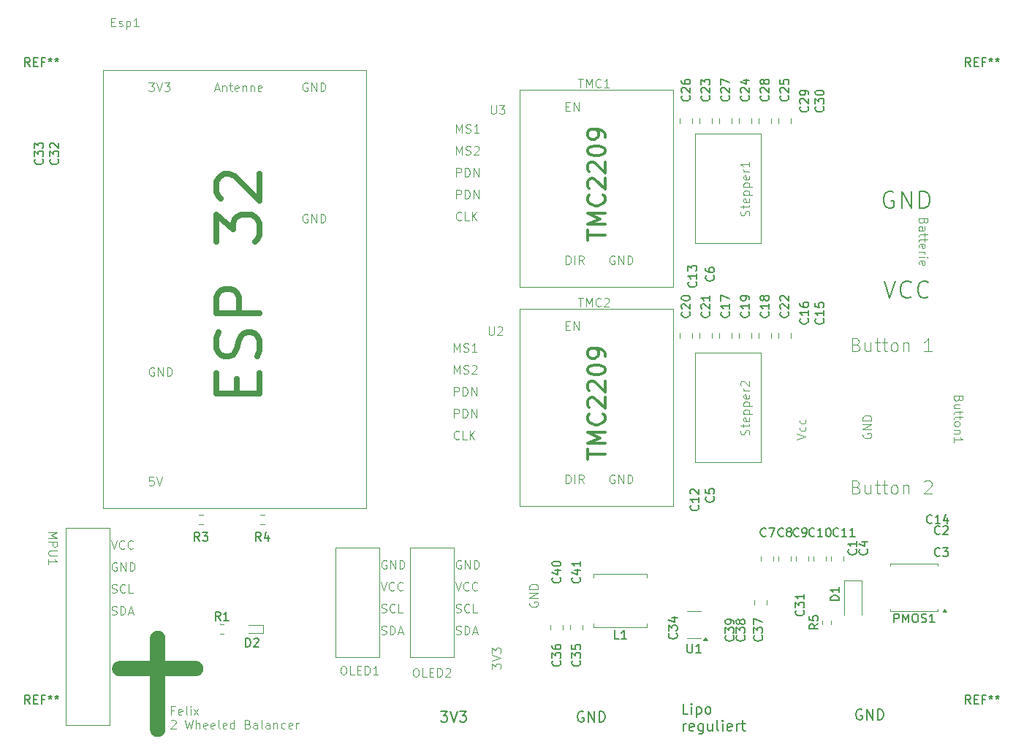
<source format=gbr>
%TF.GenerationSoftware,KiCad,Pcbnew,9.0.4*%
%TF.CreationDate,2025-09-24T21:04:32+02:00*%
%TF.ProjectId,stepperbalancerelektonics,73746570-7065-4726-9261-6c616e636572,rev?*%
%TF.SameCoordinates,Original*%
%TF.FileFunction,Legend,Top*%
%TF.FilePolarity,Positive*%
%FSLAX46Y46*%
G04 Gerber Fmt 4.6, Leading zero omitted, Abs format (unit mm)*
G04 Created by KiCad (PCBNEW 9.0.4) date 2025-09-24 21:04:32*
%MOMM*%
%LPD*%
G01*
G04 APERTURE LIST*
%ADD10C,0.000000*%
%ADD11C,0.100000*%
%ADD12C,0.200000*%
%ADD13C,0.700000*%
%ADD14C,0.150000*%
%ADD15C,0.300000*%
%ADD16C,0.120000*%
G04 APERTURE END LIST*
D10*
G36*
X85135387Y-110921537D02*
G01*
X85180177Y-110924943D01*
X85224315Y-110930552D01*
X85267747Y-110938308D01*
X85310417Y-110948156D01*
X85352269Y-110960041D01*
X85393248Y-110973906D01*
X85433299Y-110989698D01*
X85472366Y-111007360D01*
X85510394Y-111026837D01*
X85547327Y-111048073D01*
X85583110Y-111071013D01*
X85617688Y-111095602D01*
X85651005Y-111121784D01*
X85683006Y-111149504D01*
X85713635Y-111178707D01*
X85742837Y-111209336D01*
X85770556Y-111241337D01*
X85796738Y-111274655D01*
X85821326Y-111309233D01*
X85844266Y-111345016D01*
X85865502Y-111381949D01*
X85884978Y-111419977D01*
X85902639Y-111459044D01*
X85918430Y-111499094D01*
X85932296Y-111540073D01*
X85944180Y-111581924D01*
X85954028Y-111624593D01*
X85961783Y-111668024D01*
X85967392Y-111712161D01*
X85970798Y-111756950D01*
X85971945Y-111802334D01*
X85971945Y-114448167D01*
X89499722Y-114448167D01*
X89545108Y-114449315D01*
X89589898Y-114452721D01*
X89634037Y-114458329D01*
X89677468Y-114466085D01*
X89720138Y-114475933D01*
X89761990Y-114487818D01*
X89802969Y-114501684D01*
X89843020Y-114517475D01*
X89882087Y-114535137D01*
X89920115Y-114554614D01*
X89957048Y-114575850D01*
X89992831Y-114598791D01*
X90027409Y-114623379D01*
X90060726Y-114649562D01*
X90092727Y-114677282D01*
X90123356Y-114706484D01*
X90152558Y-114737114D01*
X90180277Y-114769115D01*
X90206459Y-114802432D01*
X90231048Y-114837010D01*
X90253987Y-114872793D01*
X90275223Y-114909726D01*
X90294699Y-114947754D01*
X90312361Y-114986821D01*
X90328152Y-115026871D01*
X90342017Y-115067850D01*
X90353901Y-115109701D01*
X90363749Y-115152370D01*
X90371505Y-115195801D01*
X90377113Y-115239938D01*
X90380519Y-115284727D01*
X90381666Y-115330112D01*
X90380519Y-115375498D01*
X90377113Y-115420288D01*
X90371505Y-115464426D01*
X90363749Y-115507858D01*
X90353901Y-115550528D01*
X90342017Y-115592380D01*
X90328152Y-115633359D01*
X90312361Y-115673410D01*
X90294699Y-115712477D01*
X90275223Y-115750505D01*
X90253987Y-115787438D01*
X90231048Y-115823221D01*
X90206459Y-115857799D01*
X90180277Y-115891116D01*
X90152558Y-115923117D01*
X90123356Y-115953746D01*
X90092727Y-115982948D01*
X90060726Y-116010667D01*
X90027409Y-116036849D01*
X89992831Y-116061437D01*
X89957048Y-116084377D01*
X89920115Y-116105613D01*
X89882087Y-116125089D01*
X89843020Y-116142750D01*
X89802969Y-116158541D01*
X89761990Y-116172407D01*
X89720138Y-116184291D01*
X89677468Y-116194138D01*
X89634037Y-116201894D01*
X89589898Y-116207503D01*
X89545108Y-116210908D01*
X89499722Y-116212056D01*
X85971945Y-116212056D01*
X85971945Y-122385666D01*
X85970798Y-122431052D01*
X85967392Y-122475842D01*
X85961783Y-122519981D01*
X85954028Y-122563413D01*
X85944180Y-122606082D01*
X85932296Y-122647934D01*
X85918430Y-122688914D01*
X85902639Y-122728964D01*
X85884978Y-122768031D01*
X85865502Y-122806059D01*
X85844266Y-122842992D01*
X85821326Y-122878776D01*
X85796738Y-122913353D01*
X85770556Y-122946670D01*
X85742837Y-122978671D01*
X85713635Y-123009300D01*
X85683006Y-123038502D01*
X85651005Y-123066222D01*
X85617688Y-123092403D01*
X85583110Y-123116992D01*
X85547327Y-123139932D01*
X85510394Y-123161167D01*
X85472366Y-123180644D01*
X85433299Y-123198305D01*
X85393248Y-123214096D01*
X85352269Y-123227961D01*
X85310417Y-123239846D01*
X85267747Y-123249693D01*
X85224315Y-123257449D01*
X85180177Y-123263058D01*
X85135387Y-123266463D01*
X85090001Y-123267611D01*
X85044615Y-123266463D01*
X84999825Y-123263058D01*
X84955686Y-123257449D01*
X84912254Y-123249693D01*
X84869584Y-123239846D01*
X84827732Y-123227961D01*
X84786753Y-123214096D01*
X84746702Y-123198305D01*
X84707635Y-123180644D01*
X84669607Y-123161167D01*
X84632674Y-123139932D01*
X84596891Y-123116992D01*
X84562313Y-123092403D01*
X84528996Y-123066222D01*
X84496995Y-123038502D01*
X84466366Y-123009300D01*
X84437164Y-122978671D01*
X84409445Y-122946670D01*
X84383263Y-122913353D01*
X84358674Y-122878776D01*
X84335735Y-122842992D01*
X84314499Y-122806059D01*
X84295023Y-122768031D01*
X84277361Y-122728964D01*
X84261570Y-122688914D01*
X84247705Y-122647934D01*
X84235821Y-122606082D01*
X84225973Y-122563413D01*
X84218217Y-122519981D01*
X84212609Y-122475842D01*
X84209203Y-122431052D01*
X84208056Y-122385666D01*
X84208056Y-116212056D01*
X80680279Y-116212056D01*
X80634894Y-116210908D01*
X80590106Y-116207503D01*
X80545968Y-116201894D01*
X80502537Y-116194138D01*
X80459868Y-116184291D01*
X80418017Y-116172407D01*
X80377038Y-116158541D01*
X80336988Y-116142750D01*
X80297921Y-116125089D01*
X80259893Y-116105613D01*
X80222960Y-116084377D01*
X80187177Y-116061437D01*
X80152599Y-116036849D01*
X80119282Y-116010667D01*
X80087281Y-115982948D01*
X80056651Y-115953746D01*
X80027449Y-115923117D01*
X79999729Y-115891116D01*
X79973547Y-115857799D01*
X79948958Y-115823221D01*
X79926017Y-115787438D01*
X79904781Y-115750505D01*
X79885304Y-115712477D01*
X79867643Y-115673410D01*
X79851851Y-115633359D01*
X79837985Y-115592380D01*
X79826101Y-115550528D01*
X79816253Y-115507858D01*
X79808496Y-115464426D01*
X79802888Y-115420288D01*
X79799482Y-115375498D01*
X79798334Y-115330112D01*
X79799482Y-115284727D01*
X79802888Y-115239938D01*
X79808496Y-115195801D01*
X79816253Y-115152370D01*
X79826101Y-115109701D01*
X79837985Y-115067850D01*
X79851851Y-115026871D01*
X79867643Y-114986821D01*
X79885304Y-114947754D01*
X79904781Y-114909726D01*
X79926017Y-114872793D01*
X79948958Y-114837010D01*
X79973547Y-114802432D01*
X79999729Y-114769115D01*
X80027449Y-114737114D01*
X80056651Y-114706484D01*
X80087281Y-114677282D01*
X80119282Y-114649562D01*
X80152599Y-114623379D01*
X80187177Y-114598791D01*
X80222960Y-114575850D01*
X80259893Y-114554614D01*
X80297921Y-114535137D01*
X80336988Y-114517475D01*
X80377038Y-114501684D01*
X80418017Y-114487818D01*
X80459868Y-114475933D01*
X80502537Y-114466085D01*
X80545968Y-114458329D01*
X80590106Y-114452721D01*
X80634894Y-114449315D01*
X80680279Y-114448167D01*
X84208056Y-114448167D01*
X84208056Y-111802334D01*
X84209203Y-111756950D01*
X84212609Y-111712161D01*
X84218217Y-111668024D01*
X84225973Y-111624593D01*
X84235821Y-111581924D01*
X84247705Y-111540073D01*
X84261570Y-111499094D01*
X84277361Y-111459044D01*
X84295023Y-111419977D01*
X84314499Y-111381949D01*
X84335735Y-111345016D01*
X84358674Y-111309233D01*
X84383263Y-111274655D01*
X84409445Y-111241337D01*
X84437164Y-111209336D01*
X84466366Y-111178707D01*
X84496995Y-111149504D01*
X84528996Y-111121784D01*
X84562313Y-111095602D01*
X84596891Y-111071013D01*
X84632674Y-111048073D01*
X84669607Y-111026837D01*
X84707635Y-111007360D01*
X84746702Y-110989698D01*
X84786753Y-110973906D01*
X84827732Y-110960041D01*
X84869584Y-110948156D01*
X84912254Y-110938308D01*
X84955686Y-110930552D01*
X84999825Y-110924943D01*
X85044615Y-110921537D01*
X85090001Y-110920390D01*
X85135387Y-110921537D01*
G37*
D11*
X86997217Y-120166665D02*
X86663884Y-120166665D01*
X86663884Y-120690475D02*
X86663884Y-119690475D01*
X86663884Y-119690475D02*
X87140074Y-119690475D01*
X87901979Y-120642856D02*
X87806741Y-120690475D01*
X87806741Y-120690475D02*
X87616265Y-120690475D01*
X87616265Y-120690475D02*
X87521027Y-120642856D01*
X87521027Y-120642856D02*
X87473408Y-120547617D01*
X87473408Y-120547617D02*
X87473408Y-120166665D01*
X87473408Y-120166665D02*
X87521027Y-120071427D01*
X87521027Y-120071427D02*
X87616265Y-120023808D01*
X87616265Y-120023808D02*
X87806741Y-120023808D01*
X87806741Y-120023808D02*
X87901979Y-120071427D01*
X87901979Y-120071427D02*
X87949598Y-120166665D01*
X87949598Y-120166665D02*
X87949598Y-120261903D01*
X87949598Y-120261903D02*
X87473408Y-120357141D01*
X88521027Y-120690475D02*
X88425789Y-120642856D01*
X88425789Y-120642856D02*
X88378170Y-120547617D01*
X88378170Y-120547617D02*
X88378170Y-119690475D01*
X88901980Y-120690475D02*
X88901980Y-120023808D01*
X88901980Y-119690475D02*
X88854361Y-119738094D01*
X88854361Y-119738094D02*
X88901980Y-119785713D01*
X88901980Y-119785713D02*
X88949599Y-119738094D01*
X88949599Y-119738094D02*
X88901980Y-119690475D01*
X88901980Y-119690475D02*
X88901980Y-119785713D01*
X89282932Y-120690475D02*
X89806741Y-120023808D01*
X89282932Y-120023808D02*
X89806741Y-120690475D01*
X86616265Y-121395657D02*
X86663884Y-121348038D01*
X86663884Y-121348038D02*
X86759122Y-121300419D01*
X86759122Y-121300419D02*
X86997217Y-121300419D01*
X86997217Y-121300419D02*
X87092455Y-121348038D01*
X87092455Y-121348038D02*
X87140074Y-121395657D01*
X87140074Y-121395657D02*
X87187693Y-121490895D01*
X87187693Y-121490895D02*
X87187693Y-121586133D01*
X87187693Y-121586133D02*
X87140074Y-121728990D01*
X87140074Y-121728990D02*
X86568646Y-122300419D01*
X86568646Y-122300419D02*
X87187693Y-122300419D01*
X88282932Y-121300419D02*
X88521027Y-122300419D01*
X88521027Y-122300419D02*
X88711503Y-121586133D01*
X88711503Y-121586133D02*
X88901979Y-122300419D01*
X88901979Y-122300419D02*
X89140075Y-121300419D01*
X89521027Y-122300419D02*
X89521027Y-121300419D01*
X89949598Y-122300419D02*
X89949598Y-121776609D01*
X89949598Y-121776609D02*
X89901979Y-121681371D01*
X89901979Y-121681371D02*
X89806741Y-121633752D01*
X89806741Y-121633752D02*
X89663884Y-121633752D01*
X89663884Y-121633752D02*
X89568646Y-121681371D01*
X89568646Y-121681371D02*
X89521027Y-121728990D01*
X90806741Y-122252800D02*
X90711503Y-122300419D01*
X90711503Y-122300419D02*
X90521027Y-122300419D01*
X90521027Y-122300419D02*
X90425789Y-122252800D01*
X90425789Y-122252800D02*
X90378170Y-122157561D01*
X90378170Y-122157561D02*
X90378170Y-121776609D01*
X90378170Y-121776609D02*
X90425789Y-121681371D01*
X90425789Y-121681371D02*
X90521027Y-121633752D01*
X90521027Y-121633752D02*
X90711503Y-121633752D01*
X90711503Y-121633752D02*
X90806741Y-121681371D01*
X90806741Y-121681371D02*
X90854360Y-121776609D01*
X90854360Y-121776609D02*
X90854360Y-121871847D01*
X90854360Y-121871847D02*
X90378170Y-121967085D01*
X91663884Y-122252800D02*
X91568646Y-122300419D01*
X91568646Y-122300419D02*
X91378170Y-122300419D01*
X91378170Y-122300419D02*
X91282932Y-122252800D01*
X91282932Y-122252800D02*
X91235313Y-122157561D01*
X91235313Y-122157561D02*
X91235313Y-121776609D01*
X91235313Y-121776609D02*
X91282932Y-121681371D01*
X91282932Y-121681371D02*
X91378170Y-121633752D01*
X91378170Y-121633752D02*
X91568646Y-121633752D01*
X91568646Y-121633752D02*
X91663884Y-121681371D01*
X91663884Y-121681371D02*
X91711503Y-121776609D01*
X91711503Y-121776609D02*
X91711503Y-121871847D01*
X91711503Y-121871847D02*
X91235313Y-121967085D01*
X92282932Y-122300419D02*
X92187694Y-122252800D01*
X92187694Y-122252800D02*
X92140075Y-122157561D01*
X92140075Y-122157561D02*
X92140075Y-121300419D01*
X93044837Y-122252800D02*
X92949599Y-122300419D01*
X92949599Y-122300419D02*
X92759123Y-122300419D01*
X92759123Y-122300419D02*
X92663885Y-122252800D01*
X92663885Y-122252800D02*
X92616266Y-122157561D01*
X92616266Y-122157561D02*
X92616266Y-121776609D01*
X92616266Y-121776609D02*
X92663885Y-121681371D01*
X92663885Y-121681371D02*
X92759123Y-121633752D01*
X92759123Y-121633752D02*
X92949599Y-121633752D01*
X92949599Y-121633752D02*
X93044837Y-121681371D01*
X93044837Y-121681371D02*
X93092456Y-121776609D01*
X93092456Y-121776609D02*
X93092456Y-121871847D01*
X93092456Y-121871847D02*
X92616266Y-121967085D01*
X93949599Y-122300419D02*
X93949599Y-121300419D01*
X93949599Y-122252800D02*
X93854361Y-122300419D01*
X93854361Y-122300419D02*
X93663885Y-122300419D01*
X93663885Y-122300419D02*
X93568647Y-122252800D01*
X93568647Y-122252800D02*
X93521028Y-122205180D01*
X93521028Y-122205180D02*
X93473409Y-122109942D01*
X93473409Y-122109942D02*
X93473409Y-121824228D01*
X93473409Y-121824228D02*
X93521028Y-121728990D01*
X93521028Y-121728990D02*
X93568647Y-121681371D01*
X93568647Y-121681371D02*
X93663885Y-121633752D01*
X93663885Y-121633752D02*
X93854361Y-121633752D01*
X93854361Y-121633752D02*
X93949599Y-121681371D01*
X95521028Y-121776609D02*
X95663885Y-121824228D01*
X95663885Y-121824228D02*
X95711504Y-121871847D01*
X95711504Y-121871847D02*
X95759123Y-121967085D01*
X95759123Y-121967085D02*
X95759123Y-122109942D01*
X95759123Y-122109942D02*
X95711504Y-122205180D01*
X95711504Y-122205180D02*
X95663885Y-122252800D01*
X95663885Y-122252800D02*
X95568647Y-122300419D01*
X95568647Y-122300419D02*
X95187695Y-122300419D01*
X95187695Y-122300419D02*
X95187695Y-121300419D01*
X95187695Y-121300419D02*
X95521028Y-121300419D01*
X95521028Y-121300419D02*
X95616266Y-121348038D01*
X95616266Y-121348038D02*
X95663885Y-121395657D01*
X95663885Y-121395657D02*
X95711504Y-121490895D01*
X95711504Y-121490895D02*
X95711504Y-121586133D01*
X95711504Y-121586133D02*
X95663885Y-121681371D01*
X95663885Y-121681371D02*
X95616266Y-121728990D01*
X95616266Y-121728990D02*
X95521028Y-121776609D01*
X95521028Y-121776609D02*
X95187695Y-121776609D01*
X96616266Y-122300419D02*
X96616266Y-121776609D01*
X96616266Y-121776609D02*
X96568647Y-121681371D01*
X96568647Y-121681371D02*
X96473409Y-121633752D01*
X96473409Y-121633752D02*
X96282933Y-121633752D01*
X96282933Y-121633752D02*
X96187695Y-121681371D01*
X96616266Y-122252800D02*
X96521028Y-122300419D01*
X96521028Y-122300419D02*
X96282933Y-122300419D01*
X96282933Y-122300419D02*
X96187695Y-122252800D01*
X96187695Y-122252800D02*
X96140076Y-122157561D01*
X96140076Y-122157561D02*
X96140076Y-122062323D01*
X96140076Y-122062323D02*
X96187695Y-121967085D01*
X96187695Y-121967085D02*
X96282933Y-121919466D01*
X96282933Y-121919466D02*
X96521028Y-121919466D01*
X96521028Y-121919466D02*
X96616266Y-121871847D01*
X97235314Y-122300419D02*
X97140076Y-122252800D01*
X97140076Y-122252800D02*
X97092457Y-122157561D01*
X97092457Y-122157561D02*
X97092457Y-121300419D01*
X98044838Y-122300419D02*
X98044838Y-121776609D01*
X98044838Y-121776609D02*
X97997219Y-121681371D01*
X97997219Y-121681371D02*
X97901981Y-121633752D01*
X97901981Y-121633752D02*
X97711505Y-121633752D01*
X97711505Y-121633752D02*
X97616267Y-121681371D01*
X98044838Y-122252800D02*
X97949600Y-122300419D01*
X97949600Y-122300419D02*
X97711505Y-122300419D01*
X97711505Y-122300419D02*
X97616267Y-122252800D01*
X97616267Y-122252800D02*
X97568648Y-122157561D01*
X97568648Y-122157561D02*
X97568648Y-122062323D01*
X97568648Y-122062323D02*
X97616267Y-121967085D01*
X97616267Y-121967085D02*
X97711505Y-121919466D01*
X97711505Y-121919466D02*
X97949600Y-121919466D01*
X97949600Y-121919466D02*
X98044838Y-121871847D01*
X98521029Y-121633752D02*
X98521029Y-122300419D01*
X98521029Y-121728990D02*
X98568648Y-121681371D01*
X98568648Y-121681371D02*
X98663886Y-121633752D01*
X98663886Y-121633752D02*
X98806743Y-121633752D01*
X98806743Y-121633752D02*
X98901981Y-121681371D01*
X98901981Y-121681371D02*
X98949600Y-121776609D01*
X98949600Y-121776609D02*
X98949600Y-122300419D01*
X99854362Y-122252800D02*
X99759124Y-122300419D01*
X99759124Y-122300419D02*
X99568648Y-122300419D01*
X99568648Y-122300419D02*
X99473410Y-122252800D01*
X99473410Y-122252800D02*
X99425791Y-122205180D01*
X99425791Y-122205180D02*
X99378172Y-122109942D01*
X99378172Y-122109942D02*
X99378172Y-121824228D01*
X99378172Y-121824228D02*
X99425791Y-121728990D01*
X99425791Y-121728990D02*
X99473410Y-121681371D01*
X99473410Y-121681371D02*
X99568648Y-121633752D01*
X99568648Y-121633752D02*
X99759124Y-121633752D01*
X99759124Y-121633752D02*
X99854362Y-121681371D01*
X100663886Y-122252800D02*
X100568648Y-122300419D01*
X100568648Y-122300419D02*
X100378172Y-122300419D01*
X100378172Y-122300419D02*
X100282934Y-122252800D01*
X100282934Y-122252800D02*
X100235315Y-122157561D01*
X100235315Y-122157561D02*
X100235315Y-121776609D01*
X100235315Y-121776609D02*
X100282934Y-121681371D01*
X100282934Y-121681371D02*
X100378172Y-121633752D01*
X100378172Y-121633752D02*
X100568648Y-121633752D01*
X100568648Y-121633752D02*
X100663886Y-121681371D01*
X100663886Y-121681371D02*
X100711505Y-121776609D01*
X100711505Y-121776609D02*
X100711505Y-121871847D01*
X100711505Y-121871847D02*
X100235315Y-121967085D01*
X101140077Y-122300419D02*
X101140077Y-121633752D01*
X101140077Y-121824228D02*
X101187696Y-121728990D01*
X101187696Y-121728990D02*
X101235315Y-121681371D01*
X101235315Y-121681371D02*
X101330553Y-121633752D01*
X101330553Y-121633752D02*
X101425791Y-121633752D01*
X123840419Y-115361353D02*
X123840419Y-114742306D01*
X123840419Y-114742306D02*
X124221371Y-115075639D01*
X124221371Y-115075639D02*
X124221371Y-114932782D01*
X124221371Y-114932782D02*
X124268990Y-114837544D01*
X124268990Y-114837544D02*
X124316609Y-114789925D01*
X124316609Y-114789925D02*
X124411847Y-114742306D01*
X124411847Y-114742306D02*
X124649942Y-114742306D01*
X124649942Y-114742306D02*
X124745180Y-114789925D01*
X124745180Y-114789925D02*
X124792800Y-114837544D01*
X124792800Y-114837544D02*
X124840419Y-114932782D01*
X124840419Y-114932782D02*
X124840419Y-115218496D01*
X124840419Y-115218496D02*
X124792800Y-115313734D01*
X124792800Y-115313734D02*
X124745180Y-115361353D01*
X123840419Y-114456591D02*
X124840419Y-114123258D01*
X124840419Y-114123258D02*
X123840419Y-113789925D01*
X123840419Y-113551829D02*
X123840419Y-112932782D01*
X123840419Y-112932782D02*
X124221371Y-113266115D01*
X124221371Y-113266115D02*
X124221371Y-113123258D01*
X124221371Y-113123258D02*
X124268990Y-113028020D01*
X124268990Y-113028020D02*
X124316609Y-112980401D01*
X124316609Y-112980401D02*
X124411847Y-112932782D01*
X124411847Y-112932782D02*
X124649942Y-112932782D01*
X124649942Y-112932782D02*
X124745180Y-112980401D01*
X124745180Y-112980401D02*
X124792800Y-113028020D01*
X124792800Y-113028020D02*
X124840419Y-113123258D01*
X124840419Y-113123258D02*
X124840419Y-113408972D01*
X124840419Y-113408972D02*
X124792800Y-113504210D01*
X124792800Y-113504210D02*
X124745180Y-113551829D01*
D12*
X146530720Y-120592809D02*
X145959292Y-120592809D01*
X145959292Y-120592809D02*
X145959292Y-119392809D01*
X146930721Y-120592809D02*
X146930721Y-119792809D01*
X146930721Y-119392809D02*
X146873578Y-119449952D01*
X146873578Y-119449952D02*
X146930721Y-119507095D01*
X146930721Y-119507095D02*
X146987864Y-119449952D01*
X146987864Y-119449952D02*
X146930721Y-119392809D01*
X146930721Y-119392809D02*
X146930721Y-119507095D01*
X147502150Y-119792809D02*
X147502150Y-120992809D01*
X147502150Y-119849952D02*
X147616436Y-119792809D01*
X147616436Y-119792809D02*
X147845007Y-119792809D01*
X147845007Y-119792809D02*
X147959293Y-119849952D01*
X147959293Y-119849952D02*
X148016436Y-119907095D01*
X148016436Y-119907095D02*
X148073578Y-120021381D01*
X148073578Y-120021381D02*
X148073578Y-120364238D01*
X148073578Y-120364238D02*
X148016436Y-120478524D01*
X148016436Y-120478524D02*
X147959293Y-120535667D01*
X147959293Y-120535667D02*
X147845007Y-120592809D01*
X147845007Y-120592809D02*
X147616436Y-120592809D01*
X147616436Y-120592809D02*
X147502150Y-120535667D01*
X148759292Y-120592809D02*
X148645007Y-120535667D01*
X148645007Y-120535667D02*
X148587864Y-120478524D01*
X148587864Y-120478524D02*
X148530721Y-120364238D01*
X148530721Y-120364238D02*
X148530721Y-120021381D01*
X148530721Y-120021381D02*
X148587864Y-119907095D01*
X148587864Y-119907095D02*
X148645007Y-119849952D01*
X148645007Y-119849952D02*
X148759292Y-119792809D01*
X148759292Y-119792809D02*
X148930721Y-119792809D01*
X148930721Y-119792809D02*
X149045007Y-119849952D01*
X149045007Y-119849952D02*
X149102150Y-119907095D01*
X149102150Y-119907095D02*
X149159292Y-120021381D01*
X149159292Y-120021381D02*
X149159292Y-120364238D01*
X149159292Y-120364238D02*
X149102150Y-120478524D01*
X149102150Y-120478524D02*
X149045007Y-120535667D01*
X149045007Y-120535667D02*
X148930721Y-120592809D01*
X148930721Y-120592809D02*
X148759292Y-120592809D01*
X145959292Y-122524742D02*
X145959292Y-121724742D01*
X145959292Y-121953314D02*
X146016435Y-121839028D01*
X146016435Y-121839028D02*
X146073578Y-121781885D01*
X146073578Y-121781885D02*
X146187863Y-121724742D01*
X146187863Y-121724742D02*
X146302149Y-121724742D01*
X147159292Y-122467600D02*
X147045006Y-122524742D01*
X147045006Y-122524742D02*
X146816435Y-122524742D01*
X146816435Y-122524742D02*
X146702149Y-122467600D01*
X146702149Y-122467600D02*
X146645006Y-122353314D01*
X146645006Y-122353314D02*
X146645006Y-121896171D01*
X146645006Y-121896171D02*
X146702149Y-121781885D01*
X146702149Y-121781885D02*
X146816435Y-121724742D01*
X146816435Y-121724742D02*
X147045006Y-121724742D01*
X147045006Y-121724742D02*
X147159292Y-121781885D01*
X147159292Y-121781885D02*
X147216435Y-121896171D01*
X147216435Y-121896171D02*
X147216435Y-122010457D01*
X147216435Y-122010457D02*
X146645006Y-122124742D01*
X148245006Y-121724742D02*
X148245006Y-122696171D01*
X148245006Y-122696171D02*
X148187863Y-122810457D01*
X148187863Y-122810457D02*
X148130720Y-122867600D01*
X148130720Y-122867600D02*
X148016434Y-122924742D01*
X148016434Y-122924742D02*
X147845006Y-122924742D01*
X147845006Y-122924742D02*
X147730720Y-122867600D01*
X148245006Y-122467600D02*
X148130720Y-122524742D01*
X148130720Y-122524742D02*
X147902148Y-122524742D01*
X147902148Y-122524742D02*
X147787863Y-122467600D01*
X147787863Y-122467600D02*
X147730720Y-122410457D01*
X147730720Y-122410457D02*
X147673577Y-122296171D01*
X147673577Y-122296171D02*
X147673577Y-121953314D01*
X147673577Y-121953314D02*
X147730720Y-121839028D01*
X147730720Y-121839028D02*
X147787863Y-121781885D01*
X147787863Y-121781885D02*
X147902148Y-121724742D01*
X147902148Y-121724742D02*
X148130720Y-121724742D01*
X148130720Y-121724742D02*
X148245006Y-121781885D01*
X149330720Y-121724742D02*
X149330720Y-122524742D01*
X148816434Y-121724742D02*
X148816434Y-122353314D01*
X148816434Y-122353314D02*
X148873577Y-122467600D01*
X148873577Y-122467600D02*
X148987862Y-122524742D01*
X148987862Y-122524742D02*
X149159291Y-122524742D01*
X149159291Y-122524742D02*
X149273577Y-122467600D01*
X149273577Y-122467600D02*
X149330720Y-122410457D01*
X150073576Y-122524742D02*
X149959291Y-122467600D01*
X149959291Y-122467600D02*
X149902148Y-122353314D01*
X149902148Y-122353314D02*
X149902148Y-121324742D01*
X150530719Y-122524742D02*
X150530719Y-121724742D01*
X150530719Y-121324742D02*
X150473576Y-121381885D01*
X150473576Y-121381885D02*
X150530719Y-121439028D01*
X150530719Y-121439028D02*
X150587862Y-121381885D01*
X150587862Y-121381885D02*
X150530719Y-121324742D01*
X150530719Y-121324742D02*
X150530719Y-121439028D01*
X151559291Y-122467600D02*
X151445005Y-122524742D01*
X151445005Y-122524742D02*
X151216434Y-122524742D01*
X151216434Y-122524742D02*
X151102148Y-122467600D01*
X151102148Y-122467600D02*
X151045005Y-122353314D01*
X151045005Y-122353314D02*
X151045005Y-121896171D01*
X151045005Y-121896171D02*
X151102148Y-121781885D01*
X151102148Y-121781885D02*
X151216434Y-121724742D01*
X151216434Y-121724742D02*
X151445005Y-121724742D01*
X151445005Y-121724742D02*
X151559291Y-121781885D01*
X151559291Y-121781885D02*
X151616434Y-121896171D01*
X151616434Y-121896171D02*
X151616434Y-122010457D01*
X151616434Y-122010457D02*
X151045005Y-122124742D01*
X152130719Y-122524742D02*
X152130719Y-121724742D01*
X152130719Y-121953314D02*
X152187862Y-121839028D01*
X152187862Y-121839028D02*
X152245005Y-121781885D01*
X152245005Y-121781885D02*
X152359290Y-121724742D01*
X152359290Y-121724742D02*
X152473576Y-121724742D01*
X152702147Y-121724742D02*
X153159290Y-121724742D01*
X152873576Y-121324742D02*
X152873576Y-122353314D01*
X152873576Y-122353314D02*
X152930719Y-122467600D01*
X152930719Y-122467600D02*
X153045004Y-122524742D01*
X153045004Y-122524742D02*
X153159290Y-122524742D01*
X166653863Y-120111885D02*
X166539578Y-120054742D01*
X166539578Y-120054742D02*
X166368149Y-120054742D01*
X166368149Y-120054742D02*
X166196720Y-120111885D01*
X166196720Y-120111885D02*
X166082435Y-120226171D01*
X166082435Y-120226171D02*
X166025292Y-120340457D01*
X166025292Y-120340457D02*
X165968149Y-120569028D01*
X165968149Y-120569028D02*
X165968149Y-120740457D01*
X165968149Y-120740457D02*
X166025292Y-120969028D01*
X166025292Y-120969028D02*
X166082435Y-121083314D01*
X166082435Y-121083314D02*
X166196720Y-121197600D01*
X166196720Y-121197600D02*
X166368149Y-121254742D01*
X166368149Y-121254742D02*
X166482435Y-121254742D01*
X166482435Y-121254742D02*
X166653863Y-121197600D01*
X166653863Y-121197600D02*
X166711006Y-121140457D01*
X166711006Y-121140457D02*
X166711006Y-120740457D01*
X166711006Y-120740457D02*
X166482435Y-120740457D01*
X167225292Y-121254742D02*
X167225292Y-120054742D01*
X167225292Y-120054742D02*
X167911006Y-121254742D01*
X167911006Y-121254742D02*
X167911006Y-120054742D01*
X168482435Y-121254742D02*
X168482435Y-120054742D01*
X168482435Y-120054742D02*
X168768149Y-120054742D01*
X168768149Y-120054742D02*
X168939578Y-120111885D01*
X168939578Y-120111885D02*
X169053863Y-120226171D01*
X169053863Y-120226171D02*
X169111006Y-120340457D01*
X169111006Y-120340457D02*
X169168149Y-120569028D01*
X169168149Y-120569028D02*
X169168149Y-120740457D01*
X169168149Y-120740457D02*
X169111006Y-120969028D01*
X169111006Y-120969028D02*
X169053863Y-121083314D01*
X169053863Y-121083314D02*
X168939578Y-121197600D01*
X168939578Y-121197600D02*
X168768149Y-121254742D01*
X168768149Y-121254742D02*
X168482435Y-121254742D01*
X117905006Y-120308742D02*
X118647863Y-120308742D01*
X118647863Y-120308742D02*
X118247863Y-120765885D01*
X118247863Y-120765885D02*
X118419292Y-120765885D01*
X118419292Y-120765885D02*
X118533578Y-120823028D01*
X118533578Y-120823028D02*
X118590720Y-120880171D01*
X118590720Y-120880171D02*
X118647863Y-120994457D01*
X118647863Y-120994457D02*
X118647863Y-121280171D01*
X118647863Y-121280171D02*
X118590720Y-121394457D01*
X118590720Y-121394457D02*
X118533578Y-121451600D01*
X118533578Y-121451600D02*
X118419292Y-121508742D01*
X118419292Y-121508742D02*
X118076435Y-121508742D01*
X118076435Y-121508742D02*
X117962149Y-121451600D01*
X117962149Y-121451600D02*
X117905006Y-121394457D01*
X118990720Y-120308742D02*
X119390720Y-121508742D01*
X119390720Y-121508742D02*
X119790720Y-120308742D01*
X120076434Y-120308742D02*
X120819291Y-120308742D01*
X120819291Y-120308742D02*
X120419291Y-120765885D01*
X120419291Y-120765885D02*
X120590720Y-120765885D01*
X120590720Y-120765885D02*
X120705006Y-120823028D01*
X120705006Y-120823028D02*
X120762148Y-120880171D01*
X120762148Y-120880171D02*
X120819291Y-120994457D01*
X120819291Y-120994457D02*
X120819291Y-121280171D01*
X120819291Y-121280171D02*
X120762148Y-121394457D01*
X120762148Y-121394457D02*
X120705006Y-121451600D01*
X120705006Y-121451600D02*
X120590720Y-121508742D01*
X120590720Y-121508742D02*
X120247863Y-121508742D01*
X120247863Y-121508742D02*
X120133577Y-121451600D01*
X120133577Y-121451600D02*
X120076434Y-121394457D01*
X134395863Y-120365885D02*
X134281578Y-120308742D01*
X134281578Y-120308742D02*
X134110149Y-120308742D01*
X134110149Y-120308742D02*
X133938720Y-120365885D01*
X133938720Y-120365885D02*
X133824435Y-120480171D01*
X133824435Y-120480171D02*
X133767292Y-120594457D01*
X133767292Y-120594457D02*
X133710149Y-120823028D01*
X133710149Y-120823028D02*
X133710149Y-120994457D01*
X133710149Y-120994457D02*
X133767292Y-121223028D01*
X133767292Y-121223028D02*
X133824435Y-121337314D01*
X133824435Y-121337314D02*
X133938720Y-121451600D01*
X133938720Y-121451600D02*
X134110149Y-121508742D01*
X134110149Y-121508742D02*
X134224435Y-121508742D01*
X134224435Y-121508742D02*
X134395863Y-121451600D01*
X134395863Y-121451600D02*
X134453006Y-121394457D01*
X134453006Y-121394457D02*
X134453006Y-120994457D01*
X134453006Y-120994457D02*
X134224435Y-120994457D01*
X134967292Y-121508742D02*
X134967292Y-120308742D01*
X134967292Y-120308742D02*
X135653006Y-121508742D01*
X135653006Y-121508742D02*
X135653006Y-120308742D01*
X136224435Y-121508742D02*
X136224435Y-120308742D01*
X136224435Y-120308742D02*
X136510149Y-120308742D01*
X136510149Y-120308742D02*
X136681578Y-120365885D01*
X136681578Y-120365885D02*
X136795863Y-120480171D01*
X136795863Y-120480171D02*
X136853006Y-120594457D01*
X136853006Y-120594457D02*
X136910149Y-120823028D01*
X136910149Y-120823028D02*
X136910149Y-120994457D01*
X136910149Y-120994457D02*
X136853006Y-121223028D01*
X136853006Y-121223028D02*
X136795863Y-121337314D01*
X136795863Y-121337314D02*
X136681578Y-121451600D01*
X136681578Y-121451600D02*
X136510149Y-121508742D01*
X136510149Y-121508742D02*
X136224435Y-121508742D01*
D13*
X94268647Y-83438997D02*
X94268647Y-81772331D01*
X96887695Y-81058045D02*
X96887695Y-83438997D01*
X96887695Y-83438997D02*
X91887695Y-83438997D01*
X91887695Y-83438997D02*
X91887695Y-81058045D01*
X96649600Y-79153283D02*
X96887695Y-78438997D01*
X96887695Y-78438997D02*
X96887695Y-77248521D01*
X96887695Y-77248521D02*
X96649600Y-76772330D01*
X96649600Y-76772330D02*
X96411504Y-76534235D01*
X96411504Y-76534235D02*
X95935314Y-76296140D01*
X95935314Y-76296140D02*
X95459123Y-76296140D01*
X95459123Y-76296140D02*
X94982933Y-76534235D01*
X94982933Y-76534235D02*
X94744838Y-76772330D01*
X94744838Y-76772330D02*
X94506742Y-77248521D01*
X94506742Y-77248521D02*
X94268647Y-78200902D01*
X94268647Y-78200902D02*
X94030552Y-78677092D01*
X94030552Y-78677092D02*
X93792457Y-78915187D01*
X93792457Y-78915187D02*
X93316266Y-79153283D01*
X93316266Y-79153283D02*
X92840076Y-79153283D01*
X92840076Y-79153283D02*
X92363885Y-78915187D01*
X92363885Y-78915187D02*
X92125790Y-78677092D01*
X92125790Y-78677092D02*
X91887695Y-78200902D01*
X91887695Y-78200902D02*
X91887695Y-77010425D01*
X91887695Y-77010425D02*
X92125790Y-76296140D01*
X96887695Y-74153282D02*
X91887695Y-74153282D01*
X91887695Y-74153282D02*
X91887695Y-72248520D01*
X91887695Y-72248520D02*
X92125790Y-71772330D01*
X92125790Y-71772330D02*
X92363885Y-71534235D01*
X92363885Y-71534235D02*
X92840076Y-71296139D01*
X92840076Y-71296139D02*
X93554361Y-71296139D01*
X93554361Y-71296139D02*
X94030552Y-71534235D01*
X94030552Y-71534235D02*
X94268647Y-71772330D01*
X94268647Y-71772330D02*
X94506742Y-72248520D01*
X94506742Y-72248520D02*
X94506742Y-74153282D01*
X91887695Y-65819949D02*
X91887695Y-62724711D01*
X91887695Y-62724711D02*
X93792457Y-64391377D01*
X93792457Y-64391377D02*
X93792457Y-63677092D01*
X93792457Y-63677092D02*
X94030552Y-63200901D01*
X94030552Y-63200901D02*
X94268647Y-62962806D01*
X94268647Y-62962806D02*
X94744838Y-62724711D01*
X94744838Y-62724711D02*
X95935314Y-62724711D01*
X95935314Y-62724711D02*
X96411504Y-62962806D01*
X96411504Y-62962806D02*
X96649600Y-63200901D01*
X96649600Y-63200901D02*
X96887695Y-63677092D01*
X96887695Y-63677092D02*
X96887695Y-65105663D01*
X96887695Y-65105663D02*
X96649600Y-65581854D01*
X96649600Y-65581854D02*
X96411504Y-65819949D01*
X92363885Y-60819949D02*
X92125790Y-60581853D01*
X92125790Y-60581853D02*
X91887695Y-60105663D01*
X91887695Y-60105663D02*
X91887695Y-58915187D01*
X91887695Y-58915187D02*
X92125790Y-58438996D01*
X92125790Y-58438996D02*
X92363885Y-58200901D01*
X92363885Y-58200901D02*
X92840076Y-57962806D01*
X92840076Y-57962806D02*
X93316266Y-57962806D01*
X93316266Y-57962806D02*
X94030552Y-58200901D01*
X94030552Y-58200901D02*
X96887695Y-61058044D01*
X96887695Y-61058044D02*
X96887695Y-57962806D01*
D14*
X70294666Y-45522819D02*
X69961333Y-45046628D01*
X69723238Y-45522819D02*
X69723238Y-44522819D01*
X69723238Y-44522819D02*
X70104190Y-44522819D01*
X70104190Y-44522819D02*
X70199428Y-44570438D01*
X70199428Y-44570438D02*
X70247047Y-44618057D01*
X70247047Y-44618057D02*
X70294666Y-44713295D01*
X70294666Y-44713295D02*
X70294666Y-44856152D01*
X70294666Y-44856152D02*
X70247047Y-44951390D01*
X70247047Y-44951390D02*
X70199428Y-44999009D01*
X70199428Y-44999009D02*
X70104190Y-45046628D01*
X70104190Y-45046628D02*
X69723238Y-45046628D01*
X70723238Y-44999009D02*
X71056571Y-44999009D01*
X71199428Y-45522819D02*
X70723238Y-45522819D01*
X70723238Y-45522819D02*
X70723238Y-44522819D01*
X70723238Y-44522819D02*
X71199428Y-44522819D01*
X71961333Y-44999009D02*
X71628000Y-44999009D01*
X71628000Y-45522819D02*
X71628000Y-44522819D01*
X71628000Y-44522819D02*
X72104190Y-44522819D01*
X72628000Y-44522819D02*
X72628000Y-44760914D01*
X72389905Y-44665676D02*
X72628000Y-44760914D01*
X72628000Y-44760914D02*
X72866095Y-44665676D01*
X72485143Y-44951390D02*
X72628000Y-44760914D01*
X72628000Y-44760914D02*
X72770857Y-44951390D01*
X73389905Y-44522819D02*
X73389905Y-44760914D01*
X73151810Y-44665676D02*
X73389905Y-44760914D01*
X73389905Y-44760914D02*
X73628000Y-44665676D01*
X73247048Y-44951390D02*
X73389905Y-44760914D01*
X73389905Y-44760914D02*
X73532762Y-44951390D01*
X70294666Y-119436819D02*
X69961333Y-118960628D01*
X69723238Y-119436819D02*
X69723238Y-118436819D01*
X69723238Y-118436819D02*
X70104190Y-118436819D01*
X70104190Y-118436819D02*
X70199428Y-118484438D01*
X70199428Y-118484438D02*
X70247047Y-118532057D01*
X70247047Y-118532057D02*
X70294666Y-118627295D01*
X70294666Y-118627295D02*
X70294666Y-118770152D01*
X70294666Y-118770152D02*
X70247047Y-118865390D01*
X70247047Y-118865390D02*
X70199428Y-118913009D01*
X70199428Y-118913009D02*
X70104190Y-118960628D01*
X70104190Y-118960628D02*
X69723238Y-118960628D01*
X70723238Y-118913009D02*
X71056571Y-118913009D01*
X71199428Y-119436819D02*
X70723238Y-119436819D01*
X70723238Y-119436819D02*
X70723238Y-118436819D01*
X70723238Y-118436819D02*
X71199428Y-118436819D01*
X71961333Y-118913009D02*
X71628000Y-118913009D01*
X71628000Y-119436819D02*
X71628000Y-118436819D01*
X71628000Y-118436819D02*
X72104190Y-118436819D01*
X72628000Y-118436819D02*
X72628000Y-118674914D01*
X72389905Y-118579676D02*
X72628000Y-118674914D01*
X72628000Y-118674914D02*
X72866095Y-118579676D01*
X72485143Y-118865390D02*
X72628000Y-118674914D01*
X72628000Y-118674914D02*
X72770857Y-118865390D01*
X73389905Y-118436819D02*
X73389905Y-118674914D01*
X73151810Y-118579676D02*
X73389905Y-118674914D01*
X73389905Y-118674914D02*
X73628000Y-118579676D01*
X73247048Y-118865390D02*
X73389905Y-118674914D01*
X73389905Y-118674914D02*
X73532762Y-118865390D01*
X179260666Y-119436819D02*
X178927333Y-118960628D01*
X178689238Y-119436819D02*
X178689238Y-118436819D01*
X178689238Y-118436819D02*
X179070190Y-118436819D01*
X179070190Y-118436819D02*
X179165428Y-118484438D01*
X179165428Y-118484438D02*
X179213047Y-118532057D01*
X179213047Y-118532057D02*
X179260666Y-118627295D01*
X179260666Y-118627295D02*
X179260666Y-118770152D01*
X179260666Y-118770152D02*
X179213047Y-118865390D01*
X179213047Y-118865390D02*
X179165428Y-118913009D01*
X179165428Y-118913009D02*
X179070190Y-118960628D01*
X179070190Y-118960628D02*
X178689238Y-118960628D01*
X179689238Y-118913009D02*
X180022571Y-118913009D01*
X180165428Y-119436819D02*
X179689238Y-119436819D01*
X179689238Y-119436819D02*
X179689238Y-118436819D01*
X179689238Y-118436819D02*
X180165428Y-118436819D01*
X180927333Y-118913009D02*
X180594000Y-118913009D01*
X180594000Y-119436819D02*
X180594000Y-118436819D01*
X180594000Y-118436819D02*
X181070190Y-118436819D01*
X181594000Y-118436819D02*
X181594000Y-118674914D01*
X181355905Y-118579676D02*
X181594000Y-118674914D01*
X181594000Y-118674914D02*
X181832095Y-118579676D01*
X181451143Y-118865390D02*
X181594000Y-118674914D01*
X181594000Y-118674914D02*
X181736857Y-118865390D01*
X182355905Y-118436819D02*
X182355905Y-118674914D01*
X182117810Y-118579676D02*
X182355905Y-118674914D01*
X182355905Y-118674914D02*
X182594000Y-118579676D01*
X182213048Y-118865390D02*
X182355905Y-118674914D01*
X182355905Y-118674914D02*
X182498762Y-118865390D01*
X179260666Y-45522819D02*
X178927333Y-45046628D01*
X178689238Y-45522819D02*
X178689238Y-44522819D01*
X178689238Y-44522819D02*
X179070190Y-44522819D01*
X179070190Y-44522819D02*
X179165428Y-44570438D01*
X179165428Y-44570438D02*
X179213047Y-44618057D01*
X179213047Y-44618057D02*
X179260666Y-44713295D01*
X179260666Y-44713295D02*
X179260666Y-44856152D01*
X179260666Y-44856152D02*
X179213047Y-44951390D01*
X179213047Y-44951390D02*
X179165428Y-44999009D01*
X179165428Y-44999009D02*
X179070190Y-45046628D01*
X179070190Y-45046628D02*
X178689238Y-45046628D01*
X179689238Y-44999009D02*
X180022571Y-44999009D01*
X180165428Y-45522819D02*
X179689238Y-45522819D01*
X179689238Y-45522819D02*
X179689238Y-44522819D01*
X179689238Y-44522819D02*
X180165428Y-44522819D01*
X180927333Y-44999009D02*
X180594000Y-44999009D01*
X180594000Y-45522819D02*
X180594000Y-44522819D01*
X180594000Y-44522819D02*
X181070190Y-44522819D01*
X181594000Y-44522819D02*
X181594000Y-44760914D01*
X181355905Y-44665676D02*
X181594000Y-44760914D01*
X181594000Y-44760914D02*
X181832095Y-44665676D01*
X181451143Y-44951390D02*
X181594000Y-44760914D01*
X181594000Y-44760914D02*
X181736857Y-44951390D01*
X182355905Y-44522819D02*
X182355905Y-44760914D01*
X182117810Y-44665676D02*
X182355905Y-44760914D01*
X182355905Y-44760914D02*
X182594000Y-44665676D01*
X182213048Y-44951390D02*
X182355905Y-44760914D01*
X182355905Y-44760914D02*
X182498762Y-44951390D01*
D11*
X173802390Y-63428856D02*
X173754771Y-63571713D01*
X173754771Y-63571713D02*
X173707152Y-63619332D01*
X173707152Y-63619332D02*
X173611914Y-63666951D01*
X173611914Y-63666951D02*
X173469057Y-63666951D01*
X173469057Y-63666951D02*
X173373819Y-63619332D01*
X173373819Y-63619332D02*
X173326200Y-63571713D01*
X173326200Y-63571713D02*
X173278580Y-63476475D01*
X173278580Y-63476475D02*
X173278580Y-63095523D01*
X173278580Y-63095523D02*
X174278580Y-63095523D01*
X174278580Y-63095523D02*
X174278580Y-63428856D01*
X174278580Y-63428856D02*
X174230961Y-63524094D01*
X174230961Y-63524094D02*
X174183342Y-63571713D01*
X174183342Y-63571713D02*
X174088104Y-63619332D01*
X174088104Y-63619332D02*
X173992866Y-63619332D01*
X173992866Y-63619332D02*
X173897628Y-63571713D01*
X173897628Y-63571713D02*
X173850009Y-63524094D01*
X173850009Y-63524094D02*
X173802390Y-63428856D01*
X173802390Y-63428856D02*
X173802390Y-63095523D01*
X173278580Y-64524094D02*
X173802390Y-64524094D01*
X173802390Y-64524094D02*
X173897628Y-64476475D01*
X173897628Y-64476475D02*
X173945247Y-64381237D01*
X173945247Y-64381237D02*
X173945247Y-64190761D01*
X173945247Y-64190761D02*
X173897628Y-64095523D01*
X173326200Y-64524094D02*
X173278580Y-64428856D01*
X173278580Y-64428856D02*
X173278580Y-64190761D01*
X173278580Y-64190761D02*
X173326200Y-64095523D01*
X173326200Y-64095523D02*
X173421438Y-64047904D01*
X173421438Y-64047904D02*
X173516676Y-64047904D01*
X173516676Y-64047904D02*
X173611914Y-64095523D01*
X173611914Y-64095523D02*
X173659533Y-64190761D01*
X173659533Y-64190761D02*
X173659533Y-64428856D01*
X173659533Y-64428856D02*
X173707152Y-64524094D01*
X173945247Y-64857428D02*
X173945247Y-65238380D01*
X174278580Y-65000285D02*
X173421438Y-65000285D01*
X173421438Y-65000285D02*
X173326200Y-65047904D01*
X173326200Y-65047904D02*
X173278580Y-65143142D01*
X173278580Y-65143142D02*
X173278580Y-65238380D01*
X173945247Y-65428857D02*
X173945247Y-65809809D01*
X174278580Y-65571714D02*
X173421438Y-65571714D01*
X173421438Y-65571714D02*
X173326200Y-65619333D01*
X173326200Y-65619333D02*
X173278580Y-65714571D01*
X173278580Y-65714571D02*
X173278580Y-65809809D01*
X173326200Y-66524095D02*
X173278580Y-66428857D01*
X173278580Y-66428857D02*
X173278580Y-66238381D01*
X173278580Y-66238381D02*
X173326200Y-66143143D01*
X173326200Y-66143143D02*
X173421438Y-66095524D01*
X173421438Y-66095524D02*
X173802390Y-66095524D01*
X173802390Y-66095524D02*
X173897628Y-66143143D01*
X173897628Y-66143143D02*
X173945247Y-66238381D01*
X173945247Y-66238381D02*
X173945247Y-66428857D01*
X173945247Y-66428857D02*
X173897628Y-66524095D01*
X173897628Y-66524095D02*
X173802390Y-66571714D01*
X173802390Y-66571714D02*
X173707152Y-66571714D01*
X173707152Y-66571714D02*
X173611914Y-66095524D01*
X173278580Y-67000286D02*
X173945247Y-67000286D01*
X173754771Y-67000286D02*
X173850009Y-67047905D01*
X173850009Y-67047905D02*
X173897628Y-67095524D01*
X173897628Y-67095524D02*
X173945247Y-67190762D01*
X173945247Y-67190762D02*
X173945247Y-67286000D01*
X173278580Y-67619334D02*
X173945247Y-67619334D01*
X174278580Y-67619334D02*
X174230961Y-67571715D01*
X174230961Y-67571715D02*
X174183342Y-67619334D01*
X174183342Y-67619334D02*
X174230961Y-67666953D01*
X174230961Y-67666953D02*
X174278580Y-67619334D01*
X174278580Y-67619334D02*
X174183342Y-67619334D01*
X173326200Y-68476476D02*
X173278580Y-68381238D01*
X173278580Y-68381238D02*
X173278580Y-68190762D01*
X173278580Y-68190762D02*
X173326200Y-68095524D01*
X173326200Y-68095524D02*
X173421438Y-68047905D01*
X173421438Y-68047905D02*
X173802390Y-68047905D01*
X173802390Y-68047905D02*
X173897628Y-68095524D01*
X173897628Y-68095524D02*
X173945247Y-68190762D01*
X173945247Y-68190762D02*
X173945247Y-68381238D01*
X173945247Y-68381238D02*
X173897628Y-68476476D01*
X173897628Y-68476476D02*
X173802390Y-68524095D01*
X173802390Y-68524095D02*
X173707152Y-68524095D01*
X173707152Y-68524095D02*
X173611914Y-68047905D01*
D12*
X169232054Y-70388838D02*
X169898720Y-72388838D01*
X169898720Y-72388838D02*
X170565387Y-70388838D01*
X172374911Y-72198361D02*
X172279673Y-72293600D01*
X172279673Y-72293600D02*
X171993959Y-72388838D01*
X171993959Y-72388838D02*
X171803483Y-72388838D01*
X171803483Y-72388838D02*
X171517768Y-72293600D01*
X171517768Y-72293600D02*
X171327292Y-72103123D01*
X171327292Y-72103123D02*
X171232054Y-71912647D01*
X171232054Y-71912647D02*
X171136816Y-71531695D01*
X171136816Y-71531695D02*
X171136816Y-71245980D01*
X171136816Y-71245980D02*
X171232054Y-70865028D01*
X171232054Y-70865028D02*
X171327292Y-70674552D01*
X171327292Y-70674552D02*
X171517768Y-70484076D01*
X171517768Y-70484076D02*
X171803483Y-70388838D01*
X171803483Y-70388838D02*
X171993959Y-70388838D01*
X171993959Y-70388838D02*
X172279673Y-70484076D01*
X172279673Y-70484076D02*
X172374911Y-70579314D01*
X174374911Y-72198361D02*
X174279673Y-72293600D01*
X174279673Y-72293600D02*
X173993959Y-72388838D01*
X173993959Y-72388838D02*
X173803483Y-72388838D01*
X173803483Y-72388838D02*
X173517768Y-72293600D01*
X173517768Y-72293600D02*
X173327292Y-72103123D01*
X173327292Y-72103123D02*
X173232054Y-71912647D01*
X173232054Y-71912647D02*
X173136816Y-71531695D01*
X173136816Y-71531695D02*
X173136816Y-71245980D01*
X173136816Y-71245980D02*
X173232054Y-70865028D01*
X173232054Y-70865028D02*
X173327292Y-70674552D01*
X173327292Y-70674552D02*
X173517768Y-70484076D01*
X173517768Y-70484076D02*
X173803483Y-70388838D01*
X173803483Y-70388838D02*
X173993959Y-70388838D01*
X173993959Y-70388838D02*
X174279673Y-70484076D01*
X174279673Y-70484076D02*
X174374911Y-70579314D01*
X170311387Y-60070076D02*
X170120911Y-59974838D01*
X170120911Y-59974838D02*
X169835197Y-59974838D01*
X169835197Y-59974838D02*
X169549482Y-60070076D01*
X169549482Y-60070076D02*
X169359006Y-60260552D01*
X169359006Y-60260552D02*
X169263768Y-60451028D01*
X169263768Y-60451028D02*
X169168530Y-60831980D01*
X169168530Y-60831980D02*
X169168530Y-61117695D01*
X169168530Y-61117695D02*
X169263768Y-61498647D01*
X169263768Y-61498647D02*
X169359006Y-61689123D01*
X169359006Y-61689123D02*
X169549482Y-61879600D01*
X169549482Y-61879600D02*
X169835197Y-61974838D01*
X169835197Y-61974838D02*
X170025673Y-61974838D01*
X170025673Y-61974838D02*
X170311387Y-61879600D01*
X170311387Y-61879600D02*
X170406625Y-61784361D01*
X170406625Y-61784361D02*
X170406625Y-61117695D01*
X170406625Y-61117695D02*
X170025673Y-61117695D01*
X171263768Y-61974838D02*
X171263768Y-59974838D01*
X171263768Y-59974838D02*
X172406625Y-61974838D01*
X172406625Y-61974838D02*
X172406625Y-59974838D01*
X173359006Y-61974838D02*
X173359006Y-59974838D01*
X173359006Y-59974838D02*
X173835196Y-59974838D01*
X173835196Y-59974838D02*
X174120911Y-60070076D01*
X174120911Y-60070076D02*
X174311387Y-60260552D01*
X174311387Y-60260552D02*
X174406625Y-60451028D01*
X174406625Y-60451028D02*
X174501863Y-60831980D01*
X174501863Y-60831980D02*
X174501863Y-61117695D01*
X174501863Y-61117695D02*
X174406625Y-61498647D01*
X174406625Y-61498647D02*
X174311387Y-61689123D01*
X174311387Y-61689123D02*
X174120911Y-61879600D01*
X174120911Y-61879600D02*
X173835196Y-61974838D01*
X173835196Y-61974838D02*
X173359006Y-61974838D01*
D11*
X159146419Y-88738972D02*
X160146419Y-88405639D01*
X160146419Y-88405639D02*
X159146419Y-88072306D01*
X160098800Y-87310401D02*
X160146419Y-87405639D01*
X160146419Y-87405639D02*
X160146419Y-87596115D01*
X160146419Y-87596115D02*
X160098800Y-87691353D01*
X160098800Y-87691353D02*
X160051180Y-87738972D01*
X160051180Y-87738972D02*
X159955942Y-87786591D01*
X159955942Y-87786591D02*
X159670228Y-87786591D01*
X159670228Y-87786591D02*
X159574990Y-87738972D01*
X159574990Y-87738972D02*
X159527371Y-87691353D01*
X159527371Y-87691353D02*
X159479752Y-87596115D01*
X159479752Y-87596115D02*
X159479752Y-87405639D01*
X159479752Y-87405639D02*
X159527371Y-87310401D01*
X160098800Y-86453258D02*
X160146419Y-86548496D01*
X160146419Y-86548496D02*
X160146419Y-86738972D01*
X160146419Y-86738972D02*
X160098800Y-86834210D01*
X160098800Y-86834210D02*
X160051180Y-86881829D01*
X160051180Y-86881829D02*
X159955942Y-86929448D01*
X159955942Y-86929448D02*
X159670228Y-86929448D01*
X159670228Y-86929448D02*
X159574990Y-86881829D01*
X159574990Y-86881829D02*
X159527371Y-86834210D01*
X159527371Y-86834210D02*
X159479752Y-86738972D01*
X159479752Y-86738972D02*
X159479752Y-86548496D01*
X159479752Y-86548496D02*
X159527371Y-86453258D01*
X166814038Y-88072306D02*
X166766419Y-88167544D01*
X166766419Y-88167544D02*
X166766419Y-88310401D01*
X166766419Y-88310401D02*
X166814038Y-88453258D01*
X166814038Y-88453258D02*
X166909276Y-88548496D01*
X166909276Y-88548496D02*
X167004514Y-88596115D01*
X167004514Y-88596115D02*
X167194990Y-88643734D01*
X167194990Y-88643734D02*
X167337847Y-88643734D01*
X167337847Y-88643734D02*
X167528323Y-88596115D01*
X167528323Y-88596115D02*
X167623561Y-88548496D01*
X167623561Y-88548496D02*
X167718800Y-88453258D01*
X167718800Y-88453258D02*
X167766419Y-88310401D01*
X167766419Y-88310401D02*
X167766419Y-88215163D01*
X167766419Y-88215163D02*
X167718800Y-88072306D01*
X167718800Y-88072306D02*
X167671180Y-88024687D01*
X167671180Y-88024687D02*
X167337847Y-88024687D01*
X167337847Y-88024687D02*
X167337847Y-88215163D01*
X167766419Y-87596115D02*
X166766419Y-87596115D01*
X166766419Y-87596115D02*
X167766419Y-87024687D01*
X167766419Y-87024687D02*
X166766419Y-87024687D01*
X167766419Y-86548496D02*
X166766419Y-86548496D01*
X166766419Y-86548496D02*
X166766419Y-86310401D01*
X166766419Y-86310401D02*
X166814038Y-86167544D01*
X166814038Y-86167544D02*
X166909276Y-86072306D01*
X166909276Y-86072306D02*
X167004514Y-86024687D01*
X167004514Y-86024687D02*
X167194990Y-85977068D01*
X167194990Y-85977068D02*
X167337847Y-85977068D01*
X167337847Y-85977068D02*
X167528323Y-86024687D01*
X167528323Y-86024687D02*
X167623561Y-86072306D01*
X167623561Y-86072306D02*
X167718800Y-86167544D01*
X167718800Y-86167544D02*
X167766419Y-86310401D01*
X167766419Y-86310401D02*
X167766419Y-86548496D01*
X128206038Y-107630306D02*
X128158419Y-107725544D01*
X128158419Y-107725544D02*
X128158419Y-107868401D01*
X128158419Y-107868401D02*
X128206038Y-108011258D01*
X128206038Y-108011258D02*
X128301276Y-108106496D01*
X128301276Y-108106496D02*
X128396514Y-108154115D01*
X128396514Y-108154115D02*
X128586990Y-108201734D01*
X128586990Y-108201734D02*
X128729847Y-108201734D01*
X128729847Y-108201734D02*
X128920323Y-108154115D01*
X128920323Y-108154115D02*
X129015561Y-108106496D01*
X129015561Y-108106496D02*
X129110800Y-108011258D01*
X129110800Y-108011258D02*
X129158419Y-107868401D01*
X129158419Y-107868401D02*
X129158419Y-107773163D01*
X129158419Y-107773163D02*
X129110800Y-107630306D01*
X129110800Y-107630306D02*
X129063180Y-107582687D01*
X129063180Y-107582687D02*
X128729847Y-107582687D01*
X128729847Y-107582687D02*
X128729847Y-107773163D01*
X129158419Y-107154115D02*
X128158419Y-107154115D01*
X128158419Y-107154115D02*
X129158419Y-106582687D01*
X129158419Y-106582687D02*
X128158419Y-106582687D01*
X129158419Y-106106496D02*
X128158419Y-106106496D01*
X128158419Y-106106496D02*
X128158419Y-105868401D01*
X128158419Y-105868401D02*
X128206038Y-105725544D01*
X128206038Y-105725544D02*
X128301276Y-105630306D01*
X128301276Y-105630306D02*
X128396514Y-105582687D01*
X128396514Y-105582687D02*
X128586990Y-105535068D01*
X128586990Y-105535068D02*
X128729847Y-105535068D01*
X128729847Y-105535068D02*
X128920323Y-105582687D01*
X128920323Y-105582687D02*
X129015561Y-105630306D01*
X129015561Y-105630306D02*
X129110800Y-105725544D01*
X129110800Y-105725544D02*
X129158419Y-105868401D01*
X129158419Y-105868401D02*
X129158419Y-106106496D01*
D14*
X170410476Y-109972819D02*
X170410476Y-108972819D01*
X170410476Y-108972819D02*
X170791428Y-108972819D01*
X170791428Y-108972819D02*
X170886666Y-109020438D01*
X170886666Y-109020438D02*
X170934285Y-109068057D01*
X170934285Y-109068057D02*
X170981904Y-109163295D01*
X170981904Y-109163295D02*
X170981904Y-109306152D01*
X170981904Y-109306152D02*
X170934285Y-109401390D01*
X170934285Y-109401390D02*
X170886666Y-109449009D01*
X170886666Y-109449009D02*
X170791428Y-109496628D01*
X170791428Y-109496628D02*
X170410476Y-109496628D01*
X171410476Y-109972819D02*
X171410476Y-108972819D01*
X171410476Y-108972819D02*
X171743809Y-109687104D01*
X171743809Y-109687104D02*
X172077142Y-108972819D01*
X172077142Y-108972819D02*
X172077142Y-109972819D01*
X172743809Y-108972819D02*
X172934285Y-108972819D01*
X172934285Y-108972819D02*
X173029523Y-109020438D01*
X173029523Y-109020438D02*
X173124761Y-109115676D01*
X173124761Y-109115676D02*
X173172380Y-109306152D01*
X173172380Y-109306152D02*
X173172380Y-109639485D01*
X173172380Y-109639485D02*
X173124761Y-109829961D01*
X173124761Y-109829961D02*
X173029523Y-109925200D01*
X173029523Y-109925200D02*
X172934285Y-109972819D01*
X172934285Y-109972819D02*
X172743809Y-109972819D01*
X172743809Y-109972819D02*
X172648571Y-109925200D01*
X172648571Y-109925200D02*
X172553333Y-109829961D01*
X172553333Y-109829961D02*
X172505714Y-109639485D01*
X172505714Y-109639485D02*
X172505714Y-109306152D01*
X172505714Y-109306152D02*
X172553333Y-109115676D01*
X172553333Y-109115676D02*
X172648571Y-109020438D01*
X172648571Y-109020438D02*
X172743809Y-108972819D01*
X173553333Y-109925200D02*
X173696190Y-109972819D01*
X173696190Y-109972819D02*
X173934285Y-109972819D01*
X173934285Y-109972819D02*
X174029523Y-109925200D01*
X174029523Y-109925200D02*
X174077142Y-109877580D01*
X174077142Y-109877580D02*
X174124761Y-109782342D01*
X174124761Y-109782342D02*
X174124761Y-109687104D01*
X174124761Y-109687104D02*
X174077142Y-109591866D01*
X174077142Y-109591866D02*
X174029523Y-109544247D01*
X174029523Y-109544247D02*
X173934285Y-109496628D01*
X173934285Y-109496628D02*
X173743809Y-109449009D01*
X173743809Y-109449009D02*
X173648571Y-109401390D01*
X173648571Y-109401390D02*
X173600952Y-109353771D01*
X173600952Y-109353771D02*
X173553333Y-109258533D01*
X173553333Y-109258533D02*
X173553333Y-109163295D01*
X173553333Y-109163295D02*
X173600952Y-109068057D01*
X173600952Y-109068057D02*
X173648571Y-109020438D01*
X173648571Y-109020438D02*
X173743809Y-108972819D01*
X173743809Y-108972819D02*
X173981904Y-108972819D01*
X173981904Y-108972819D02*
X174124761Y-109020438D01*
X175077142Y-109972819D02*
X174505714Y-109972819D01*
X174791428Y-109972819D02*
X174791428Y-108972819D01*
X174791428Y-108972819D02*
X174696190Y-109115676D01*
X174696190Y-109115676D02*
X174600952Y-109210914D01*
X174600952Y-109210914D02*
X174505714Y-109258533D01*
X133963580Y-104782857D02*
X134011200Y-104830476D01*
X134011200Y-104830476D02*
X134058819Y-104973333D01*
X134058819Y-104973333D02*
X134058819Y-105068571D01*
X134058819Y-105068571D02*
X134011200Y-105211428D01*
X134011200Y-105211428D02*
X133915961Y-105306666D01*
X133915961Y-105306666D02*
X133820723Y-105354285D01*
X133820723Y-105354285D02*
X133630247Y-105401904D01*
X133630247Y-105401904D02*
X133487390Y-105401904D01*
X133487390Y-105401904D02*
X133296914Y-105354285D01*
X133296914Y-105354285D02*
X133201676Y-105306666D01*
X133201676Y-105306666D02*
X133106438Y-105211428D01*
X133106438Y-105211428D02*
X133058819Y-105068571D01*
X133058819Y-105068571D02*
X133058819Y-104973333D01*
X133058819Y-104973333D02*
X133106438Y-104830476D01*
X133106438Y-104830476D02*
X133154057Y-104782857D01*
X133392152Y-103925714D02*
X134058819Y-103925714D01*
X133011200Y-104163809D02*
X133725485Y-104401904D01*
X133725485Y-104401904D02*
X133725485Y-103782857D01*
X134058819Y-102878095D02*
X134058819Y-103449523D01*
X134058819Y-103163809D02*
X133058819Y-103163809D01*
X133058819Y-103163809D02*
X133201676Y-103259047D01*
X133201676Y-103259047D02*
X133296914Y-103354285D01*
X133296914Y-103354285D02*
X133344533Y-103449523D01*
X155807580Y-73982857D02*
X155855200Y-74030476D01*
X155855200Y-74030476D02*
X155902819Y-74173333D01*
X155902819Y-74173333D02*
X155902819Y-74268571D01*
X155902819Y-74268571D02*
X155855200Y-74411428D01*
X155855200Y-74411428D02*
X155759961Y-74506666D01*
X155759961Y-74506666D02*
X155664723Y-74554285D01*
X155664723Y-74554285D02*
X155474247Y-74601904D01*
X155474247Y-74601904D02*
X155331390Y-74601904D01*
X155331390Y-74601904D02*
X155140914Y-74554285D01*
X155140914Y-74554285D02*
X155045676Y-74506666D01*
X155045676Y-74506666D02*
X154950438Y-74411428D01*
X154950438Y-74411428D02*
X154902819Y-74268571D01*
X154902819Y-74268571D02*
X154902819Y-74173333D01*
X154902819Y-74173333D02*
X154950438Y-74030476D01*
X154950438Y-74030476D02*
X154998057Y-73982857D01*
X155902819Y-73030476D02*
X155902819Y-73601904D01*
X155902819Y-73316190D02*
X154902819Y-73316190D01*
X154902819Y-73316190D02*
X155045676Y-73411428D01*
X155045676Y-73411428D02*
X155140914Y-73506666D01*
X155140914Y-73506666D02*
X155188533Y-73601904D01*
X155331390Y-72459047D02*
X155283771Y-72554285D01*
X155283771Y-72554285D02*
X155236152Y-72601904D01*
X155236152Y-72601904D02*
X155140914Y-72649523D01*
X155140914Y-72649523D02*
X155093295Y-72649523D01*
X155093295Y-72649523D02*
X154998057Y-72601904D01*
X154998057Y-72601904D02*
X154950438Y-72554285D01*
X154950438Y-72554285D02*
X154902819Y-72459047D01*
X154902819Y-72459047D02*
X154902819Y-72268571D01*
X154902819Y-72268571D02*
X154950438Y-72173333D01*
X154950438Y-72173333D02*
X154998057Y-72125714D01*
X154998057Y-72125714D02*
X155093295Y-72078095D01*
X155093295Y-72078095D02*
X155140914Y-72078095D01*
X155140914Y-72078095D02*
X155236152Y-72125714D01*
X155236152Y-72125714D02*
X155283771Y-72173333D01*
X155283771Y-72173333D02*
X155331390Y-72268571D01*
X155331390Y-72268571D02*
X155331390Y-72459047D01*
X155331390Y-72459047D02*
X155379009Y-72554285D01*
X155379009Y-72554285D02*
X155426628Y-72601904D01*
X155426628Y-72601904D02*
X155521866Y-72649523D01*
X155521866Y-72649523D02*
X155712342Y-72649523D01*
X155712342Y-72649523D02*
X155807580Y-72601904D01*
X155807580Y-72601904D02*
X155855200Y-72554285D01*
X155855200Y-72554285D02*
X155902819Y-72459047D01*
X155902819Y-72459047D02*
X155902819Y-72268571D01*
X155902819Y-72268571D02*
X155855200Y-72173333D01*
X155855200Y-72173333D02*
X155807580Y-72125714D01*
X155807580Y-72125714D02*
X155712342Y-72078095D01*
X155712342Y-72078095D02*
X155521866Y-72078095D01*
X155521866Y-72078095D02*
X155426628Y-72125714D01*
X155426628Y-72125714D02*
X155379009Y-72173333D01*
X155379009Y-72173333D02*
X155331390Y-72268571D01*
D11*
X72440580Y-99512667D02*
X73440580Y-99512667D01*
X73440580Y-99512667D02*
X72726295Y-99846000D01*
X72726295Y-99846000D02*
X73440580Y-100179333D01*
X73440580Y-100179333D02*
X72440580Y-100179333D01*
X72440580Y-100655524D02*
X73440580Y-100655524D01*
X73440580Y-100655524D02*
X73440580Y-101036476D01*
X73440580Y-101036476D02*
X73392961Y-101131714D01*
X73392961Y-101131714D02*
X73345342Y-101179333D01*
X73345342Y-101179333D02*
X73250104Y-101226952D01*
X73250104Y-101226952D02*
X73107247Y-101226952D01*
X73107247Y-101226952D02*
X73012009Y-101179333D01*
X73012009Y-101179333D02*
X72964390Y-101131714D01*
X72964390Y-101131714D02*
X72916771Y-101036476D01*
X72916771Y-101036476D02*
X72916771Y-100655524D01*
X73440580Y-101655524D02*
X72631057Y-101655524D01*
X72631057Y-101655524D02*
X72535819Y-101703143D01*
X72535819Y-101703143D02*
X72488200Y-101750762D01*
X72488200Y-101750762D02*
X72440580Y-101846000D01*
X72440580Y-101846000D02*
X72440580Y-102036476D01*
X72440580Y-102036476D02*
X72488200Y-102131714D01*
X72488200Y-102131714D02*
X72535819Y-102179333D01*
X72535819Y-102179333D02*
X72631057Y-102226952D01*
X72631057Y-102226952D02*
X73440580Y-102226952D01*
X72440580Y-103226952D02*
X72440580Y-102655524D01*
X72440580Y-102941238D02*
X73440580Y-102941238D01*
X73440580Y-102941238D02*
X73297723Y-102846000D01*
X73297723Y-102846000D02*
X73202485Y-102750762D01*
X73202485Y-102750762D02*
X73154866Y-102655524D01*
X79663027Y-100472419D02*
X79996360Y-101472419D01*
X79996360Y-101472419D02*
X80329693Y-100472419D01*
X81234455Y-101377180D02*
X81186836Y-101424800D01*
X81186836Y-101424800D02*
X81043979Y-101472419D01*
X81043979Y-101472419D02*
X80948741Y-101472419D01*
X80948741Y-101472419D02*
X80805884Y-101424800D01*
X80805884Y-101424800D02*
X80710646Y-101329561D01*
X80710646Y-101329561D02*
X80663027Y-101234323D01*
X80663027Y-101234323D02*
X80615408Y-101043847D01*
X80615408Y-101043847D02*
X80615408Y-100900990D01*
X80615408Y-100900990D02*
X80663027Y-100710514D01*
X80663027Y-100710514D02*
X80710646Y-100615276D01*
X80710646Y-100615276D02*
X80805884Y-100520038D01*
X80805884Y-100520038D02*
X80948741Y-100472419D01*
X80948741Y-100472419D02*
X81043979Y-100472419D01*
X81043979Y-100472419D02*
X81186836Y-100520038D01*
X81186836Y-100520038D02*
X81234455Y-100567657D01*
X82234455Y-101377180D02*
X82186836Y-101424800D01*
X82186836Y-101424800D02*
X82043979Y-101472419D01*
X82043979Y-101472419D02*
X81948741Y-101472419D01*
X81948741Y-101472419D02*
X81805884Y-101424800D01*
X81805884Y-101424800D02*
X81710646Y-101329561D01*
X81710646Y-101329561D02*
X81663027Y-101234323D01*
X81663027Y-101234323D02*
X81615408Y-101043847D01*
X81615408Y-101043847D02*
X81615408Y-100900990D01*
X81615408Y-100900990D02*
X81663027Y-100710514D01*
X81663027Y-100710514D02*
X81710646Y-100615276D01*
X81710646Y-100615276D02*
X81805884Y-100520038D01*
X81805884Y-100520038D02*
X81948741Y-100472419D01*
X81948741Y-100472419D02*
X82043979Y-100472419D01*
X82043979Y-100472419D02*
X82186836Y-100520038D01*
X82186836Y-100520038D02*
X82234455Y-100567657D01*
X79758265Y-109044800D02*
X79901122Y-109092419D01*
X79901122Y-109092419D02*
X80139217Y-109092419D01*
X80139217Y-109092419D02*
X80234455Y-109044800D01*
X80234455Y-109044800D02*
X80282074Y-108997180D01*
X80282074Y-108997180D02*
X80329693Y-108901942D01*
X80329693Y-108901942D02*
X80329693Y-108806704D01*
X80329693Y-108806704D02*
X80282074Y-108711466D01*
X80282074Y-108711466D02*
X80234455Y-108663847D01*
X80234455Y-108663847D02*
X80139217Y-108616228D01*
X80139217Y-108616228D02*
X79948741Y-108568609D01*
X79948741Y-108568609D02*
X79853503Y-108520990D01*
X79853503Y-108520990D02*
X79805884Y-108473371D01*
X79805884Y-108473371D02*
X79758265Y-108378133D01*
X79758265Y-108378133D02*
X79758265Y-108282895D01*
X79758265Y-108282895D02*
X79805884Y-108187657D01*
X79805884Y-108187657D02*
X79853503Y-108140038D01*
X79853503Y-108140038D02*
X79948741Y-108092419D01*
X79948741Y-108092419D02*
X80186836Y-108092419D01*
X80186836Y-108092419D02*
X80329693Y-108140038D01*
X80758265Y-109092419D02*
X80758265Y-108092419D01*
X80758265Y-108092419D02*
X80996360Y-108092419D01*
X80996360Y-108092419D02*
X81139217Y-108140038D01*
X81139217Y-108140038D02*
X81234455Y-108235276D01*
X81234455Y-108235276D02*
X81282074Y-108330514D01*
X81282074Y-108330514D02*
X81329693Y-108520990D01*
X81329693Y-108520990D02*
X81329693Y-108663847D01*
X81329693Y-108663847D02*
X81282074Y-108854323D01*
X81282074Y-108854323D02*
X81234455Y-108949561D01*
X81234455Y-108949561D02*
X81139217Y-109044800D01*
X81139217Y-109044800D02*
X80996360Y-109092419D01*
X80996360Y-109092419D02*
X80758265Y-109092419D01*
X81710646Y-108806704D02*
X82186836Y-108806704D01*
X81615408Y-109092419D02*
X81948741Y-108092419D01*
X81948741Y-108092419D02*
X82282074Y-109092419D01*
X80329693Y-103060038D02*
X80234455Y-103012419D01*
X80234455Y-103012419D02*
X80091598Y-103012419D01*
X80091598Y-103012419D02*
X79948741Y-103060038D01*
X79948741Y-103060038D02*
X79853503Y-103155276D01*
X79853503Y-103155276D02*
X79805884Y-103250514D01*
X79805884Y-103250514D02*
X79758265Y-103440990D01*
X79758265Y-103440990D02*
X79758265Y-103583847D01*
X79758265Y-103583847D02*
X79805884Y-103774323D01*
X79805884Y-103774323D02*
X79853503Y-103869561D01*
X79853503Y-103869561D02*
X79948741Y-103964800D01*
X79948741Y-103964800D02*
X80091598Y-104012419D01*
X80091598Y-104012419D02*
X80186836Y-104012419D01*
X80186836Y-104012419D02*
X80329693Y-103964800D01*
X80329693Y-103964800D02*
X80377312Y-103917180D01*
X80377312Y-103917180D02*
X80377312Y-103583847D01*
X80377312Y-103583847D02*
X80186836Y-103583847D01*
X80805884Y-104012419D02*
X80805884Y-103012419D01*
X80805884Y-103012419D02*
X81377312Y-104012419D01*
X81377312Y-104012419D02*
X81377312Y-103012419D01*
X81853503Y-104012419D02*
X81853503Y-103012419D01*
X81853503Y-103012419D02*
X82091598Y-103012419D01*
X82091598Y-103012419D02*
X82234455Y-103060038D01*
X82234455Y-103060038D02*
X82329693Y-103155276D01*
X82329693Y-103155276D02*
X82377312Y-103250514D01*
X82377312Y-103250514D02*
X82424931Y-103440990D01*
X82424931Y-103440990D02*
X82424931Y-103583847D01*
X82424931Y-103583847D02*
X82377312Y-103774323D01*
X82377312Y-103774323D02*
X82329693Y-103869561D01*
X82329693Y-103869561D02*
X82234455Y-103964800D01*
X82234455Y-103964800D02*
X82091598Y-104012419D01*
X82091598Y-104012419D02*
X81853503Y-104012419D01*
X79758265Y-106504800D02*
X79901122Y-106552419D01*
X79901122Y-106552419D02*
X80139217Y-106552419D01*
X80139217Y-106552419D02*
X80234455Y-106504800D01*
X80234455Y-106504800D02*
X80282074Y-106457180D01*
X80282074Y-106457180D02*
X80329693Y-106361942D01*
X80329693Y-106361942D02*
X80329693Y-106266704D01*
X80329693Y-106266704D02*
X80282074Y-106171466D01*
X80282074Y-106171466D02*
X80234455Y-106123847D01*
X80234455Y-106123847D02*
X80139217Y-106076228D01*
X80139217Y-106076228D02*
X79948741Y-106028609D01*
X79948741Y-106028609D02*
X79853503Y-105980990D01*
X79853503Y-105980990D02*
X79805884Y-105933371D01*
X79805884Y-105933371D02*
X79758265Y-105838133D01*
X79758265Y-105838133D02*
X79758265Y-105742895D01*
X79758265Y-105742895D02*
X79805884Y-105647657D01*
X79805884Y-105647657D02*
X79853503Y-105600038D01*
X79853503Y-105600038D02*
X79948741Y-105552419D01*
X79948741Y-105552419D02*
X80186836Y-105552419D01*
X80186836Y-105552419D02*
X80329693Y-105600038D01*
X81329693Y-106457180D02*
X81282074Y-106504800D01*
X81282074Y-106504800D02*
X81139217Y-106552419D01*
X81139217Y-106552419D02*
X81043979Y-106552419D01*
X81043979Y-106552419D02*
X80901122Y-106504800D01*
X80901122Y-106504800D02*
X80805884Y-106409561D01*
X80805884Y-106409561D02*
X80758265Y-106314323D01*
X80758265Y-106314323D02*
X80710646Y-106123847D01*
X80710646Y-106123847D02*
X80710646Y-105980990D01*
X80710646Y-105980990D02*
X80758265Y-105790514D01*
X80758265Y-105790514D02*
X80805884Y-105695276D01*
X80805884Y-105695276D02*
X80901122Y-105600038D01*
X80901122Y-105600038D02*
X81043979Y-105552419D01*
X81043979Y-105552419D02*
X81139217Y-105552419D01*
X81139217Y-105552419D02*
X81282074Y-105600038D01*
X81282074Y-105600038D02*
X81329693Y-105647657D01*
X82234455Y-106552419D02*
X81758265Y-106552419D01*
X81758265Y-106552419D02*
X81758265Y-105552419D01*
D14*
X153013580Y-111508857D02*
X153061200Y-111556476D01*
X153061200Y-111556476D02*
X153108819Y-111699333D01*
X153108819Y-111699333D02*
X153108819Y-111794571D01*
X153108819Y-111794571D02*
X153061200Y-111937428D01*
X153061200Y-111937428D02*
X152965961Y-112032666D01*
X152965961Y-112032666D02*
X152870723Y-112080285D01*
X152870723Y-112080285D02*
X152680247Y-112127904D01*
X152680247Y-112127904D02*
X152537390Y-112127904D01*
X152537390Y-112127904D02*
X152346914Y-112080285D01*
X152346914Y-112080285D02*
X152251676Y-112032666D01*
X152251676Y-112032666D02*
X152156438Y-111937428D01*
X152156438Y-111937428D02*
X152108819Y-111794571D01*
X152108819Y-111794571D02*
X152108819Y-111699333D01*
X152108819Y-111699333D02*
X152156438Y-111556476D01*
X152156438Y-111556476D02*
X152204057Y-111508857D01*
X152108819Y-111175523D02*
X152108819Y-110556476D01*
X152108819Y-110556476D02*
X152489771Y-110889809D01*
X152489771Y-110889809D02*
X152489771Y-110746952D01*
X152489771Y-110746952D02*
X152537390Y-110651714D01*
X152537390Y-110651714D02*
X152585009Y-110604095D01*
X152585009Y-110604095D02*
X152680247Y-110556476D01*
X152680247Y-110556476D02*
X152918342Y-110556476D01*
X152918342Y-110556476D02*
X153013580Y-110604095D01*
X153013580Y-110604095D02*
X153061200Y-110651714D01*
X153061200Y-110651714D02*
X153108819Y-110746952D01*
X153108819Y-110746952D02*
X153108819Y-111032666D01*
X153108819Y-111032666D02*
X153061200Y-111127904D01*
X153061200Y-111127904D02*
X153013580Y-111175523D01*
X152537390Y-109985047D02*
X152489771Y-110080285D01*
X152489771Y-110080285D02*
X152442152Y-110127904D01*
X152442152Y-110127904D02*
X152346914Y-110175523D01*
X152346914Y-110175523D02*
X152299295Y-110175523D01*
X152299295Y-110175523D02*
X152204057Y-110127904D01*
X152204057Y-110127904D02*
X152156438Y-110080285D01*
X152156438Y-110080285D02*
X152108819Y-109985047D01*
X152108819Y-109985047D02*
X152108819Y-109794571D01*
X152108819Y-109794571D02*
X152156438Y-109699333D01*
X152156438Y-109699333D02*
X152204057Y-109651714D01*
X152204057Y-109651714D02*
X152299295Y-109604095D01*
X152299295Y-109604095D02*
X152346914Y-109604095D01*
X152346914Y-109604095D02*
X152442152Y-109651714D01*
X152442152Y-109651714D02*
X152489771Y-109699333D01*
X152489771Y-109699333D02*
X152537390Y-109794571D01*
X152537390Y-109794571D02*
X152537390Y-109985047D01*
X152537390Y-109985047D02*
X152585009Y-110080285D01*
X152585009Y-110080285D02*
X152632628Y-110127904D01*
X152632628Y-110127904D02*
X152727866Y-110175523D01*
X152727866Y-110175523D02*
X152918342Y-110175523D01*
X152918342Y-110175523D02*
X153013580Y-110127904D01*
X153013580Y-110127904D02*
X153061200Y-110080285D01*
X153061200Y-110080285D02*
X153108819Y-109985047D01*
X153108819Y-109985047D02*
X153108819Y-109794571D01*
X153108819Y-109794571D02*
X153061200Y-109699333D01*
X153061200Y-109699333D02*
X153013580Y-109651714D01*
X153013580Y-109651714D02*
X152918342Y-109604095D01*
X152918342Y-109604095D02*
X152727866Y-109604095D01*
X152727866Y-109604095D02*
X152632628Y-109651714D01*
X152632628Y-109651714D02*
X152585009Y-109699333D01*
X152585009Y-109699333D02*
X152537390Y-109794571D01*
X89940333Y-100530819D02*
X89607000Y-100054628D01*
X89368905Y-100530819D02*
X89368905Y-99530819D01*
X89368905Y-99530819D02*
X89749857Y-99530819D01*
X89749857Y-99530819D02*
X89845095Y-99578438D01*
X89845095Y-99578438D02*
X89892714Y-99626057D01*
X89892714Y-99626057D02*
X89940333Y-99721295D01*
X89940333Y-99721295D02*
X89940333Y-99864152D01*
X89940333Y-99864152D02*
X89892714Y-99959390D01*
X89892714Y-99959390D02*
X89845095Y-100007009D01*
X89845095Y-100007009D02*
X89749857Y-100054628D01*
X89749857Y-100054628D02*
X89368905Y-100054628D01*
X90273667Y-99530819D02*
X90892714Y-99530819D01*
X90892714Y-99530819D02*
X90559381Y-99911771D01*
X90559381Y-99911771D02*
X90702238Y-99911771D01*
X90702238Y-99911771D02*
X90797476Y-99959390D01*
X90797476Y-99959390D02*
X90845095Y-100007009D01*
X90845095Y-100007009D02*
X90892714Y-100102247D01*
X90892714Y-100102247D02*
X90892714Y-100340342D01*
X90892714Y-100340342D02*
X90845095Y-100435580D01*
X90845095Y-100435580D02*
X90797476Y-100483200D01*
X90797476Y-100483200D02*
X90702238Y-100530819D01*
X90702238Y-100530819D02*
X90416524Y-100530819D01*
X90416524Y-100530819D02*
X90321286Y-100483200D01*
X90321286Y-100483200D02*
X90273667Y-100435580D01*
X147679580Y-96400857D02*
X147727200Y-96448476D01*
X147727200Y-96448476D02*
X147774819Y-96591333D01*
X147774819Y-96591333D02*
X147774819Y-96686571D01*
X147774819Y-96686571D02*
X147727200Y-96829428D01*
X147727200Y-96829428D02*
X147631961Y-96924666D01*
X147631961Y-96924666D02*
X147536723Y-96972285D01*
X147536723Y-96972285D02*
X147346247Y-97019904D01*
X147346247Y-97019904D02*
X147203390Y-97019904D01*
X147203390Y-97019904D02*
X147012914Y-96972285D01*
X147012914Y-96972285D02*
X146917676Y-96924666D01*
X146917676Y-96924666D02*
X146822438Y-96829428D01*
X146822438Y-96829428D02*
X146774819Y-96686571D01*
X146774819Y-96686571D02*
X146774819Y-96591333D01*
X146774819Y-96591333D02*
X146822438Y-96448476D01*
X146822438Y-96448476D02*
X146870057Y-96400857D01*
X147774819Y-95448476D02*
X147774819Y-96019904D01*
X147774819Y-95734190D02*
X146774819Y-95734190D01*
X146774819Y-95734190D02*
X146917676Y-95829428D01*
X146917676Y-95829428D02*
X147012914Y-95924666D01*
X147012914Y-95924666D02*
X147060533Y-96019904D01*
X146870057Y-95067523D02*
X146822438Y-95019904D01*
X146822438Y-95019904D02*
X146774819Y-94924666D01*
X146774819Y-94924666D02*
X146774819Y-94686571D01*
X146774819Y-94686571D02*
X146822438Y-94591333D01*
X146822438Y-94591333D02*
X146870057Y-94543714D01*
X146870057Y-94543714D02*
X146965295Y-94496095D01*
X146965295Y-94496095D02*
X147060533Y-94496095D01*
X147060533Y-94496095D02*
X147203390Y-94543714D01*
X147203390Y-94543714D02*
X147774819Y-95115142D01*
X147774819Y-95115142D02*
X147774819Y-94496095D01*
X158093580Y-73982857D02*
X158141200Y-74030476D01*
X158141200Y-74030476D02*
X158188819Y-74173333D01*
X158188819Y-74173333D02*
X158188819Y-74268571D01*
X158188819Y-74268571D02*
X158141200Y-74411428D01*
X158141200Y-74411428D02*
X158045961Y-74506666D01*
X158045961Y-74506666D02*
X157950723Y-74554285D01*
X157950723Y-74554285D02*
X157760247Y-74601904D01*
X157760247Y-74601904D02*
X157617390Y-74601904D01*
X157617390Y-74601904D02*
X157426914Y-74554285D01*
X157426914Y-74554285D02*
X157331676Y-74506666D01*
X157331676Y-74506666D02*
X157236438Y-74411428D01*
X157236438Y-74411428D02*
X157188819Y-74268571D01*
X157188819Y-74268571D02*
X157188819Y-74173333D01*
X157188819Y-74173333D02*
X157236438Y-74030476D01*
X157236438Y-74030476D02*
X157284057Y-73982857D01*
X157284057Y-73601904D02*
X157236438Y-73554285D01*
X157236438Y-73554285D02*
X157188819Y-73459047D01*
X157188819Y-73459047D02*
X157188819Y-73220952D01*
X157188819Y-73220952D02*
X157236438Y-73125714D01*
X157236438Y-73125714D02*
X157284057Y-73078095D01*
X157284057Y-73078095D02*
X157379295Y-73030476D01*
X157379295Y-73030476D02*
X157474533Y-73030476D01*
X157474533Y-73030476D02*
X157617390Y-73078095D01*
X157617390Y-73078095D02*
X158188819Y-73649523D01*
X158188819Y-73649523D02*
X158188819Y-73030476D01*
X157284057Y-72649523D02*
X157236438Y-72601904D01*
X157236438Y-72601904D02*
X157188819Y-72506666D01*
X157188819Y-72506666D02*
X157188819Y-72268571D01*
X157188819Y-72268571D02*
X157236438Y-72173333D01*
X157236438Y-72173333D02*
X157284057Y-72125714D01*
X157284057Y-72125714D02*
X157379295Y-72078095D01*
X157379295Y-72078095D02*
X157474533Y-72078095D01*
X157474533Y-72078095D02*
X157617390Y-72125714D01*
X157617390Y-72125714D02*
X158188819Y-72697142D01*
X158188819Y-72697142D02*
X158188819Y-72078095D01*
X151743580Y-111508857D02*
X151791200Y-111556476D01*
X151791200Y-111556476D02*
X151838819Y-111699333D01*
X151838819Y-111699333D02*
X151838819Y-111794571D01*
X151838819Y-111794571D02*
X151791200Y-111937428D01*
X151791200Y-111937428D02*
X151695961Y-112032666D01*
X151695961Y-112032666D02*
X151600723Y-112080285D01*
X151600723Y-112080285D02*
X151410247Y-112127904D01*
X151410247Y-112127904D02*
X151267390Y-112127904D01*
X151267390Y-112127904D02*
X151076914Y-112080285D01*
X151076914Y-112080285D02*
X150981676Y-112032666D01*
X150981676Y-112032666D02*
X150886438Y-111937428D01*
X150886438Y-111937428D02*
X150838819Y-111794571D01*
X150838819Y-111794571D02*
X150838819Y-111699333D01*
X150838819Y-111699333D02*
X150886438Y-111556476D01*
X150886438Y-111556476D02*
X150934057Y-111508857D01*
X150838819Y-111175523D02*
X150838819Y-110556476D01*
X150838819Y-110556476D02*
X151219771Y-110889809D01*
X151219771Y-110889809D02*
X151219771Y-110746952D01*
X151219771Y-110746952D02*
X151267390Y-110651714D01*
X151267390Y-110651714D02*
X151315009Y-110604095D01*
X151315009Y-110604095D02*
X151410247Y-110556476D01*
X151410247Y-110556476D02*
X151648342Y-110556476D01*
X151648342Y-110556476D02*
X151743580Y-110604095D01*
X151743580Y-110604095D02*
X151791200Y-110651714D01*
X151791200Y-110651714D02*
X151838819Y-110746952D01*
X151838819Y-110746952D02*
X151838819Y-111032666D01*
X151838819Y-111032666D02*
X151791200Y-111127904D01*
X151791200Y-111127904D02*
X151743580Y-111175523D01*
X151838819Y-110080285D02*
X151838819Y-109889809D01*
X151838819Y-109889809D02*
X151791200Y-109794571D01*
X151791200Y-109794571D02*
X151743580Y-109746952D01*
X151743580Y-109746952D02*
X151600723Y-109651714D01*
X151600723Y-109651714D02*
X151410247Y-109604095D01*
X151410247Y-109604095D02*
X151029295Y-109604095D01*
X151029295Y-109604095D02*
X150934057Y-109651714D01*
X150934057Y-109651714D02*
X150886438Y-109699333D01*
X150886438Y-109699333D02*
X150838819Y-109794571D01*
X150838819Y-109794571D02*
X150838819Y-109985047D01*
X150838819Y-109985047D02*
X150886438Y-110080285D01*
X150886438Y-110080285D02*
X150934057Y-110127904D01*
X150934057Y-110127904D02*
X151029295Y-110175523D01*
X151029295Y-110175523D02*
X151267390Y-110175523D01*
X151267390Y-110175523D02*
X151362628Y-110127904D01*
X151362628Y-110127904D02*
X151410247Y-110080285D01*
X151410247Y-110080285D02*
X151457866Y-109985047D01*
X151457866Y-109985047D02*
X151457866Y-109794571D01*
X151457866Y-109794571D02*
X151410247Y-109699333D01*
X151410247Y-109699333D02*
X151362628Y-109651714D01*
X151362628Y-109651714D02*
X151267390Y-109604095D01*
D11*
X123444095Y-75657419D02*
X123444095Y-76466942D01*
X123444095Y-76466942D02*
X123491714Y-76562180D01*
X123491714Y-76562180D02*
X123539333Y-76609800D01*
X123539333Y-76609800D02*
X123634571Y-76657419D01*
X123634571Y-76657419D02*
X123825047Y-76657419D01*
X123825047Y-76657419D02*
X123920285Y-76609800D01*
X123920285Y-76609800D02*
X123967904Y-76562180D01*
X123967904Y-76562180D02*
X124015523Y-76466942D01*
X124015523Y-76466942D02*
X124015523Y-75657419D01*
X124444095Y-75752657D02*
X124491714Y-75705038D01*
X124491714Y-75705038D02*
X124586952Y-75657419D01*
X124586952Y-75657419D02*
X124825047Y-75657419D01*
X124825047Y-75657419D02*
X124920285Y-75705038D01*
X124920285Y-75705038D02*
X124967904Y-75752657D01*
X124967904Y-75752657D02*
X125015523Y-75847895D01*
X125015523Y-75847895D02*
X125015523Y-75943133D01*
X125015523Y-75943133D02*
X124967904Y-76085990D01*
X124967904Y-76085990D02*
X124396476Y-76657419D01*
X124396476Y-76657419D02*
X125015523Y-76657419D01*
X119429884Y-83692419D02*
X119429884Y-82692419D01*
X119429884Y-82692419D02*
X119810836Y-82692419D01*
X119810836Y-82692419D02*
X119906074Y-82740038D01*
X119906074Y-82740038D02*
X119953693Y-82787657D01*
X119953693Y-82787657D02*
X120001312Y-82882895D01*
X120001312Y-82882895D02*
X120001312Y-83025752D01*
X120001312Y-83025752D02*
X119953693Y-83120990D01*
X119953693Y-83120990D02*
X119906074Y-83168609D01*
X119906074Y-83168609D02*
X119810836Y-83216228D01*
X119810836Y-83216228D02*
X119429884Y-83216228D01*
X120429884Y-83692419D02*
X120429884Y-82692419D01*
X120429884Y-82692419D02*
X120667979Y-82692419D01*
X120667979Y-82692419D02*
X120810836Y-82740038D01*
X120810836Y-82740038D02*
X120906074Y-82835276D01*
X120906074Y-82835276D02*
X120953693Y-82930514D01*
X120953693Y-82930514D02*
X121001312Y-83120990D01*
X121001312Y-83120990D02*
X121001312Y-83263847D01*
X121001312Y-83263847D02*
X120953693Y-83454323D01*
X120953693Y-83454323D02*
X120906074Y-83549561D01*
X120906074Y-83549561D02*
X120810836Y-83644800D01*
X120810836Y-83644800D02*
X120667979Y-83692419D01*
X120667979Y-83692419D02*
X120429884Y-83692419D01*
X121429884Y-83692419D02*
X121429884Y-82692419D01*
X121429884Y-82692419D02*
X122001312Y-83692419D01*
X122001312Y-83692419D02*
X122001312Y-82692419D01*
X119429884Y-86232419D02*
X119429884Y-85232419D01*
X119429884Y-85232419D02*
X119810836Y-85232419D01*
X119810836Y-85232419D02*
X119906074Y-85280038D01*
X119906074Y-85280038D02*
X119953693Y-85327657D01*
X119953693Y-85327657D02*
X120001312Y-85422895D01*
X120001312Y-85422895D02*
X120001312Y-85565752D01*
X120001312Y-85565752D02*
X119953693Y-85660990D01*
X119953693Y-85660990D02*
X119906074Y-85708609D01*
X119906074Y-85708609D02*
X119810836Y-85756228D01*
X119810836Y-85756228D02*
X119429884Y-85756228D01*
X120429884Y-86232419D02*
X120429884Y-85232419D01*
X120429884Y-85232419D02*
X120667979Y-85232419D01*
X120667979Y-85232419D02*
X120810836Y-85280038D01*
X120810836Y-85280038D02*
X120906074Y-85375276D01*
X120906074Y-85375276D02*
X120953693Y-85470514D01*
X120953693Y-85470514D02*
X121001312Y-85660990D01*
X121001312Y-85660990D02*
X121001312Y-85803847D01*
X121001312Y-85803847D02*
X120953693Y-85994323D01*
X120953693Y-85994323D02*
X120906074Y-86089561D01*
X120906074Y-86089561D02*
X120810836Y-86184800D01*
X120810836Y-86184800D02*
X120667979Y-86232419D01*
X120667979Y-86232419D02*
X120429884Y-86232419D01*
X121429884Y-86232419D02*
X121429884Y-85232419D01*
X121429884Y-85232419D02*
X122001312Y-86232419D01*
X122001312Y-86232419D02*
X122001312Y-85232419D01*
X119429884Y-78612419D02*
X119429884Y-77612419D01*
X119429884Y-77612419D02*
X119763217Y-78326704D01*
X119763217Y-78326704D02*
X120096550Y-77612419D01*
X120096550Y-77612419D02*
X120096550Y-78612419D01*
X120525122Y-78564800D02*
X120667979Y-78612419D01*
X120667979Y-78612419D02*
X120906074Y-78612419D01*
X120906074Y-78612419D02*
X121001312Y-78564800D01*
X121001312Y-78564800D02*
X121048931Y-78517180D01*
X121048931Y-78517180D02*
X121096550Y-78421942D01*
X121096550Y-78421942D02*
X121096550Y-78326704D01*
X121096550Y-78326704D02*
X121048931Y-78231466D01*
X121048931Y-78231466D02*
X121001312Y-78183847D01*
X121001312Y-78183847D02*
X120906074Y-78136228D01*
X120906074Y-78136228D02*
X120715598Y-78088609D01*
X120715598Y-78088609D02*
X120620360Y-78040990D01*
X120620360Y-78040990D02*
X120572741Y-77993371D01*
X120572741Y-77993371D02*
X120525122Y-77898133D01*
X120525122Y-77898133D02*
X120525122Y-77802895D01*
X120525122Y-77802895D02*
X120572741Y-77707657D01*
X120572741Y-77707657D02*
X120620360Y-77660038D01*
X120620360Y-77660038D02*
X120715598Y-77612419D01*
X120715598Y-77612419D02*
X120953693Y-77612419D01*
X120953693Y-77612419D02*
X121096550Y-77660038D01*
X122048931Y-78612419D02*
X121477503Y-78612419D01*
X121763217Y-78612419D02*
X121763217Y-77612419D01*
X121763217Y-77612419D02*
X121667979Y-77755276D01*
X121667979Y-77755276D02*
X121572741Y-77850514D01*
X121572741Y-77850514D02*
X121477503Y-77898133D01*
X120001312Y-88677180D02*
X119953693Y-88724800D01*
X119953693Y-88724800D02*
X119810836Y-88772419D01*
X119810836Y-88772419D02*
X119715598Y-88772419D01*
X119715598Y-88772419D02*
X119572741Y-88724800D01*
X119572741Y-88724800D02*
X119477503Y-88629561D01*
X119477503Y-88629561D02*
X119429884Y-88534323D01*
X119429884Y-88534323D02*
X119382265Y-88343847D01*
X119382265Y-88343847D02*
X119382265Y-88200990D01*
X119382265Y-88200990D02*
X119429884Y-88010514D01*
X119429884Y-88010514D02*
X119477503Y-87915276D01*
X119477503Y-87915276D02*
X119572741Y-87820038D01*
X119572741Y-87820038D02*
X119715598Y-87772419D01*
X119715598Y-87772419D02*
X119810836Y-87772419D01*
X119810836Y-87772419D02*
X119953693Y-87820038D01*
X119953693Y-87820038D02*
X120001312Y-87867657D01*
X120906074Y-88772419D02*
X120429884Y-88772419D01*
X120429884Y-88772419D02*
X120429884Y-87772419D01*
X121239408Y-88772419D02*
X121239408Y-87772419D01*
X121810836Y-88772419D02*
X121382265Y-88200990D01*
X121810836Y-87772419D02*
X121239408Y-88343847D01*
X119429884Y-81152419D02*
X119429884Y-80152419D01*
X119429884Y-80152419D02*
X119763217Y-80866704D01*
X119763217Y-80866704D02*
X120096550Y-80152419D01*
X120096550Y-80152419D02*
X120096550Y-81152419D01*
X120525122Y-81104800D02*
X120667979Y-81152419D01*
X120667979Y-81152419D02*
X120906074Y-81152419D01*
X120906074Y-81152419D02*
X121001312Y-81104800D01*
X121001312Y-81104800D02*
X121048931Y-81057180D01*
X121048931Y-81057180D02*
X121096550Y-80961942D01*
X121096550Y-80961942D02*
X121096550Y-80866704D01*
X121096550Y-80866704D02*
X121048931Y-80771466D01*
X121048931Y-80771466D02*
X121001312Y-80723847D01*
X121001312Y-80723847D02*
X120906074Y-80676228D01*
X120906074Y-80676228D02*
X120715598Y-80628609D01*
X120715598Y-80628609D02*
X120620360Y-80580990D01*
X120620360Y-80580990D02*
X120572741Y-80533371D01*
X120572741Y-80533371D02*
X120525122Y-80438133D01*
X120525122Y-80438133D02*
X120525122Y-80342895D01*
X120525122Y-80342895D02*
X120572741Y-80247657D01*
X120572741Y-80247657D02*
X120620360Y-80200038D01*
X120620360Y-80200038D02*
X120715598Y-80152419D01*
X120715598Y-80152419D02*
X120953693Y-80152419D01*
X120953693Y-80152419D02*
X121096550Y-80200038D01*
X121477503Y-80247657D02*
X121525122Y-80200038D01*
X121525122Y-80200038D02*
X121620360Y-80152419D01*
X121620360Y-80152419D02*
X121858455Y-80152419D01*
X121858455Y-80152419D02*
X121953693Y-80200038D01*
X121953693Y-80200038D02*
X122001312Y-80247657D01*
X122001312Y-80247657D02*
X122048931Y-80342895D01*
X122048931Y-80342895D02*
X122048931Y-80438133D01*
X122048931Y-80438133D02*
X122001312Y-80580990D01*
X122001312Y-80580990D02*
X121429884Y-81152419D01*
X121429884Y-81152419D02*
X122048931Y-81152419D01*
D14*
X153521580Y-73982857D02*
X153569200Y-74030476D01*
X153569200Y-74030476D02*
X153616819Y-74173333D01*
X153616819Y-74173333D02*
X153616819Y-74268571D01*
X153616819Y-74268571D02*
X153569200Y-74411428D01*
X153569200Y-74411428D02*
X153473961Y-74506666D01*
X153473961Y-74506666D02*
X153378723Y-74554285D01*
X153378723Y-74554285D02*
X153188247Y-74601904D01*
X153188247Y-74601904D02*
X153045390Y-74601904D01*
X153045390Y-74601904D02*
X152854914Y-74554285D01*
X152854914Y-74554285D02*
X152759676Y-74506666D01*
X152759676Y-74506666D02*
X152664438Y-74411428D01*
X152664438Y-74411428D02*
X152616819Y-74268571D01*
X152616819Y-74268571D02*
X152616819Y-74173333D01*
X152616819Y-74173333D02*
X152664438Y-74030476D01*
X152664438Y-74030476D02*
X152712057Y-73982857D01*
X153616819Y-73030476D02*
X153616819Y-73601904D01*
X153616819Y-73316190D02*
X152616819Y-73316190D01*
X152616819Y-73316190D02*
X152759676Y-73411428D01*
X152759676Y-73411428D02*
X152854914Y-73506666D01*
X152854914Y-73506666D02*
X152902533Y-73601904D01*
X153616819Y-72554285D02*
X153616819Y-72363809D01*
X153616819Y-72363809D02*
X153569200Y-72268571D01*
X153569200Y-72268571D02*
X153521580Y-72220952D01*
X153521580Y-72220952D02*
X153378723Y-72125714D01*
X153378723Y-72125714D02*
X153188247Y-72078095D01*
X153188247Y-72078095D02*
X152807295Y-72078095D01*
X152807295Y-72078095D02*
X152712057Y-72125714D01*
X152712057Y-72125714D02*
X152664438Y-72173333D01*
X152664438Y-72173333D02*
X152616819Y-72268571D01*
X152616819Y-72268571D02*
X152616819Y-72459047D01*
X152616819Y-72459047D02*
X152664438Y-72554285D01*
X152664438Y-72554285D02*
X152712057Y-72601904D01*
X152712057Y-72601904D02*
X152807295Y-72649523D01*
X152807295Y-72649523D02*
X153045390Y-72649523D01*
X153045390Y-72649523D02*
X153140628Y-72601904D01*
X153140628Y-72601904D02*
X153188247Y-72554285D01*
X153188247Y-72554285D02*
X153235866Y-72459047D01*
X153235866Y-72459047D02*
X153235866Y-72268571D01*
X153235866Y-72268571D02*
X153188247Y-72173333D01*
X153188247Y-72173333D02*
X153140628Y-72125714D01*
X153140628Y-72125714D02*
X153045390Y-72078095D01*
X146663580Y-48902857D02*
X146711200Y-48950476D01*
X146711200Y-48950476D02*
X146758819Y-49093333D01*
X146758819Y-49093333D02*
X146758819Y-49188571D01*
X146758819Y-49188571D02*
X146711200Y-49331428D01*
X146711200Y-49331428D02*
X146615961Y-49426666D01*
X146615961Y-49426666D02*
X146520723Y-49474285D01*
X146520723Y-49474285D02*
X146330247Y-49521904D01*
X146330247Y-49521904D02*
X146187390Y-49521904D01*
X146187390Y-49521904D02*
X145996914Y-49474285D01*
X145996914Y-49474285D02*
X145901676Y-49426666D01*
X145901676Y-49426666D02*
X145806438Y-49331428D01*
X145806438Y-49331428D02*
X145758819Y-49188571D01*
X145758819Y-49188571D02*
X145758819Y-49093333D01*
X145758819Y-49093333D02*
X145806438Y-48950476D01*
X145806438Y-48950476D02*
X145854057Y-48902857D01*
X145854057Y-48521904D02*
X145806438Y-48474285D01*
X145806438Y-48474285D02*
X145758819Y-48379047D01*
X145758819Y-48379047D02*
X145758819Y-48140952D01*
X145758819Y-48140952D02*
X145806438Y-48045714D01*
X145806438Y-48045714D02*
X145854057Y-47998095D01*
X145854057Y-47998095D02*
X145949295Y-47950476D01*
X145949295Y-47950476D02*
X146044533Y-47950476D01*
X146044533Y-47950476D02*
X146187390Y-47998095D01*
X146187390Y-47998095D02*
X146758819Y-48569523D01*
X146758819Y-48569523D02*
X146758819Y-47950476D01*
X145758819Y-47093333D02*
X145758819Y-47283809D01*
X145758819Y-47283809D02*
X145806438Y-47379047D01*
X145806438Y-47379047D02*
X145854057Y-47426666D01*
X145854057Y-47426666D02*
X145996914Y-47521904D01*
X145996914Y-47521904D02*
X146187390Y-47569523D01*
X146187390Y-47569523D02*
X146568342Y-47569523D01*
X146568342Y-47569523D02*
X146663580Y-47521904D01*
X146663580Y-47521904D02*
X146711200Y-47474285D01*
X146711200Y-47474285D02*
X146758819Y-47379047D01*
X146758819Y-47379047D02*
X146758819Y-47188571D01*
X146758819Y-47188571D02*
X146711200Y-47093333D01*
X146711200Y-47093333D02*
X146663580Y-47045714D01*
X146663580Y-47045714D02*
X146568342Y-46998095D01*
X146568342Y-46998095D02*
X146330247Y-46998095D01*
X146330247Y-46998095D02*
X146235009Y-47045714D01*
X146235009Y-47045714D02*
X146187390Y-47093333D01*
X146187390Y-47093333D02*
X146139771Y-47188571D01*
X146139771Y-47188571D02*
X146139771Y-47379047D01*
X146139771Y-47379047D02*
X146187390Y-47474285D01*
X146187390Y-47474285D02*
X146235009Y-47521904D01*
X146235009Y-47521904D02*
X146330247Y-47569523D01*
X167237580Y-101512666D02*
X167285200Y-101560285D01*
X167285200Y-101560285D02*
X167332819Y-101703142D01*
X167332819Y-101703142D02*
X167332819Y-101798380D01*
X167332819Y-101798380D02*
X167285200Y-101941237D01*
X167285200Y-101941237D02*
X167189961Y-102036475D01*
X167189961Y-102036475D02*
X167094723Y-102084094D01*
X167094723Y-102084094D02*
X166904247Y-102131713D01*
X166904247Y-102131713D02*
X166761390Y-102131713D01*
X166761390Y-102131713D02*
X166570914Y-102084094D01*
X166570914Y-102084094D02*
X166475676Y-102036475D01*
X166475676Y-102036475D02*
X166380438Y-101941237D01*
X166380438Y-101941237D02*
X166332819Y-101798380D01*
X166332819Y-101798380D02*
X166332819Y-101703142D01*
X166332819Y-101703142D02*
X166380438Y-101560285D01*
X166380438Y-101560285D02*
X166428057Y-101512666D01*
X166666152Y-100655523D02*
X167332819Y-100655523D01*
X166285200Y-100893618D02*
X166999485Y-101131713D01*
X166999485Y-101131713D02*
X166999485Y-100512666D01*
X163949142Y-99927580D02*
X163901523Y-99975200D01*
X163901523Y-99975200D02*
X163758666Y-100022819D01*
X163758666Y-100022819D02*
X163663428Y-100022819D01*
X163663428Y-100022819D02*
X163520571Y-99975200D01*
X163520571Y-99975200D02*
X163425333Y-99879961D01*
X163425333Y-99879961D02*
X163377714Y-99784723D01*
X163377714Y-99784723D02*
X163330095Y-99594247D01*
X163330095Y-99594247D02*
X163330095Y-99451390D01*
X163330095Y-99451390D02*
X163377714Y-99260914D01*
X163377714Y-99260914D02*
X163425333Y-99165676D01*
X163425333Y-99165676D02*
X163520571Y-99070438D01*
X163520571Y-99070438D02*
X163663428Y-99022819D01*
X163663428Y-99022819D02*
X163758666Y-99022819D01*
X163758666Y-99022819D02*
X163901523Y-99070438D01*
X163901523Y-99070438D02*
X163949142Y-99118057D01*
X164901523Y-100022819D02*
X164330095Y-100022819D01*
X164615809Y-100022819D02*
X164615809Y-99022819D01*
X164615809Y-99022819D02*
X164520571Y-99165676D01*
X164520571Y-99165676D02*
X164425333Y-99260914D01*
X164425333Y-99260914D02*
X164330095Y-99308533D01*
X165853904Y-100022819D02*
X165282476Y-100022819D01*
X165568190Y-100022819D02*
X165568190Y-99022819D01*
X165568190Y-99022819D02*
X165472952Y-99165676D01*
X165472952Y-99165676D02*
X165377714Y-99260914D01*
X165377714Y-99260914D02*
X165282476Y-99308533D01*
X160379580Y-74744857D02*
X160427200Y-74792476D01*
X160427200Y-74792476D02*
X160474819Y-74935333D01*
X160474819Y-74935333D02*
X160474819Y-75030571D01*
X160474819Y-75030571D02*
X160427200Y-75173428D01*
X160427200Y-75173428D02*
X160331961Y-75268666D01*
X160331961Y-75268666D02*
X160236723Y-75316285D01*
X160236723Y-75316285D02*
X160046247Y-75363904D01*
X160046247Y-75363904D02*
X159903390Y-75363904D01*
X159903390Y-75363904D02*
X159712914Y-75316285D01*
X159712914Y-75316285D02*
X159617676Y-75268666D01*
X159617676Y-75268666D02*
X159522438Y-75173428D01*
X159522438Y-75173428D02*
X159474819Y-75030571D01*
X159474819Y-75030571D02*
X159474819Y-74935333D01*
X159474819Y-74935333D02*
X159522438Y-74792476D01*
X159522438Y-74792476D02*
X159570057Y-74744857D01*
X160474819Y-73792476D02*
X160474819Y-74363904D01*
X160474819Y-74078190D02*
X159474819Y-74078190D01*
X159474819Y-74078190D02*
X159617676Y-74173428D01*
X159617676Y-74173428D02*
X159712914Y-74268666D01*
X159712914Y-74268666D02*
X159760533Y-74363904D01*
X159474819Y-72935333D02*
X159474819Y-73125809D01*
X159474819Y-73125809D02*
X159522438Y-73221047D01*
X159522438Y-73221047D02*
X159570057Y-73268666D01*
X159570057Y-73268666D02*
X159712914Y-73363904D01*
X159712914Y-73363904D02*
X159903390Y-73411523D01*
X159903390Y-73411523D02*
X160284342Y-73411523D01*
X160284342Y-73411523D02*
X160379580Y-73363904D01*
X160379580Y-73363904D02*
X160427200Y-73316285D01*
X160427200Y-73316285D02*
X160474819Y-73221047D01*
X160474819Y-73221047D02*
X160474819Y-73030571D01*
X160474819Y-73030571D02*
X160427200Y-72935333D01*
X160427200Y-72935333D02*
X160379580Y-72887714D01*
X160379580Y-72887714D02*
X160284342Y-72840095D01*
X160284342Y-72840095D02*
X160046247Y-72840095D01*
X160046247Y-72840095D02*
X159951009Y-72887714D01*
X159951009Y-72887714D02*
X159903390Y-72935333D01*
X159903390Y-72935333D02*
X159855771Y-73030571D01*
X159855771Y-73030571D02*
X159855771Y-73221047D01*
X159855771Y-73221047D02*
X159903390Y-73316285D01*
X159903390Y-73316285D02*
X159951009Y-73363904D01*
X159951009Y-73363904D02*
X160046247Y-73411523D01*
X155045580Y-111508857D02*
X155093200Y-111556476D01*
X155093200Y-111556476D02*
X155140819Y-111699333D01*
X155140819Y-111699333D02*
X155140819Y-111794571D01*
X155140819Y-111794571D02*
X155093200Y-111937428D01*
X155093200Y-111937428D02*
X154997961Y-112032666D01*
X154997961Y-112032666D02*
X154902723Y-112080285D01*
X154902723Y-112080285D02*
X154712247Y-112127904D01*
X154712247Y-112127904D02*
X154569390Y-112127904D01*
X154569390Y-112127904D02*
X154378914Y-112080285D01*
X154378914Y-112080285D02*
X154283676Y-112032666D01*
X154283676Y-112032666D02*
X154188438Y-111937428D01*
X154188438Y-111937428D02*
X154140819Y-111794571D01*
X154140819Y-111794571D02*
X154140819Y-111699333D01*
X154140819Y-111699333D02*
X154188438Y-111556476D01*
X154188438Y-111556476D02*
X154236057Y-111508857D01*
X154140819Y-111175523D02*
X154140819Y-110556476D01*
X154140819Y-110556476D02*
X154521771Y-110889809D01*
X154521771Y-110889809D02*
X154521771Y-110746952D01*
X154521771Y-110746952D02*
X154569390Y-110651714D01*
X154569390Y-110651714D02*
X154617009Y-110604095D01*
X154617009Y-110604095D02*
X154712247Y-110556476D01*
X154712247Y-110556476D02*
X154950342Y-110556476D01*
X154950342Y-110556476D02*
X155045580Y-110604095D01*
X155045580Y-110604095D02*
X155093200Y-110651714D01*
X155093200Y-110651714D02*
X155140819Y-110746952D01*
X155140819Y-110746952D02*
X155140819Y-111032666D01*
X155140819Y-111032666D02*
X155093200Y-111127904D01*
X155093200Y-111127904D02*
X155045580Y-111175523D01*
X154140819Y-110223142D02*
X154140819Y-109556476D01*
X154140819Y-109556476D02*
X155140819Y-109985047D01*
X161584819Y-110148666D02*
X161108628Y-110481999D01*
X161584819Y-110720094D02*
X160584819Y-110720094D01*
X160584819Y-110720094D02*
X160584819Y-110339142D01*
X160584819Y-110339142D02*
X160632438Y-110243904D01*
X160632438Y-110243904D02*
X160680057Y-110196285D01*
X160680057Y-110196285D02*
X160775295Y-110148666D01*
X160775295Y-110148666D02*
X160918152Y-110148666D01*
X160918152Y-110148666D02*
X161013390Y-110196285D01*
X161013390Y-110196285D02*
X161061009Y-110243904D01*
X161061009Y-110243904D02*
X161108628Y-110339142D01*
X161108628Y-110339142D02*
X161108628Y-110720094D01*
X160584819Y-109243904D02*
X160584819Y-109720094D01*
X160584819Y-109720094D02*
X161061009Y-109767713D01*
X161061009Y-109767713D02*
X161013390Y-109720094D01*
X161013390Y-109720094D02*
X160965771Y-109624856D01*
X160965771Y-109624856D02*
X160965771Y-109386761D01*
X160965771Y-109386761D02*
X161013390Y-109291523D01*
X161013390Y-109291523D02*
X161061009Y-109243904D01*
X161061009Y-109243904D02*
X161156247Y-109196285D01*
X161156247Y-109196285D02*
X161394342Y-109196285D01*
X161394342Y-109196285D02*
X161489580Y-109243904D01*
X161489580Y-109243904D02*
X161537200Y-109291523D01*
X161537200Y-109291523D02*
X161584819Y-109386761D01*
X161584819Y-109386761D02*
X161584819Y-109624856D01*
X161584819Y-109624856D02*
X161537200Y-109720094D01*
X161537200Y-109720094D02*
X161489580Y-109767713D01*
X73511580Y-56268857D02*
X73559200Y-56316476D01*
X73559200Y-56316476D02*
X73606819Y-56459333D01*
X73606819Y-56459333D02*
X73606819Y-56554571D01*
X73606819Y-56554571D02*
X73559200Y-56697428D01*
X73559200Y-56697428D02*
X73463961Y-56792666D01*
X73463961Y-56792666D02*
X73368723Y-56840285D01*
X73368723Y-56840285D02*
X73178247Y-56887904D01*
X73178247Y-56887904D02*
X73035390Y-56887904D01*
X73035390Y-56887904D02*
X72844914Y-56840285D01*
X72844914Y-56840285D02*
X72749676Y-56792666D01*
X72749676Y-56792666D02*
X72654438Y-56697428D01*
X72654438Y-56697428D02*
X72606819Y-56554571D01*
X72606819Y-56554571D02*
X72606819Y-56459333D01*
X72606819Y-56459333D02*
X72654438Y-56316476D01*
X72654438Y-56316476D02*
X72702057Y-56268857D01*
X72606819Y-55935523D02*
X72606819Y-55316476D01*
X72606819Y-55316476D02*
X72987771Y-55649809D01*
X72987771Y-55649809D02*
X72987771Y-55506952D01*
X72987771Y-55506952D02*
X73035390Y-55411714D01*
X73035390Y-55411714D02*
X73083009Y-55364095D01*
X73083009Y-55364095D02*
X73178247Y-55316476D01*
X73178247Y-55316476D02*
X73416342Y-55316476D01*
X73416342Y-55316476D02*
X73511580Y-55364095D01*
X73511580Y-55364095D02*
X73559200Y-55411714D01*
X73559200Y-55411714D02*
X73606819Y-55506952D01*
X73606819Y-55506952D02*
X73606819Y-55792666D01*
X73606819Y-55792666D02*
X73559200Y-55887904D01*
X73559200Y-55887904D02*
X73511580Y-55935523D01*
X72702057Y-54935523D02*
X72654438Y-54887904D01*
X72654438Y-54887904D02*
X72606819Y-54792666D01*
X72606819Y-54792666D02*
X72606819Y-54554571D01*
X72606819Y-54554571D02*
X72654438Y-54459333D01*
X72654438Y-54459333D02*
X72702057Y-54411714D01*
X72702057Y-54411714D02*
X72797295Y-54364095D01*
X72797295Y-54364095D02*
X72892533Y-54364095D01*
X72892533Y-54364095D02*
X73035390Y-54411714D01*
X73035390Y-54411714D02*
X73606819Y-54983142D01*
X73606819Y-54983142D02*
X73606819Y-54364095D01*
X95273905Y-112808819D02*
X95273905Y-111808819D01*
X95273905Y-111808819D02*
X95512000Y-111808819D01*
X95512000Y-111808819D02*
X95654857Y-111856438D01*
X95654857Y-111856438D02*
X95750095Y-111951676D01*
X95750095Y-111951676D02*
X95797714Y-112046914D01*
X95797714Y-112046914D02*
X95845333Y-112237390D01*
X95845333Y-112237390D02*
X95845333Y-112380247D01*
X95845333Y-112380247D02*
X95797714Y-112570723D01*
X95797714Y-112570723D02*
X95750095Y-112665961D01*
X95750095Y-112665961D02*
X95654857Y-112761200D01*
X95654857Y-112761200D02*
X95512000Y-112808819D01*
X95512000Y-112808819D02*
X95273905Y-112808819D01*
X96226286Y-111904057D02*
X96273905Y-111856438D01*
X96273905Y-111856438D02*
X96369143Y-111808819D01*
X96369143Y-111808819D02*
X96607238Y-111808819D01*
X96607238Y-111808819D02*
X96702476Y-111856438D01*
X96702476Y-111856438D02*
X96750095Y-111904057D01*
X96750095Y-111904057D02*
X96797714Y-111999295D01*
X96797714Y-111999295D02*
X96797714Y-112094533D01*
X96797714Y-112094533D02*
X96750095Y-112237390D01*
X96750095Y-112237390D02*
X96178667Y-112808819D01*
X96178667Y-112808819D02*
X96797714Y-112808819D01*
X145173580Y-111256857D02*
X145221200Y-111304476D01*
X145221200Y-111304476D02*
X145268819Y-111447333D01*
X145268819Y-111447333D02*
X145268819Y-111542571D01*
X145268819Y-111542571D02*
X145221200Y-111685428D01*
X145221200Y-111685428D02*
X145125961Y-111780666D01*
X145125961Y-111780666D02*
X145030723Y-111828285D01*
X145030723Y-111828285D02*
X144840247Y-111875904D01*
X144840247Y-111875904D02*
X144697390Y-111875904D01*
X144697390Y-111875904D02*
X144506914Y-111828285D01*
X144506914Y-111828285D02*
X144411676Y-111780666D01*
X144411676Y-111780666D02*
X144316438Y-111685428D01*
X144316438Y-111685428D02*
X144268819Y-111542571D01*
X144268819Y-111542571D02*
X144268819Y-111447333D01*
X144268819Y-111447333D02*
X144316438Y-111304476D01*
X144316438Y-111304476D02*
X144364057Y-111256857D01*
X144268819Y-110923523D02*
X144268819Y-110304476D01*
X144268819Y-110304476D02*
X144649771Y-110637809D01*
X144649771Y-110637809D02*
X144649771Y-110494952D01*
X144649771Y-110494952D02*
X144697390Y-110399714D01*
X144697390Y-110399714D02*
X144745009Y-110352095D01*
X144745009Y-110352095D02*
X144840247Y-110304476D01*
X144840247Y-110304476D02*
X145078342Y-110304476D01*
X145078342Y-110304476D02*
X145173580Y-110352095D01*
X145173580Y-110352095D02*
X145221200Y-110399714D01*
X145221200Y-110399714D02*
X145268819Y-110494952D01*
X145268819Y-110494952D02*
X145268819Y-110780666D01*
X145268819Y-110780666D02*
X145221200Y-110875904D01*
X145221200Y-110875904D02*
X145173580Y-110923523D01*
X144602152Y-109447333D02*
X145268819Y-109447333D01*
X144221200Y-109685428D02*
X144935485Y-109923523D01*
X144935485Y-109923523D02*
X144935485Y-109304476D01*
D11*
X123698095Y-50003419D02*
X123698095Y-50812942D01*
X123698095Y-50812942D02*
X123745714Y-50908180D01*
X123745714Y-50908180D02*
X123793333Y-50955800D01*
X123793333Y-50955800D02*
X123888571Y-51003419D01*
X123888571Y-51003419D02*
X124079047Y-51003419D01*
X124079047Y-51003419D02*
X124174285Y-50955800D01*
X124174285Y-50955800D02*
X124221904Y-50908180D01*
X124221904Y-50908180D02*
X124269523Y-50812942D01*
X124269523Y-50812942D02*
X124269523Y-50003419D01*
X124650476Y-50003419D02*
X125269523Y-50003419D01*
X125269523Y-50003419D02*
X124936190Y-50384371D01*
X124936190Y-50384371D02*
X125079047Y-50384371D01*
X125079047Y-50384371D02*
X125174285Y-50431990D01*
X125174285Y-50431990D02*
X125221904Y-50479609D01*
X125221904Y-50479609D02*
X125269523Y-50574847D01*
X125269523Y-50574847D02*
X125269523Y-50812942D01*
X125269523Y-50812942D02*
X125221904Y-50908180D01*
X125221904Y-50908180D02*
X125174285Y-50955800D01*
X125174285Y-50955800D02*
X125079047Y-51003419D01*
X125079047Y-51003419D02*
X124793333Y-51003419D01*
X124793333Y-51003419D02*
X124698095Y-50955800D01*
X124698095Y-50955800D02*
X124650476Y-50908180D01*
X119683884Y-53212419D02*
X119683884Y-52212419D01*
X119683884Y-52212419D02*
X120017217Y-52926704D01*
X120017217Y-52926704D02*
X120350550Y-52212419D01*
X120350550Y-52212419D02*
X120350550Y-53212419D01*
X120779122Y-53164800D02*
X120921979Y-53212419D01*
X120921979Y-53212419D02*
X121160074Y-53212419D01*
X121160074Y-53212419D02*
X121255312Y-53164800D01*
X121255312Y-53164800D02*
X121302931Y-53117180D01*
X121302931Y-53117180D02*
X121350550Y-53021942D01*
X121350550Y-53021942D02*
X121350550Y-52926704D01*
X121350550Y-52926704D02*
X121302931Y-52831466D01*
X121302931Y-52831466D02*
X121255312Y-52783847D01*
X121255312Y-52783847D02*
X121160074Y-52736228D01*
X121160074Y-52736228D02*
X120969598Y-52688609D01*
X120969598Y-52688609D02*
X120874360Y-52640990D01*
X120874360Y-52640990D02*
X120826741Y-52593371D01*
X120826741Y-52593371D02*
X120779122Y-52498133D01*
X120779122Y-52498133D02*
X120779122Y-52402895D01*
X120779122Y-52402895D02*
X120826741Y-52307657D01*
X120826741Y-52307657D02*
X120874360Y-52260038D01*
X120874360Y-52260038D02*
X120969598Y-52212419D01*
X120969598Y-52212419D02*
X121207693Y-52212419D01*
X121207693Y-52212419D02*
X121350550Y-52260038D01*
X122302931Y-53212419D02*
X121731503Y-53212419D01*
X122017217Y-53212419D02*
X122017217Y-52212419D01*
X122017217Y-52212419D02*
X121921979Y-52355276D01*
X121921979Y-52355276D02*
X121826741Y-52450514D01*
X121826741Y-52450514D02*
X121731503Y-52498133D01*
X120255312Y-63277180D02*
X120207693Y-63324800D01*
X120207693Y-63324800D02*
X120064836Y-63372419D01*
X120064836Y-63372419D02*
X119969598Y-63372419D01*
X119969598Y-63372419D02*
X119826741Y-63324800D01*
X119826741Y-63324800D02*
X119731503Y-63229561D01*
X119731503Y-63229561D02*
X119683884Y-63134323D01*
X119683884Y-63134323D02*
X119636265Y-62943847D01*
X119636265Y-62943847D02*
X119636265Y-62800990D01*
X119636265Y-62800990D02*
X119683884Y-62610514D01*
X119683884Y-62610514D02*
X119731503Y-62515276D01*
X119731503Y-62515276D02*
X119826741Y-62420038D01*
X119826741Y-62420038D02*
X119969598Y-62372419D01*
X119969598Y-62372419D02*
X120064836Y-62372419D01*
X120064836Y-62372419D02*
X120207693Y-62420038D01*
X120207693Y-62420038D02*
X120255312Y-62467657D01*
X121160074Y-63372419D02*
X120683884Y-63372419D01*
X120683884Y-63372419D02*
X120683884Y-62372419D01*
X121493408Y-63372419D02*
X121493408Y-62372419D01*
X122064836Y-63372419D02*
X121636265Y-62800990D01*
X122064836Y-62372419D02*
X121493408Y-62943847D01*
X119683884Y-58292419D02*
X119683884Y-57292419D01*
X119683884Y-57292419D02*
X120064836Y-57292419D01*
X120064836Y-57292419D02*
X120160074Y-57340038D01*
X120160074Y-57340038D02*
X120207693Y-57387657D01*
X120207693Y-57387657D02*
X120255312Y-57482895D01*
X120255312Y-57482895D02*
X120255312Y-57625752D01*
X120255312Y-57625752D02*
X120207693Y-57720990D01*
X120207693Y-57720990D02*
X120160074Y-57768609D01*
X120160074Y-57768609D02*
X120064836Y-57816228D01*
X120064836Y-57816228D02*
X119683884Y-57816228D01*
X120683884Y-58292419D02*
X120683884Y-57292419D01*
X120683884Y-57292419D02*
X120921979Y-57292419D01*
X120921979Y-57292419D02*
X121064836Y-57340038D01*
X121064836Y-57340038D02*
X121160074Y-57435276D01*
X121160074Y-57435276D02*
X121207693Y-57530514D01*
X121207693Y-57530514D02*
X121255312Y-57720990D01*
X121255312Y-57720990D02*
X121255312Y-57863847D01*
X121255312Y-57863847D02*
X121207693Y-58054323D01*
X121207693Y-58054323D02*
X121160074Y-58149561D01*
X121160074Y-58149561D02*
X121064836Y-58244800D01*
X121064836Y-58244800D02*
X120921979Y-58292419D01*
X120921979Y-58292419D02*
X120683884Y-58292419D01*
X121683884Y-58292419D02*
X121683884Y-57292419D01*
X121683884Y-57292419D02*
X122255312Y-58292419D01*
X122255312Y-58292419D02*
X122255312Y-57292419D01*
X119683884Y-55752419D02*
X119683884Y-54752419D01*
X119683884Y-54752419D02*
X120017217Y-55466704D01*
X120017217Y-55466704D02*
X120350550Y-54752419D01*
X120350550Y-54752419D02*
X120350550Y-55752419D01*
X120779122Y-55704800D02*
X120921979Y-55752419D01*
X120921979Y-55752419D02*
X121160074Y-55752419D01*
X121160074Y-55752419D02*
X121255312Y-55704800D01*
X121255312Y-55704800D02*
X121302931Y-55657180D01*
X121302931Y-55657180D02*
X121350550Y-55561942D01*
X121350550Y-55561942D02*
X121350550Y-55466704D01*
X121350550Y-55466704D02*
X121302931Y-55371466D01*
X121302931Y-55371466D02*
X121255312Y-55323847D01*
X121255312Y-55323847D02*
X121160074Y-55276228D01*
X121160074Y-55276228D02*
X120969598Y-55228609D01*
X120969598Y-55228609D02*
X120874360Y-55180990D01*
X120874360Y-55180990D02*
X120826741Y-55133371D01*
X120826741Y-55133371D02*
X120779122Y-55038133D01*
X120779122Y-55038133D02*
X120779122Y-54942895D01*
X120779122Y-54942895D02*
X120826741Y-54847657D01*
X120826741Y-54847657D02*
X120874360Y-54800038D01*
X120874360Y-54800038D02*
X120969598Y-54752419D01*
X120969598Y-54752419D02*
X121207693Y-54752419D01*
X121207693Y-54752419D02*
X121350550Y-54800038D01*
X121731503Y-54847657D02*
X121779122Y-54800038D01*
X121779122Y-54800038D02*
X121874360Y-54752419D01*
X121874360Y-54752419D02*
X122112455Y-54752419D01*
X122112455Y-54752419D02*
X122207693Y-54800038D01*
X122207693Y-54800038D02*
X122255312Y-54847657D01*
X122255312Y-54847657D02*
X122302931Y-54942895D01*
X122302931Y-54942895D02*
X122302931Y-55038133D01*
X122302931Y-55038133D02*
X122255312Y-55180990D01*
X122255312Y-55180990D02*
X121683884Y-55752419D01*
X121683884Y-55752419D02*
X122302931Y-55752419D01*
X119683884Y-60832419D02*
X119683884Y-59832419D01*
X119683884Y-59832419D02*
X120064836Y-59832419D01*
X120064836Y-59832419D02*
X120160074Y-59880038D01*
X120160074Y-59880038D02*
X120207693Y-59927657D01*
X120207693Y-59927657D02*
X120255312Y-60022895D01*
X120255312Y-60022895D02*
X120255312Y-60165752D01*
X120255312Y-60165752D02*
X120207693Y-60260990D01*
X120207693Y-60260990D02*
X120160074Y-60308609D01*
X120160074Y-60308609D02*
X120064836Y-60356228D01*
X120064836Y-60356228D02*
X119683884Y-60356228D01*
X120683884Y-60832419D02*
X120683884Y-59832419D01*
X120683884Y-59832419D02*
X120921979Y-59832419D01*
X120921979Y-59832419D02*
X121064836Y-59880038D01*
X121064836Y-59880038D02*
X121160074Y-59975276D01*
X121160074Y-59975276D02*
X121207693Y-60070514D01*
X121207693Y-60070514D02*
X121255312Y-60260990D01*
X121255312Y-60260990D02*
X121255312Y-60403847D01*
X121255312Y-60403847D02*
X121207693Y-60594323D01*
X121207693Y-60594323D02*
X121160074Y-60689561D01*
X121160074Y-60689561D02*
X121064836Y-60784800D01*
X121064836Y-60784800D02*
X120921979Y-60832419D01*
X120921979Y-60832419D02*
X120683884Y-60832419D01*
X121683884Y-60832419D02*
X121683884Y-59832419D01*
X121683884Y-59832419D02*
X122255312Y-60832419D01*
X122255312Y-60832419D02*
X122255312Y-59832419D01*
D14*
X162157580Y-50172857D02*
X162205200Y-50220476D01*
X162205200Y-50220476D02*
X162252819Y-50363333D01*
X162252819Y-50363333D02*
X162252819Y-50458571D01*
X162252819Y-50458571D02*
X162205200Y-50601428D01*
X162205200Y-50601428D02*
X162109961Y-50696666D01*
X162109961Y-50696666D02*
X162014723Y-50744285D01*
X162014723Y-50744285D02*
X161824247Y-50791904D01*
X161824247Y-50791904D02*
X161681390Y-50791904D01*
X161681390Y-50791904D02*
X161490914Y-50744285D01*
X161490914Y-50744285D02*
X161395676Y-50696666D01*
X161395676Y-50696666D02*
X161300438Y-50601428D01*
X161300438Y-50601428D02*
X161252819Y-50458571D01*
X161252819Y-50458571D02*
X161252819Y-50363333D01*
X161252819Y-50363333D02*
X161300438Y-50220476D01*
X161300438Y-50220476D02*
X161348057Y-50172857D01*
X161252819Y-49839523D02*
X161252819Y-49220476D01*
X161252819Y-49220476D02*
X161633771Y-49553809D01*
X161633771Y-49553809D02*
X161633771Y-49410952D01*
X161633771Y-49410952D02*
X161681390Y-49315714D01*
X161681390Y-49315714D02*
X161729009Y-49268095D01*
X161729009Y-49268095D02*
X161824247Y-49220476D01*
X161824247Y-49220476D02*
X162062342Y-49220476D01*
X162062342Y-49220476D02*
X162157580Y-49268095D01*
X162157580Y-49268095D02*
X162205200Y-49315714D01*
X162205200Y-49315714D02*
X162252819Y-49410952D01*
X162252819Y-49410952D02*
X162252819Y-49696666D01*
X162252819Y-49696666D02*
X162205200Y-49791904D01*
X162205200Y-49791904D02*
X162157580Y-49839523D01*
X161252819Y-48601428D02*
X161252819Y-48506190D01*
X161252819Y-48506190D02*
X161300438Y-48410952D01*
X161300438Y-48410952D02*
X161348057Y-48363333D01*
X161348057Y-48363333D02*
X161443295Y-48315714D01*
X161443295Y-48315714D02*
X161633771Y-48268095D01*
X161633771Y-48268095D02*
X161871866Y-48268095D01*
X161871866Y-48268095D02*
X162062342Y-48315714D01*
X162062342Y-48315714D02*
X162157580Y-48363333D01*
X162157580Y-48363333D02*
X162205200Y-48410952D01*
X162205200Y-48410952D02*
X162252819Y-48506190D01*
X162252819Y-48506190D02*
X162252819Y-48601428D01*
X162252819Y-48601428D02*
X162205200Y-48696666D01*
X162205200Y-48696666D02*
X162157580Y-48744285D01*
X162157580Y-48744285D02*
X162062342Y-48791904D01*
X162062342Y-48791904D02*
X161871866Y-48839523D01*
X161871866Y-48839523D02*
X161633771Y-48839523D01*
X161633771Y-48839523D02*
X161443295Y-48791904D01*
X161443295Y-48791904D02*
X161348057Y-48744285D01*
X161348057Y-48744285D02*
X161300438Y-48696666D01*
X161300438Y-48696666D02*
X161252819Y-48601428D01*
X174780142Y-98403580D02*
X174732523Y-98451200D01*
X174732523Y-98451200D02*
X174589666Y-98498819D01*
X174589666Y-98498819D02*
X174494428Y-98498819D01*
X174494428Y-98498819D02*
X174351571Y-98451200D01*
X174351571Y-98451200D02*
X174256333Y-98355961D01*
X174256333Y-98355961D02*
X174208714Y-98260723D01*
X174208714Y-98260723D02*
X174161095Y-98070247D01*
X174161095Y-98070247D02*
X174161095Y-97927390D01*
X174161095Y-97927390D02*
X174208714Y-97736914D01*
X174208714Y-97736914D02*
X174256333Y-97641676D01*
X174256333Y-97641676D02*
X174351571Y-97546438D01*
X174351571Y-97546438D02*
X174494428Y-97498819D01*
X174494428Y-97498819D02*
X174589666Y-97498819D01*
X174589666Y-97498819D02*
X174732523Y-97546438D01*
X174732523Y-97546438D02*
X174780142Y-97594057D01*
X175732523Y-98498819D02*
X175161095Y-98498819D01*
X175446809Y-98498819D02*
X175446809Y-97498819D01*
X175446809Y-97498819D02*
X175351571Y-97641676D01*
X175351571Y-97641676D02*
X175256333Y-97736914D01*
X175256333Y-97736914D02*
X175161095Y-97784533D01*
X176589666Y-97832152D02*
X176589666Y-98498819D01*
X176351571Y-97451200D02*
X176113476Y-98165485D01*
X176113476Y-98165485D02*
X176732523Y-98165485D01*
X151235580Y-73982857D02*
X151283200Y-74030476D01*
X151283200Y-74030476D02*
X151330819Y-74173333D01*
X151330819Y-74173333D02*
X151330819Y-74268571D01*
X151330819Y-74268571D02*
X151283200Y-74411428D01*
X151283200Y-74411428D02*
X151187961Y-74506666D01*
X151187961Y-74506666D02*
X151092723Y-74554285D01*
X151092723Y-74554285D02*
X150902247Y-74601904D01*
X150902247Y-74601904D02*
X150759390Y-74601904D01*
X150759390Y-74601904D02*
X150568914Y-74554285D01*
X150568914Y-74554285D02*
X150473676Y-74506666D01*
X150473676Y-74506666D02*
X150378438Y-74411428D01*
X150378438Y-74411428D02*
X150330819Y-74268571D01*
X150330819Y-74268571D02*
X150330819Y-74173333D01*
X150330819Y-74173333D02*
X150378438Y-74030476D01*
X150378438Y-74030476D02*
X150426057Y-73982857D01*
X151330819Y-73030476D02*
X151330819Y-73601904D01*
X151330819Y-73316190D02*
X150330819Y-73316190D01*
X150330819Y-73316190D02*
X150473676Y-73411428D01*
X150473676Y-73411428D02*
X150568914Y-73506666D01*
X150568914Y-73506666D02*
X150616533Y-73601904D01*
X150330819Y-72697142D02*
X150330819Y-72030476D01*
X150330819Y-72030476D02*
X151330819Y-72459047D01*
X164030819Y-107418094D02*
X163030819Y-107418094D01*
X163030819Y-107418094D02*
X163030819Y-107179999D01*
X163030819Y-107179999D02*
X163078438Y-107037142D01*
X163078438Y-107037142D02*
X163173676Y-106941904D01*
X163173676Y-106941904D02*
X163268914Y-106894285D01*
X163268914Y-106894285D02*
X163459390Y-106846666D01*
X163459390Y-106846666D02*
X163602247Y-106846666D01*
X163602247Y-106846666D02*
X163792723Y-106894285D01*
X163792723Y-106894285D02*
X163887961Y-106941904D01*
X163887961Y-106941904D02*
X163983200Y-107037142D01*
X163983200Y-107037142D02*
X164030819Y-107179999D01*
X164030819Y-107179999D02*
X164030819Y-107418094D01*
X164030819Y-105894285D02*
X164030819Y-106465713D01*
X164030819Y-106179999D02*
X163030819Y-106179999D01*
X163030819Y-106179999D02*
X163173676Y-106275237D01*
X163173676Y-106275237D02*
X163268914Y-106370475D01*
X163268914Y-106370475D02*
X163316533Y-106465713D01*
D11*
X177866390Y-84026666D02*
X177818771Y-84169523D01*
X177818771Y-84169523D02*
X177771152Y-84217142D01*
X177771152Y-84217142D02*
X177675914Y-84264761D01*
X177675914Y-84264761D02*
X177533057Y-84264761D01*
X177533057Y-84264761D02*
X177437819Y-84217142D01*
X177437819Y-84217142D02*
X177390200Y-84169523D01*
X177390200Y-84169523D02*
X177342580Y-84074285D01*
X177342580Y-84074285D02*
X177342580Y-83693333D01*
X177342580Y-83693333D02*
X178342580Y-83693333D01*
X178342580Y-83693333D02*
X178342580Y-84026666D01*
X178342580Y-84026666D02*
X178294961Y-84121904D01*
X178294961Y-84121904D02*
X178247342Y-84169523D01*
X178247342Y-84169523D02*
X178152104Y-84217142D01*
X178152104Y-84217142D02*
X178056866Y-84217142D01*
X178056866Y-84217142D02*
X177961628Y-84169523D01*
X177961628Y-84169523D02*
X177914009Y-84121904D01*
X177914009Y-84121904D02*
X177866390Y-84026666D01*
X177866390Y-84026666D02*
X177866390Y-83693333D01*
X178009247Y-85121904D02*
X177342580Y-85121904D01*
X178009247Y-84693333D02*
X177485438Y-84693333D01*
X177485438Y-84693333D02*
X177390200Y-84740952D01*
X177390200Y-84740952D02*
X177342580Y-84836190D01*
X177342580Y-84836190D02*
X177342580Y-84979047D01*
X177342580Y-84979047D02*
X177390200Y-85074285D01*
X177390200Y-85074285D02*
X177437819Y-85121904D01*
X178009247Y-85455238D02*
X178009247Y-85836190D01*
X178342580Y-85598095D02*
X177485438Y-85598095D01*
X177485438Y-85598095D02*
X177390200Y-85645714D01*
X177390200Y-85645714D02*
X177342580Y-85740952D01*
X177342580Y-85740952D02*
X177342580Y-85836190D01*
X178009247Y-86026667D02*
X178009247Y-86407619D01*
X178342580Y-86169524D02*
X177485438Y-86169524D01*
X177485438Y-86169524D02*
X177390200Y-86217143D01*
X177390200Y-86217143D02*
X177342580Y-86312381D01*
X177342580Y-86312381D02*
X177342580Y-86407619D01*
X177342580Y-86883810D02*
X177390200Y-86788572D01*
X177390200Y-86788572D02*
X177437819Y-86740953D01*
X177437819Y-86740953D02*
X177533057Y-86693334D01*
X177533057Y-86693334D02*
X177818771Y-86693334D01*
X177818771Y-86693334D02*
X177914009Y-86740953D01*
X177914009Y-86740953D02*
X177961628Y-86788572D01*
X177961628Y-86788572D02*
X178009247Y-86883810D01*
X178009247Y-86883810D02*
X178009247Y-87026667D01*
X178009247Y-87026667D02*
X177961628Y-87121905D01*
X177961628Y-87121905D02*
X177914009Y-87169524D01*
X177914009Y-87169524D02*
X177818771Y-87217143D01*
X177818771Y-87217143D02*
X177533057Y-87217143D01*
X177533057Y-87217143D02*
X177437819Y-87169524D01*
X177437819Y-87169524D02*
X177390200Y-87121905D01*
X177390200Y-87121905D02*
X177342580Y-87026667D01*
X177342580Y-87026667D02*
X177342580Y-86883810D01*
X178009247Y-87645715D02*
X177342580Y-87645715D01*
X177914009Y-87645715D02*
X177961628Y-87693334D01*
X177961628Y-87693334D02*
X178009247Y-87788572D01*
X178009247Y-87788572D02*
X178009247Y-87931429D01*
X178009247Y-87931429D02*
X177961628Y-88026667D01*
X177961628Y-88026667D02*
X177866390Y-88074286D01*
X177866390Y-88074286D02*
X177342580Y-88074286D01*
X177342580Y-89074286D02*
X177342580Y-88502858D01*
X177342580Y-88788572D02*
X178342580Y-88788572D01*
X178342580Y-88788572D02*
X178199723Y-88693334D01*
X178199723Y-88693334D02*
X178104485Y-88598096D01*
X178104485Y-88598096D02*
X178056866Y-88502858D01*
X166022931Y-77765514D02*
X166237217Y-77836942D01*
X166237217Y-77836942D02*
X166308646Y-77908371D01*
X166308646Y-77908371D02*
X166380074Y-78051228D01*
X166380074Y-78051228D02*
X166380074Y-78265514D01*
X166380074Y-78265514D02*
X166308646Y-78408371D01*
X166308646Y-78408371D02*
X166237217Y-78479800D01*
X166237217Y-78479800D02*
X166094360Y-78551228D01*
X166094360Y-78551228D02*
X165522931Y-78551228D01*
X165522931Y-78551228D02*
X165522931Y-77051228D01*
X165522931Y-77051228D02*
X166022931Y-77051228D01*
X166022931Y-77051228D02*
X166165789Y-77122657D01*
X166165789Y-77122657D02*
X166237217Y-77194085D01*
X166237217Y-77194085D02*
X166308646Y-77336942D01*
X166308646Y-77336942D02*
X166308646Y-77479800D01*
X166308646Y-77479800D02*
X166237217Y-77622657D01*
X166237217Y-77622657D02*
X166165789Y-77694085D01*
X166165789Y-77694085D02*
X166022931Y-77765514D01*
X166022931Y-77765514D02*
X165522931Y-77765514D01*
X167665789Y-77551228D02*
X167665789Y-78551228D01*
X167022931Y-77551228D02*
X167022931Y-78336942D01*
X167022931Y-78336942D02*
X167094360Y-78479800D01*
X167094360Y-78479800D02*
X167237217Y-78551228D01*
X167237217Y-78551228D02*
X167451503Y-78551228D01*
X167451503Y-78551228D02*
X167594360Y-78479800D01*
X167594360Y-78479800D02*
X167665789Y-78408371D01*
X168165789Y-77551228D02*
X168737217Y-77551228D01*
X168380074Y-77051228D02*
X168380074Y-78336942D01*
X168380074Y-78336942D02*
X168451503Y-78479800D01*
X168451503Y-78479800D02*
X168594360Y-78551228D01*
X168594360Y-78551228D02*
X168737217Y-78551228D01*
X169022932Y-77551228D02*
X169594360Y-77551228D01*
X169237217Y-77051228D02*
X169237217Y-78336942D01*
X169237217Y-78336942D02*
X169308646Y-78479800D01*
X169308646Y-78479800D02*
X169451503Y-78551228D01*
X169451503Y-78551228D02*
X169594360Y-78551228D01*
X170308646Y-78551228D02*
X170165789Y-78479800D01*
X170165789Y-78479800D02*
X170094360Y-78408371D01*
X170094360Y-78408371D02*
X170022932Y-78265514D01*
X170022932Y-78265514D02*
X170022932Y-77836942D01*
X170022932Y-77836942D02*
X170094360Y-77694085D01*
X170094360Y-77694085D02*
X170165789Y-77622657D01*
X170165789Y-77622657D02*
X170308646Y-77551228D01*
X170308646Y-77551228D02*
X170522932Y-77551228D01*
X170522932Y-77551228D02*
X170665789Y-77622657D01*
X170665789Y-77622657D02*
X170737218Y-77694085D01*
X170737218Y-77694085D02*
X170808646Y-77836942D01*
X170808646Y-77836942D02*
X170808646Y-78265514D01*
X170808646Y-78265514D02*
X170737218Y-78408371D01*
X170737218Y-78408371D02*
X170665789Y-78479800D01*
X170665789Y-78479800D02*
X170522932Y-78551228D01*
X170522932Y-78551228D02*
X170308646Y-78551228D01*
X171451503Y-77551228D02*
X171451503Y-78551228D01*
X171451503Y-77694085D02*
X171522932Y-77622657D01*
X171522932Y-77622657D02*
X171665789Y-77551228D01*
X171665789Y-77551228D02*
X171880075Y-77551228D01*
X171880075Y-77551228D02*
X172022932Y-77622657D01*
X172022932Y-77622657D02*
X172094361Y-77765514D01*
X172094361Y-77765514D02*
X172094361Y-78551228D01*
X174737218Y-78551228D02*
X173880075Y-78551228D01*
X174308646Y-78551228D02*
X174308646Y-77051228D01*
X174308646Y-77051228D02*
X174165789Y-77265514D01*
X174165789Y-77265514D02*
X174022932Y-77408371D01*
X174022932Y-77408371D02*
X173880075Y-77479800D01*
X166022931Y-94275514D02*
X166237217Y-94346942D01*
X166237217Y-94346942D02*
X166308646Y-94418371D01*
X166308646Y-94418371D02*
X166380074Y-94561228D01*
X166380074Y-94561228D02*
X166380074Y-94775514D01*
X166380074Y-94775514D02*
X166308646Y-94918371D01*
X166308646Y-94918371D02*
X166237217Y-94989800D01*
X166237217Y-94989800D02*
X166094360Y-95061228D01*
X166094360Y-95061228D02*
X165522931Y-95061228D01*
X165522931Y-95061228D02*
X165522931Y-93561228D01*
X165522931Y-93561228D02*
X166022931Y-93561228D01*
X166022931Y-93561228D02*
X166165789Y-93632657D01*
X166165789Y-93632657D02*
X166237217Y-93704085D01*
X166237217Y-93704085D02*
X166308646Y-93846942D01*
X166308646Y-93846942D02*
X166308646Y-93989800D01*
X166308646Y-93989800D02*
X166237217Y-94132657D01*
X166237217Y-94132657D02*
X166165789Y-94204085D01*
X166165789Y-94204085D02*
X166022931Y-94275514D01*
X166022931Y-94275514D02*
X165522931Y-94275514D01*
X167665789Y-94061228D02*
X167665789Y-95061228D01*
X167022931Y-94061228D02*
X167022931Y-94846942D01*
X167022931Y-94846942D02*
X167094360Y-94989800D01*
X167094360Y-94989800D02*
X167237217Y-95061228D01*
X167237217Y-95061228D02*
X167451503Y-95061228D01*
X167451503Y-95061228D02*
X167594360Y-94989800D01*
X167594360Y-94989800D02*
X167665789Y-94918371D01*
X168165789Y-94061228D02*
X168737217Y-94061228D01*
X168380074Y-93561228D02*
X168380074Y-94846942D01*
X168380074Y-94846942D02*
X168451503Y-94989800D01*
X168451503Y-94989800D02*
X168594360Y-95061228D01*
X168594360Y-95061228D02*
X168737217Y-95061228D01*
X169022932Y-94061228D02*
X169594360Y-94061228D01*
X169237217Y-93561228D02*
X169237217Y-94846942D01*
X169237217Y-94846942D02*
X169308646Y-94989800D01*
X169308646Y-94989800D02*
X169451503Y-95061228D01*
X169451503Y-95061228D02*
X169594360Y-95061228D01*
X170308646Y-95061228D02*
X170165789Y-94989800D01*
X170165789Y-94989800D02*
X170094360Y-94918371D01*
X170094360Y-94918371D02*
X170022932Y-94775514D01*
X170022932Y-94775514D02*
X170022932Y-94346942D01*
X170022932Y-94346942D02*
X170094360Y-94204085D01*
X170094360Y-94204085D02*
X170165789Y-94132657D01*
X170165789Y-94132657D02*
X170308646Y-94061228D01*
X170308646Y-94061228D02*
X170522932Y-94061228D01*
X170522932Y-94061228D02*
X170665789Y-94132657D01*
X170665789Y-94132657D02*
X170737218Y-94204085D01*
X170737218Y-94204085D02*
X170808646Y-94346942D01*
X170808646Y-94346942D02*
X170808646Y-94775514D01*
X170808646Y-94775514D02*
X170737218Y-94918371D01*
X170737218Y-94918371D02*
X170665789Y-94989800D01*
X170665789Y-94989800D02*
X170522932Y-95061228D01*
X170522932Y-95061228D02*
X170308646Y-95061228D01*
X171451503Y-94061228D02*
X171451503Y-95061228D01*
X171451503Y-94204085D02*
X171522932Y-94132657D01*
X171522932Y-94132657D02*
X171665789Y-94061228D01*
X171665789Y-94061228D02*
X171880075Y-94061228D01*
X171880075Y-94061228D02*
X172022932Y-94132657D01*
X172022932Y-94132657D02*
X172094361Y-94275514D01*
X172094361Y-94275514D02*
X172094361Y-95061228D01*
X173880075Y-93704085D02*
X173951503Y-93632657D01*
X173951503Y-93632657D02*
X174094361Y-93561228D01*
X174094361Y-93561228D02*
X174451503Y-93561228D01*
X174451503Y-93561228D02*
X174594361Y-93632657D01*
X174594361Y-93632657D02*
X174665789Y-93704085D01*
X174665789Y-93704085D02*
X174737218Y-93846942D01*
X174737218Y-93846942D02*
X174737218Y-93989800D01*
X174737218Y-93989800D02*
X174665789Y-94204085D01*
X174665789Y-94204085D02*
X173808646Y-95061228D01*
X173808646Y-95061228D02*
X174737218Y-95061228D01*
D14*
X158093580Y-48902857D02*
X158141200Y-48950476D01*
X158141200Y-48950476D02*
X158188819Y-49093333D01*
X158188819Y-49093333D02*
X158188819Y-49188571D01*
X158188819Y-49188571D02*
X158141200Y-49331428D01*
X158141200Y-49331428D02*
X158045961Y-49426666D01*
X158045961Y-49426666D02*
X157950723Y-49474285D01*
X157950723Y-49474285D02*
X157760247Y-49521904D01*
X157760247Y-49521904D02*
X157617390Y-49521904D01*
X157617390Y-49521904D02*
X157426914Y-49474285D01*
X157426914Y-49474285D02*
X157331676Y-49426666D01*
X157331676Y-49426666D02*
X157236438Y-49331428D01*
X157236438Y-49331428D02*
X157188819Y-49188571D01*
X157188819Y-49188571D02*
X157188819Y-49093333D01*
X157188819Y-49093333D02*
X157236438Y-48950476D01*
X157236438Y-48950476D02*
X157284057Y-48902857D01*
X157284057Y-48521904D02*
X157236438Y-48474285D01*
X157236438Y-48474285D02*
X157188819Y-48379047D01*
X157188819Y-48379047D02*
X157188819Y-48140952D01*
X157188819Y-48140952D02*
X157236438Y-48045714D01*
X157236438Y-48045714D02*
X157284057Y-47998095D01*
X157284057Y-47998095D02*
X157379295Y-47950476D01*
X157379295Y-47950476D02*
X157474533Y-47950476D01*
X157474533Y-47950476D02*
X157617390Y-47998095D01*
X157617390Y-47998095D02*
X158188819Y-48569523D01*
X158188819Y-48569523D02*
X158188819Y-47950476D01*
X157188819Y-47045714D02*
X157188819Y-47521904D01*
X157188819Y-47521904D02*
X157665009Y-47569523D01*
X157665009Y-47569523D02*
X157617390Y-47521904D01*
X157617390Y-47521904D02*
X157569771Y-47426666D01*
X157569771Y-47426666D02*
X157569771Y-47188571D01*
X157569771Y-47188571D02*
X157617390Y-47093333D01*
X157617390Y-47093333D02*
X157665009Y-47045714D01*
X157665009Y-47045714D02*
X157760247Y-46998095D01*
X157760247Y-46998095D02*
X157998342Y-46998095D01*
X157998342Y-46998095D02*
X158093580Y-47045714D01*
X158093580Y-47045714D02*
X158141200Y-47093333D01*
X158141200Y-47093333D02*
X158188819Y-47188571D01*
X158188819Y-47188571D02*
X158188819Y-47426666D01*
X158188819Y-47426666D02*
X158141200Y-47521904D01*
X158141200Y-47521904D02*
X158093580Y-47569523D01*
X148949580Y-48902857D02*
X148997200Y-48950476D01*
X148997200Y-48950476D02*
X149044819Y-49093333D01*
X149044819Y-49093333D02*
X149044819Y-49188571D01*
X149044819Y-49188571D02*
X148997200Y-49331428D01*
X148997200Y-49331428D02*
X148901961Y-49426666D01*
X148901961Y-49426666D02*
X148806723Y-49474285D01*
X148806723Y-49474285D02*
X148616247Y-49521904D01*
X148616247Y-49521904D02*
X148473390Y-49521904D01*
X148473390Y-49521904D02*
X148282914Y-49474285D01*
X148282914Y-49474285D02*
X148187676Y-49426666D01*
X148187676Y-49426666D02*
X148092438Y-49331428D01*
X148092438Y-49331428D02*
X148044819Y-49188571D01*
X148044819Y-49188571D02*
X148044819Y-49093333D01*
X148044819Y-49093333D02*
X148092438Y-48950476D01*
X148092438Y-48950476D02*
X148140057Y-48902857D01*
X148140057Y-48521904D02*
X148092438Y-48474285D01*
X148092438Y-48474285D02*
X148044819Y-48379047D01*
X148044819Y-48379047D02*
X148044819Y-48140952D01*
X148044819Y-48140952D02*
X148092438Y-48045714D01*
X148092438Y-48045714D02*
X148140057Y-47998095D01*
X148140057Y-47998095D02*
X148235295Y-47950476D01*
X148235295Y-47950476D02*
X148330533Y-47950476D01*
X148330533Y-47950476D02*
X148473390Y-47998095D01*
X148473390Y-47998095D02*
X149044819Y-48569523D01*
X149044819Y-48569523D02*
X149044819Y-47950476D01*
X148044819Y-47617142D02*
X148044819Y-46998095D01*
X148044819Y-46998095D02*
X148425771Y-47331428D01*
X148425771Y-47331428D02*
X148425771Y-47188571D01*
X148425771Y-47188571D02*
X148473390Y-47093333D01*
X148473390Y-47093333D02*
X148521009Y-47045714D01*
X148521009Y-47045714D02*
X148616247Y-46998095D01*
X148616247Y-46998095D02*
X148854342Y-46998095D01*
X148854342Y-46998095D02*
X148949580Y-47045714D01*
X148949580Y-47045714D02*
X148997200Y-47093333D01*
X148997200Y-47093333D02*
X149044819Y-47188571D01*
X149044819Y-47188571D02*
X149044819Y-47474285D01*
X149044819Y-47474285D02*
X148997200Y-47569523D01*
X148997200Y-47569523D02*
X148949580Y-47617142D01*
X133963580Y-114434857D02*
X134011200Y-114482476D01*
X134011200Y-114482476D02*
X134058819Y-114625333D01*
X134058819Y-114625333D02*
X134058819Y-114720571D01*
X134058819Y-114720571D02*
X134011200Y-114863428D01*
X134011200Y-114863428D02*
X133915961Y-114958666D01*
X133915961Y-114958666D02*
X133820723Y-115006285D01*
X133820723Y-115006285D02*
X133630247Y-115053904D01*
X133630247Y-115053904D02*
X133487390Y-115053904D01*
X133487390Y-115053904D02*
X133296914Y-115006285D01*
X133296914Y-115006285D02*
X133201676Y-114958666D01*
X133201676Y-114958666D02*
X133106438Y-114863428D01*
X133106438Y-114863428D02*
X133058819Y-114720571D01*
X133058819Y-114720571D02*
X133058819Y-114625333D01*
X133058819Y-114625333D02*
X133106438Y-114482476D01*
X133106438Y-114482476D02*
X133154057Y-114434857D01*
X133058819Y-114101523D02*
X133058819Y-113482476D01*
X133058819Y-113482476D02*
X133439771Y-113815809D01*
X133439771Y-113815809D02*
X133439771Y-113672952D01*
X133439771Y-113672952D02*
X133487390Y-113577714D01*
X133487390Y-113577714D02*
X133535009Y-113530095D01*
X133535009Y-113530095D02*
X133630247Y-113482476D01*
X133630247Y-113482476D02*
X133868342Y-113482476D01*
X133868342Y-113482476D02*
X133963580Y-113530095D01*
X133963580Y-113530095D02*
X134011200Y-113577714D01*
X134011200Y-113577714D02*
X134058819Y-113672952D01*
X134058819Y-113672952D02*
X134058819Y-113958666D01*
X134058819Y-113958666D02*
X134011200Y-114053904D01*
X134011200Y-114053904D02*
X133963580Y-114101523D01*
X133058819Y-112577714D02*
X133058819Y-113053904D01*
X133058819Y-113053904D02*
X133535009Y-113101523D01*
X133535009Y-113101523D02*
X133487390Y-113053904D01*
X133487390Y-113053904D02*
X133439771Y-112958666D01*
X133439771Y-112958666D02*
X133439771Y-112720571D01*
X133439771Y-112720571D02*
X133487390Y-112625333D01*
X133487390Y-112625333D02*
X133535009Y-112577714D01*
X133535009Y-112577714D02*
X133630247Y-112530095D01*
X133630247Y-112530095D02*
X133868342Y-112530095D01*
X133868342Y-112530095D02*
X133963580Y-112577714D01*
X133963580Y-112577714D02*
X134011200Y-112625333D01*
X134011200Y-112625333D02*
X134058819Y-112720571D01*
X134058819Y-112720571D02*
X134058819Y-112958666D01*
X134058819Y-112958666D02*
X134011200Y-113053904D01*
X134011200Y-113053904D02*
X133963580Y-113101523D01*
X159871580Y-108592857D02*
X159919200Y-108640476D01*
X159919200Y-108640476D02*
X159966819Y-108783333D01*
X159966819Y-108783333D02*
X159966819Y-108878571D01*
X159966819Y-108878571D02*
X159919200Y-109021428D01*
X159919200Y-109021428D02*
X159823961Y-109116666D01*
X159823961Y-109116666D02*
X159728723Y-109164285D01*
X159728723Y-109164285D02*
X159538247Y-109211904D01*
X159538247Y-109211904D02*
X159395390Y-109211904D01*
X159395390Y-109211904D02*
X159204914Y-109164285D01*
X159204914Y-109164285D02*
X159109676Y-109116666D01*
X159109676Y-109116666D02*
X159014438Y-109021428D01*
X159014438Y-109021428D02*
X158966819Y-108878571D01*
X158966819Y-108878571D02*
X158966819Y-108783333D01*
X158966819Y-108783333D02*
X159014438Y-108640476D01*
X159014438Y-108640476D02*
X159062057Y-108592857D01*
X158966819Y-108259523D02*
X158966819Y-107640476D01*
X158966819Y-107640476D02*
X159347771Y-107973809D01*
X159347771Y-107973809D02*
X159347771Y-107830952D01*
X159347771Y-107830952D02*
X159395390Y-107735714D01*
X159395390Y-107735714D02*
X159443009Y-107688095D01*
X159443009Y-107688095D02*
X159538247Y-107640476D01*
X159538247Y-107640476D02*
X159776342Y-107640476D01*
X159776342Y-107640476D02*
X159871580Y-107688095D01*
X159871580Y-107688095D02*
X159919200Y-107735714D01*
X159919200Y-107735714D02*
X159966819Y-107830952D01*
X159966819Y-107830952D02*
X159966819Y-108116666D01*
X159966819Y-108116666D02*
X159919200Y-108211904D01*
X159919200Y-108211904D02*
X159871580Y-108259523D01*
X159966819Y-106688095D02*
X159966819Y-107259523D01*
X159966819Y-106973809D02*
X158966819Y-106973809D01*
X158966819Y-106973809D02*
X159109676Y-107069047D01*
X159109676Y-107069047D02*
X159204914Y-107164285D01*
X159204914Y-107164285D02*
X159252533Y-107259523D01*
X149457580Y-95416666D02*
X149505200Y-95464285D01*
X149505200Y-95464285D02*
X149552819Y-95607142D01*
X149552819Y-95607142D02*
X149552819Y-95702380D01*
X149552819Y-95702380D02*
X149505200Y-95845237D01*
X149505200Y-95845237D02*
X149409961Y-95940475D01*
X149409961Y-95940475D02*
X149314723Y-95988094D01*
X149314723Y-95988094D02*
X149124247Y-96035713D01*
X149124247Y-96035713D02*
X148981390Y-96035713D01*
X148981390Y-96035713D02*
X148790914Y-95988094D01*
X148790914Y-95988094D02*
X148695676Y-95940475D01*
X148695676Y-95940475D02*
X148600438Y-95845237D01*
X148600438Y-95845237D02*
X148552819Y-95702380D01*
X148552819Y-95702380D02*
X148552819Y-95607142D01*
X148552819Y-95607142D02*
X148600438Y-95464285D01*
X148600438Y-95464285D02*
X148648057Y-95416666D01*
X148552819Y-94511904D02*
X148552819Y-94988094D01*
X148552819Y-94988094D02*
X149029009Y-95035713D01*
X149029009Y-95035713D02*
X148981390Y-94988094D01*
X148981390Y-94988094D02*
X148933771Y-94892856D01*
X148933771Y-94892856D02*
X148933771Y-94654761D01*
X148933771Y-94654761D02*
X148981390Y-94559523D01*
X148981390Y-94559523D02*
X149029009Y-94511904D01*
X149029009Y-94511904D02*
X149124247Y-94464285D01*
X149124247Y-94464285D02*
X149362342Y-94464285D01*
X149362342Y-94464285D02*
X149457580Y-94511904D01*
X149457580Y-94511904D02*
X149505200Y-94559523D01*
X149505200Y-94559523D02*
X149552819Y-94654761D01*
X149552819Y-94654761D02*
X149552819Y-94892856D01*
X149552819Y-94892856D02*
X149505200Y-94988094D01*
X149505200Y-94988094D02*
X149457580Y-95035713D01*
X157567333Y-99927580D02*
X157519714Y-99975200D01*
X157519714Y-99975200D02*
X157376857Y-100022819D01*
X157376857Y-100022819D02*
X157281619Y-100022819D01*
X157281619Y-100022819D02*
X157138762Y-99975200D01*
X157138762Y-99975200D02*
X157043524Y-99879961D01*
X157043524Y-99879961D02*
X156995905Y-99784723D01*
X156995905Y-99784723D02*
X156948286Y-99594247D01*
X156948286Y-99594247D02*
X156948286Y-99451390D01*
X156948286Y-99451390D02*
X156995905Y-99260914D01*
X156995905Y-99260914D02*
X157043524Y-99165676D01*
X157043524Y-99165676D02*
X157138762Y-99070438D01*
X157138762Y-99070438D02*
X157281619Y-99022819D01*
X157281619Y-99022819D02*
X157376857Y-99022819D01*
X157376857Y-99022819D02*
X157519714Y-99070438D01*
X157519714Y-99070438D02*
X157567333Y-99118057D01*
X158138762Y-99451390D02*
X158043524Y-99403771D01*
X158043524Y-99403771D02*
X157995905Y-99356152D01*
X157995905Y-99356152D02*
X157948286Y-99260914D01*
X157948286Y-99260914D02*
X157948286Y-99213295D01*
X157948286Y-99213295D02*
X157995905Y-99118057D01*
X157995905Y-99118057D02*
X158043524Y-99070438D01*
X158043524Y-99070438D02*
X158138762Y-99022819D01*
X158138762Y-99022819D02*
X158329238Y-99022819D01*
X158329238Y-99022819D02*
X158424476Y-99070438D01*
X158424476Y-99070438D02*
X158472095Y-99118057D01*
X158472095Y-99118057D02*
X158519714Y-99213295D01*
X158519714Y-99213295D02*
X158519714Y-99260914D01*
X158519714Y-99260914D02*
X158472095Y-99356152D01*
X158472095Y-99356152D02*
X158424476Y-99403771D01*
X158424476Y-99403771D02*
X158329238Y-99451390D01*
X158329238Y-99451390D02*
X158138762Y-99451390D01*
X158138762Y-99451390D02*
X158043524Y-99499009D01*
X158043524Y-99499009D02*
X157995905Y-99546628D01*
X157995905Y-99546628D02*
X157948286Y-99641866D01*
X157948286Y-99641866D02*
X157948286Y-99832342D01*
X157948286Y-99832342D02*
X157995905Y-99927580D01*
X157995905Y-99927580D02*
X158043524Y-99975200D01*
X158043524Y-99975200D02*
X158138762Y-100022819D01*
X158138762Y-100022819D02*
X158329238Y-100022819D01*
X158329238Y-100022819D02*
X158424476Y-99975200D01*
X158424476Y-99975200D02*
X158472095Y-99927580D01*
X158472095Y-99927580D02*
X158519714Y-99832342D01*
X158519714Y-99832342D02*
X158519714Y-99641866D01*
X158519714Y-99641866D02*
X158472095Y-99546628D01*
X158472095Y-99546628D02*
X158424476Y-99499009D01*
X158424476Y-99499009D02*
X158329238Y-99451390D01*
X146663580Y-73982857D02*
X146711200Y-74030476D01*
X146711200Y-74030476D02*
X146758819Y-74173333D01*
X146758819Y-74173333D02*
X146758819Y-74268571D01*
X146758819Y-74268571D02*
X146711200Y-74411428D01*
X146711200Y-74411428D02*
X146615961Y-74506666D01*
X146615961Y-74506666D02*
X146520723Y-74554285D01*
X146520723Y-74554285D02*
X146330247Y-74601904D01*
X146330247Y-74601904D02*
X146187390Y-74601904D01*
X146187390Y-74601904D02*
X145996914Y-74554285D01*
X145996914Y-74554285D02*
X145901676Y-74506666D01*
X145901676Y-74506666D02*
X145806438Y-74411428D01*
X145806438Y-74411428D02*
X145758819Y-74268571D01*
X145758819Y-74268571D02*
X145758819Y-74173333D01*
X145758819Y-74173333D02*
X145806438Y-74030476D01*
X145806438Y-74030476D02*
X145854057Y-73982857D01*
X145854057Y-73601904D02*
X145806438Y-73554285D01*
X145806438Y-73554285D02*
X145758819Y-73459047D01*
X145758819Y-73459047D02*
X145758819Y-73220952D01*
X145758819Y-73220952D02*
X145806438Y-73125714D01*
X145806438Y-73125714D02*
X145854057Y-73078095D01*
X145854057Y-73078095D02*
X145949295Y-73030476D01*
X145949295Y-73030476D02*
X146044533Y-73030476D01*
X146044533Y-73030476D02*
X146187390Y-73078095D01*
X146187390Y-73078095D02*
X146758819Y-73649523D01*
X146758819Y-73649523D02*
X146758819Y-73030476D01*
X145758819Y-72411428D02*
X145758819Y-72316190D01*
X145758819Y-72316190D02*
X145806438Y-72220952D01*
X145806438Y-72220952D02*
X145854057Y-72173333D01*
X145854057Y-72173333D02*
X145949295Y-72125714D01*
X145949295Y-72125714D02*
X146139771Y-72078095D01*
X146139771Y-72078095D02*
X146377866Y-72078095D01*
X146377866Y-72078095D02*
X146568342Y-72125714D01*
X146568342Y-72125714D02*
X146663580Y-72173333D01*
X146663580Y-72173333D02*
X146711200Y-72220952D01*
X146711200Y-72220952D02*
X146758819Y-72316190D01*
X146758819Y-72316190D02*
X146758819Y-72411428D01*
X146758819Y-72411428D02*
X146711200Y-72506666D01*
X146711200Y-72506666D02*
X146663580Y-72554285D01*
X146663580Y-72554285D02*
X146568342Y-72601904D01*
X146568342Y-72601904D02*
X146377866Y-72649523D01*
X146377866Y-72649523D02*
X146139771Y-72649523D01*
X146139771Y-72649523D02*
X145949295Y-72601904D01*
X145949295Y-72601904D02*
X145854057Y-72554285D01*
X145854057Y-72554285D02*
X145806438Y-72506666D01*
X145806438Y-72506666D02*
X145758819Y-72411428D01*
X175692333Y-99673580D02*
X175644714Y-99721200D01*
X175644714Y-99721200D02*
X175501857Y-99768819D01*
X175501857Y-99768819D02*
X175406619Y-99768819D01*
X175406619Y-99768819D02*
X175263762Y-99721200D01*
X175263762Y-99721200D02*
X175168524Y-99625961D01*
X175168524Y-99625961D02*
X175120905Y-99530723D01*
X175120905Y-99530723D02*
X175073286Y-99340247D01*
X175073286Y-99340247D02*
X175073286Y-99197390D01*
X175073286Y-99197390D02*
X175120905Y-99006914D01*
X175120905Y-99006914D02*
X175168524Y-98911676D01*
X175168524Y-98911676D02*
X175263762Y-98816438D01*
X175263762Y-98816438D02*
X175406619Y-98768819D01*
X175406619Y-98768819D02*
X175501857Y-98768819D01*
X175501857Y-98768819D02*
X175644714Y-98816438D01*
X175644714Y-98816438D02*
X175692333Y-98864057D01*
X176073286Y-98864057D02*
X176120905Y-98816438D01*
X176120905Y-98816438D02*
X176216143Y-98768819D01*
X176216143Y-98768819D02*
X176454238Y-98768819D01*
X176454238Y-98768819D02*
X176549476Y-98816438D01*
X176549476Y-98816438D02*
X176597095Y-98864057D01*
X176597095Y-98864057D02*
X176644714Y-98959295D01*
X176644714Y-98959295D02*
X176644714Y-99054533D01*
X176644714Y-99054533D02*
X176597095Y-99197390D01*
X176597095Y-99197390D02*
X176025667Y-99768819D01*
X176025667Y-99768819D02*
X176644714Y-99768819D01*
D11*
X106529428Y-115027419D02*
X106719904Y-115027419D01*
X106719904Y-115027419D02*
X106815142Y-115075038D01*
X106815142Y-115075038D02*
X106910380Y-115170276D01*
X106910380Y-115170276D02*
X106957999Y-115360752D01*
X106957999Y-115360752D02*
X106957999Y-115694085D01*
X106957999Y-115694085D02*
X106910380Y-115884561D01*
X106910380Y-115884561D02*
X106815142Y-115979800D01*
X106815142Y-115979800D02*
X106719904Y-116027419D01*
X106719904Y-116027419D02*
X106529428Y-116027419D01*
X106529428Y-116027419D02*
X106434190Y-115979800D01*
X106434190Y-115979800D02*
X106338952Y-115884561D01*
X106338952Y-115884561D02*
X106291333Y-115694085D01*
X106291333Y-115694085D02*
X106291333Y-115360752D01*
X106291333Y-115360752D02*
X106338952Y-115170276D01*
X106338952Y-115170276D02*
X106434190Y-115075038D01*
X106434190Y-115075038D02*
X106529428Y-115027419D01*
X107862761Y-116027419D02*
X107386571Y-116027419D01*
X107386571Y-116027419D02*
X107386571Y-115027419D01*
X108196095Y-115503609D02*
X108529428Y-115503609D01*
X108672285Y-116027419D02*
X108196095Y-116027419D01*
X108196095Y-116027419D02*
X108196095Y-115027419D01*
X108196095Y-115027419D02*
X108672285Y-115027419D01*
X109100857Y-116027419D02*
X109100857Y-115027419D01*
X109100857Y-115027419D02*
X109338952Y-115027419D01*
X109338952Y-115027419D02*
X109481809Y-115075038D01*
X109481809Y-115075038D02*
X109577047Y-115170276D01*
X109577047Y-115170276D02*
X109624666Y-115265514D01*
X109624666Y-115265514D02*
X109672285Y-115455990D01*
X109672285Y-115455990D02*
X109672285Y-115598847D01*
X109672285Y-115598847D02*
X109624666Y-115789323D01*
X109624666Y-115789323D02*
X109577047Y-115884561D01*
X109577047Y-115884561D02*
X109481809Y-115979800D01*
X109481809Y-115979800D02*
X109338952Y-116027419D01*
X109338952Y-116027419D02*
X109100857Y-116027419D01*
X110624666Y-116027419D02*
X110053238Y-116027419D01*
X110338952Y-116027419D02*
X110338952Y-115027419D01*
X110338952Y-115027419D02*
X110243714Y-115170276D01*
X110243714Y-115170276D02*
X110148476Y-115265514D01*
X110148476Y-115265514D02*
X110053238Y-115313133D01*
X111000265Y-111330800D02*
X111143122Y-111378419D01*
X111143122Y-111378419D02*
X111381217Y-111378419D01*
X111381217Y-111378419D02*
X111476455Y-111330800D01*
X111476455Y-111330800D02*
X111524074Y-111283180D01*
X111524074Y-111283180D02*
X111571693Y-111187942D01*
X111571693Y-111187942D02*
X111571693Y-111092704D01*
X111571693Y-111092704D02*
X111524074Y-110997466D01*
X111524074Y-110997466D02*
X111476455Y-110949847D01*
X111476455Y-110949847D02*
X111381217Y-110902228D01*
X111381217Y-110902228D02*
X111190741Y-110854609D01*
X111190741Y-110854609D02*
X111095503Y-110806990D01*
X111095503Y-110806990D02*
X111047884Y-110759371D01*
X111047884Y-110759371D02*
X111000265Y-110664133D01*
X111000265Y-110664133D02*
X111000265Y-110568895D01*
X111000265Y-110568895D02*
X111047884Y-110473657D01*
X111047884Y-110473657D02*
X111095503Y-110426038D01*
X111095503Y-110426038D02*
X111190741Y-110378419D01*
X111190741Y-110378419D02*
X111428836Y-110378419D01*
X111428836Y-110378419D02*
X111571693Y-110426038D01*
X112000265Y-111378419D02*
X112000265Y-110378419D01*
X112000265Y-110378419D02*
X112238360Y-110378419D01*
X112238360Y-110378419D02*
X112381217Y-110426038D01*
X112381217Y-110426038D02*
X112476455Y-110521276D01*
X112476455Y-110521276D02*
X112524074Y-110616514D01*
X112524074Y-110616514D02*
X112571693Y-110806990D01*
X112571693Y-110806990D02*
X112571693Y-110949847D01*
X112571693Y-110949847D02*
X112524074Y-111140323D01*
X112524074Y-111140323D02*
X112476455Y-111235561D01*
X112476455Y-111235561D02*
X112381217Y-111330800D01*
X112381217Y-111330800D02*
X112238360Y-111378419D01*
X112238360Y-111378419D02*
X112000265Y-111378419D01*
X112952646Y-111092704D02*
X113428836Y-111092704D01*
X112857408Y-111378419D02*
X113190741Y-110378419D01*
X113190741Y-110378419D02*
X113524074Y-111378419D01*
X111000265Y-108790800D02*
X111143122Y-108838419D01*
X111143122Y-108838419D02*
X111381217Y-108838419D01*
X111381217Y-108838419D02*
X111476455Y-108790800D01*
X111476455Y-108790800D02*
X111524074Y-108743180D01*
X111524074Y-108743180D02*
X111571693Y-108647942D01*
X111571693Y-108647942D02*
X111571693Y-108552704D01*
X111571693Y-108552704D02*
X111524074Y-108457466D01*
X111524074Y-108457466D02*
X111476455Y-108409847D01*
X111476455Y-108409847D02*
X111381217Y-108362228D01*
X111381217Y-108362228D02*
X111190741Y-108314609D01*
X111190741Y-108314609D02*
X111095503Y-108266990D01*
X111095503Y-108266990D02*
X111047884Y-108219371D01*
X111047884Y-108219371D02*
X111000265Y-108124133D01*
X111000265Y-108124133D02*
X111000265Y-108028895D01*
X111000265Y-108028895D02*
X111047884Y-107933657D01*
X111047884Y-107933657D02*
X111095503Y-107886038D01*
X111095503Y-107886038D02*
X111190741Y-107838419D01*
X111190741Y-107838419D02*
X111428836Y-107838419D01*
X111428836Y-107838419D02*
X111571693Y-107886038D01*
X112571693Y-108743180D02*
X112524074Y-108790800D01*
X112524074Y-108790800D02*
X112381217Y-108838419D01*
X112381217Y-108838419D02*
X112285979Y-108838419D01*
X112285979Y-108838419D02*
X112143122Y-108790800D01*
X112143122Y-108790800D02*
X112047884Y-108695561D01*
X112047884Y-108695561D02*
X112000265Y-108600323D01*
X112000265Y-108600323D02*
X111952646Y-108409847D01*
X111952646Y-108409847D02*
X111952646Y-108266990D01*
X111952646Y-108266990D02*
X112000265Y-108076514D01*
X112000265Y-108076514D02*
X112047884Y-107981276D01*
X112047884Y-107981276D02*
X112143122Y-107886038D01*
X112143122Y-107886038D02*
X112285979Y-107838419D01*
X112285979Y-107838419D02*
X112381217Y-107838419D01*
X112381217Y-107838419D02*
X112524074Y-107886038D01*
X112524074Y-107886038D02*
X112571693Y-107933657D01*
X113476455Y-108838419D02*
X113000265Y-108838419D01*
X113000265Y-108838419D02*
X113000265Y-107838419D01*
X111571693Y-102806038D02*
X111476455Y-102758419D01*
X111476455Y-102758419D02*
X111333598Y-102758419D01*
X111333598Y-102758419D02*
X111190741Y-102806038D01*
X111190741Y-102806038D02*
X111095503Y-102901276D01*
X111095503Y-102901276D02*
X111047884Y-102996514D01*
X111047884Y-102996514D02*
X111000265Y-103186990D01*
X111000265Y-103186990D02*
X111000265Y-103329847D01*
X111000265Y-103329847D02*
X111047884Y-103520323D01*
X111047884Y-103520323D02*
X111095503Y-103615561D01*
X111095503Y-103615561D02*
X111190741Y-103710800D01*
X111190741Y-103710800D02*
X111333598Y-103758419D01*
X111333598Y-103758419D02*
X111428836Y-103758419D01*
X111428836Y-103758419D02*
X111571693Y-103710800D01*
X111571693Y-103710800D02*
X111619312Y-103663180D01*
X111619312Y-103663180D02*
X111619312Y-103329847D01*
X111619312Y-103329847D02*
X111428836Y-103329847D01*
X112047884Y-103758419D02*
X112047884Y-102758419D01*
X112047884Y-102758419D02*
X112619312Y-103758419D01*
X112619312Y-103758419D02*
X112619312Y-102758419D01*
X113095503Y-103758419D02*
X113095503Y-102758419D01*
X113095503Y-102758419D02*
X113333598Y-102758419D01*
X113333598Y-102758419D02*
X113476455Y-102806038D01*
X113476455Y-102806038D02*
X113571693Y-102901276D01*
X113571693Y-102901276D02*
X113619312Y-102996514D01*
X113619312Y-102996514D02*
X113666931Y-103186990D01*
X113666931Y-103186990D02*
X113666931Y-103329847D01*
X113666931Y-103329847D02*
X113619312Y-103520323D01*
X113619312Y-103520323D02*
X113571693Y-103615561D01*
X113571693Y-103615561D02*
X113476455Y-103710800D01*
X113476455Y-103710800D02*
X113333598Y-103758419D01*
X113333598Y-103758419D02*
X113095503Y-103758419D01*
X110905027Y-105298419D02*
X111238360Y-106298419D01*
X111238360Y-106298419D02*
X111571693Y-105298419D01*
X112476455Y-106203180D02*
X112428836Y-106250800D01*
X112428836Y-106250800D02*
X112285979Y-106298419D01*
X112285979Y-106298419D02*
X112190741Y-106298419D01*
X112190741Y-106298419D02*
X112047884Y-106250800D01*
X112047884Y-106250800D02*
X111952646Y-106155561D01*
X111952646Y-106155561D02*
X111905027Y-106060323D01*
X111905027Y-106060323D02*
X111857408Y-105869847D01*
X111857408Y-105869847D02*
X111857408Y-105726990D01*
X111857408Y-105726990D02*
X111905027Y-105536514D01*
X111905027Y-105536514D02*
X111952646Y-105441276D01*
X111952646Y-105441276D02*
X112047884Y-105346038D01*
X112047884Y-105346038D02*
X112190741Y-105298419D01*
X112190741Y-105298419D02*
X112285979Y-105298419D01*
X112285979Y-105298419D02*
X112428836Y-105346038D01*
X112428836Y-105346038D02*
X112476455Y-105393657D01*
X113476455Y-106203180D02*
X113428836Y-106250800D01*
X113428836Y-106250800D02*
X113285979Y-106298419D01*
X113285979Y-106298419D02*
X113190741Y-106298419D01*
X113190741Y-106298419D02*
X113047884Y-106250800D01*
X113047884Y-106250800D02*
X112952646Y-106155561D01*
X112952646Y-106155561D02*
X112905027Y-106060323D01*
X112905027Y-106060323D02*
X112857408Y-105869847D01*
X112857408Y-105869847D02*
X112857408Y-105726990D01*
X112857408Y-105726990D02*
X112905027Y-105536514D01*
X112905027Y-105536514D02*
X112952646Y-105441276D01*
X112952646Y-105441276D02*
X113047884Y-105346038D01*
X113047884Y-105346038D02*
X113190741Y-105298419D01*
X113190741Y-105298419D02*
X113285979Y-105298419D01*
X113285979Y-105298419D02*
X113428836Y-105346038D01*
X113428836Y-105346038D02*
X113476455Y-105393657D01*
D14*
X131677580Y-114434857D02*
X131725200Y-114482476D01*
X131725200Y-114482476D02*
X131772819Y-114625333D01*
X131772819Y-114625333D02*
X131772819Y-114720571D01*
X131772819Y-114720571D02*
X131725200Y-114863428D01*
X131725200Y-114863428D02*
X131629961Y-114958666D01*
X131629961Y-114958666D02*
X131534723Y-115006285D01*
X131534723Y-115006285D02*
X131344247Y-115053904D01*
X131344247Y-115053904D02*
X131201390Y-115053904D01*
X131201390Y-115053904D02*
X131010914Y-115006285D01*
X131010914Y-115006285D02*
X130915676Y-114958666D01*
X130915676Y-114958666D02*
X130820438Y-114863428D01*
X130820438Y-114863428D02*
X130772819Y-114720571D01*
X130772819Y-114720571D02*
X130772819Y-114625333D01*
X130772819Y-114625333D02*
X130820438Y-114482476D01*
X130820438Y-114482476D02*
X130868057Y-114434857D01*
X130772819Y-114101523D02*
X130772819Y-113482476D01*
X130772819Y-113482476D02*
X131153771Y-113815809D01*
X131153771Y-113815809D02*
X131153771Y-113672952D01*
X131153771Y-113672952D02*
X131201390Y-113577714D01*
X131201390Y-113577714D02*
X131249009Y-113530095D01*
X131249009Y-113530095D02*
X131344247Y-113482476D01*
X131344247Y-113482476D02*
X131582342Y-113482476D01*
X131582342Y-113482476D02*
X131677580Y-113530095D01*
X131677580Y-113530095D02*
X131725200Y-113577714D01*
X131725200Y-113577714D02*
X131772819Y-113672952D01*
X131772819Y-113672952D02*
X131772819Y-113958666D01*
X131772819Y-113958666D02*
X131725200Y-114053904D01*
X131725200Y-114053904D02*
X131677580Y-114101523D01*
X130772819Y-112625333D02*
X130772819Y-112815809D01*
X130772819Y-112815809D02*
X130820438Y-112911047D01*
X130820438Y-112911047D02*
X130868057Y-112958666D01*
X130868057Y-112958666D02*
X131010914Y-113053904D01*
X131010914Y-113053904D02*
X131201390Y-113101523D01*
X131201390Y-113101523D02*
X131582342Y-113101523D01*
X131582342Y-113101523D02*
X131677580Y-113053904D01*
X131677580Y-113053904D02*
X131725200Y-113006285D01*
X131725200Y-113006285D02*
X131772819Y-112911047D01*
X131772819Y-112911047D02*
X131772819Y-112720571D01*
X131772819Y-112720571D02*
X131725200Y-112625333D01*
X131725200Y-112625333D02*
X131677580Y-112577714D01*
X131677580Y-112577714D02*
X131582342Y-112530095D01*
X131582342Y-112530095D02*
X131344247Y-112530095D01*
X131344247Y-112530095D02*
X131249009Y-112577714D01*
X131249009Y-112577714D02*
X131201390Y-112625333D01*
X131201390Y-112625333D02*
X131153771Y-112720571D01*
X131153771Y-112720571D02*
X131153771Y-112911047D01*
X131153771Y-112911047D02*
X131201390Y-113006285D01*
X131201390Y-113006285D02*
X131249009Y-113053904D01*
X131249009Y-113053904D02*
X131344247Y-113101523D01*
X160379580Y-50172857D02*
X160427200Y-50220476D01*
X160427200Y-50220476D02*
X160474819Y-50363333D01*
X160474819Y-50363333D02*
X160474819Y-50458571D01*
X160474819Y-50458571D02*
X160427200Y-50601428D01*
X160427200Y-50601428D02*
X160331961Y-50696666D01*
X160331961Y-50696666D02*
X160236723Y-50744285D01*
X160236723Y-50744285D02*
X160046247Y-50791904D01*
X160046247Y-50791904D02*
X159903390Y-50791904D01*
X159903390Y-50791904D02*
X159712914Y-50744285D01*
X159712914Y-50744285D02*
X159617676Y-50696666D01*
X159617676Y-50696666D02*
X159522438Y-50601428D01*
X159522438Y-50601428D02*
X159474819Y-50458571D01*
X159474819Y-50458571D02*
X159474819Y-50363333D01*
X159474819Y-50363333D02*
X159522438Y-50220476D01*
X159522438Y-50220476D02*
X159570057Y-50172857D01*
X159570057Y-49791904D02*
X159522438Y-49744285D01*
X159522438Y-49744285D02*
X159474819Y-49649047D01*
X159474819Y-49649047D02*
X159474819Y-49410952D01*
X159474819Y-49410952D02*
X159522438Y-49315714D01*
X159522438Y-49315714D02*
X159570057Y-49268095D01*
X159570057Y-49268095D02*
X159665295Y-49220476D01*
X159665295Y-49220476D02*
X159760533Y-49220476D01*
X159760533Y-49220476D02*
X159903390Y-49268095D01*
X159903390Y-49268095D02*
X160474819Y-49839523D01*
X160474819Y-49839523D02*
X160474819Y-49220476D01*
X160474819Y-48744285D02*
X160474819Y-48553809D01*
X160474819Y-48553809D02*
X160427200Y-48458571D01*
X160427200Y-48458571D02*
X160379580Y-48410952D01*
X160379580Y-48410952D02*
X160236723Y-48315714D01*
X160236723Y-48315714D02*
X160046247Y-48268095D01*
X160046247Y-48268095D02*
X159665295Y-48268095D01*
X159665295Y-48268095D02*
X159570057Y-48315714D01*
X159570057Y-48315714D02*
X159522438Y-48363333D01*
X159522438Y-48363333D02*
X159474819Y-48458571D01*
X159474819Y-48458571D02*
X159474819Y-48649047D01*
X159474819Y-48649047D02*
X159522438Y-48744285D01*
X159522438Y-48744285D02*
X159570057Y-48791904D01*
X159570057Y-48791904D02*
X159665295Y-48839523D01*
X159665295Y-48839523D02*
X159903390Y-48839523D01*
X159903390Y-48839523D02*
X159998628Y-48791904D01*
X159998628Y-48791904D02*
X160046247Y-48744285D01*
X160046247Y-48744285D02*
X160093866Y-48649047D01*
X160093866Y-48649047D02*
X160093866Y-48458571D01*
X160093866Y-48458571D02*
X160046247Y-48363333D01*
X160046247Y-48363333D02*
X159998628Y-48315714D01*
X159998628Y-48315714D02*
X159903390Y-48268095D01*
D11*
X153571800Y-62809047D02*
X153619419Y-62666190D01*
X153619419Y-62666190D02*
X153619419Y-62428095D01*
X153619419Y-62428095D02*
X153571800Y-62332857D01*
X153571800Y-62332857D02*
X153524180Y-62285238D01*
X153524180Y-62285238D02*
X153428942Y-62237619D01*
X153428942Y-62237619D02*
X153333704Y-62237619D01*
X153333704Y-62237619D02*
X153238466Y-62285238D01*
X153238466Y-62285238D02*
X153190847Y-62332857D01*
X153190847Y-62332857D02*
X153143228Y-62428095D01*
X153143228Y-62428095D02*
X153095609Y-62618571D01*
X153095609Y-62618571D02*
X153047990Y-62713809D01*
X153047990Y-62713809D02*
X153000371Y-62761428D01*
X153000371Y-62761428D02*
X152905133Y-62809047D01*
X152905133Y-62809047D02*
X152809895Y-62809047D01*
X152809895Y-62809047D02*
X152714657Y-62761428D01*
X152714657Y-62761428D02*
X152667038Y-62713809D01*
X152667038Y-62713809D02*
X152619419Y-62618571D01*
X152619419Y-62618571D02*
X152619419Y-62380476D01*
X152619419Y-62380476D02*
X152667038Y-62237619D01*
X152952752Y-61951904D02*
X152952752Y-61570952D01*
X152619419Y-61809047D02*
X153476561Y-61809047D01*
X153476561Y-61809047D02*
X153571800Y-61761428D01*
X153571800Y-61761428D02*
X153619419Y-61666190D01*
X153619419Y-61666190D02*
X153619419Y-61570952D01*
X153571800Y-60856666D02*
X153619419Y-60951904D01*
X153619419Y-60951904D02*
X153619419Y-61142380D01*
X153619419Y-61142380D02*
X153571800Y-61237618D01*
X153571800Y-61237618D02*
X153476561Y-61285237D01*
X153476561Y-61285237D02*
X153095609Y-61285237D01*
X153095609Y-61285237D02*
X153000371Y-61237618D01*
X153000371Y-61237618D02*
X152952752Y-61142380D01*
X152952752Y-61142380D02*
X152952752Y-60951904D01*
X152952752Y-60951904D02*
X153000371Y-60856666D01*
X153000371Y-60856666D02*
X153095609Y-60809047D01*
X153095609Y-60809047D02*
X153190847Y-60809047D01*
X153190847Y-60809047D02*
X153286085Y-61285237D01*
X152952752Y-60380475D02*
X153952752Y-60380475D01*
X153000371Y-60380475D02*
X152952752Y-60285237D01*
X152952752Y-60285237D02*
X152952752Y-60094761D01*
X152952752Y-60094761D02*
X153000371Y-59999523D01*
X153000371Y-59999523D02*
X153047990Y-59951904D01*
X153047990Y-59951904D02*
X153143228Y-59904285D01*
X153143228Y-59904285D02*
X153428942Y-59904285D01*
X153428942Y-59904285D02*
X153524180Y-59951904D01*
X153524180Y-59951904D02*
X153571800Y-59999523D01*
X153571800Y-59999523D02*
X153619419Y-60094761D01*
X153619419Y-60094761D02*
X153619419Y-60285237D01*
X153619419Y-60285237D02*
X153571800Y-60380475D01*
X152952752Y-59475713D02*
X153952752Y-59475713D01*
X153000371Y-59475713D02*
X152952752Y-59380475D01*
X152952752Y-59380475D02*
X152952752Y-59189999D01*
X152952752Y-59189999D02*
X153000371Y-59094761D01*
X153000371Y-59094761D02*
X153047990Y-59047142D01*
X153047990Y-59047142D02*
X153143228Y-58999523D01*
X153143228Y-58999523D02*
X153428942Y-58999523D01*
X153428942Y-58999523D02*
X153524180Y-59047142D01*
X153524180Y-59047142D02*
X153571800Y-59094761D01*
X153571800Y-59094761D02*
X153619419Y-59189999D01*
X153619419Y-59189999D02*
X153619419Y-59380475D01*
X153619419Y-59380475D02*
X153571800Y-59475713D01*
X153571800Y-58189999D02*
X153619419Y-58285237D01*
X153619419Y-58285237D02*
X153619419Y-58475713D01*
X153619419Y-58475713D02*
X153571800Y-58570951D01*
X153571800Y-58570951D02*
X153476561Y-58618570D01*
X153476561Y-58618570D02*
X153095609Y-58618570D01*
X153095609Y-58618570D02*
X153000371Y-58570951D01*
X153000371Y-58570951D02*
X152952752Y-58475713D01*
X152952752Y-58475713D02*
X152952752Y-58285237D01*
X152952752Y-58285237D02*
X153000371Y-58189999D01*
X153000371Y-58189999D02*
X153095609Y-58142380D01*
X153095609Y-58142380D02*
X153190847Y-58142380D01*
X153190847Y-58142380D02*
X153286085Y-58618570D01*
X153619419Y-57713808D02*
X152952752Y-57713808D01*
X153143228Y-57713808D02*
X153047990Y-57666189D01*
X153047990Y-57666189D02*
X153000371Y-57618570D01*
X153000371Y-57618570D02*
X152952752Y-57523332D01*
X152952752Y-57523332D02*
X152952752Y-57428094D01*
X153619419Y-56570951D02*
X153619419Y-57142379D01*
X153619419Y-56856665D02*
X152619419Y-56856665D01*
X152619419Y-56856665D02*
X152762276Y-56951903D01*
X152762276Y-56951903D02*
X152857514Y-57047141D01*
X152857514Y-57047141D02*
X152905133Y-57142379D01*
X133802667Y-72355419D02*
X134374095Y-72355419D01*
X134088381Y-73355419D02*
X134088381Y-72355419D01*
X134707429Y-73355419D02*
X134707429Y-72355419D01*
X134707429Y-72355419D02*
X135040762Y-73069704D01*
X135040762Y-73069704D02*
X135374095Y-72355419D01*
X135374095Y-72355419D02*
X135374095Y-73355419D01*
X136421714Y-73260180D02*
X136374095Y-73307800D01*
X136374095Y-73307800D02*
X136231238Y-73355419D01*
X136231238Y-73355419D02*
X136136000Y-73355419D01*
X136136000Y-73355419D02*
X135993143Y-73307800D01*
X135993143Y-73307800D02*
X135897905Y-73212561D01*
X135897905Y-73212561D02*
X135850286Y-73117323D01*
X135850286Y-73117323D02*
X135802667Y-72926847D01*
X135802667Y-72926847D02*
X135802667Y-72783990D01*
X135802667Y-72783990D02*
X135850286Y-72593514D01*
X135850286Y-72593514D02*
X135897905Y-72498276D01*
X135897905Y-72498276D02*
X135993143Y-72403038D01*
X135993143Y-72403038D02*
X136136000Y-72355419D01*
X136136000Y-72355419D02*
X136231238Y-72355419D01*
X136231238Y-72355419D02*
X136374095Y-72403038D01*
X136374095Y-72403038D02*
X136421714Y-72450657D01*
X136802667Y-72450657D02*
X136850286Y-72403038D01*
X136850286Y-72403038D02*
X136945524Y-72355419D01*
X136945524Y-72355419D02*
X137183619Y-72355419D01*
X137183619Y-72355419D02*
X137278857Y-72403038D01*
X137278857Y-72403038D02*
X137326476Y-72450657D01*
X137326476Y-72450657D02*
X137374095Y-72545895D01*
X137374095Y-72545895D02*
X137374095Y-72641133D01*
X137374095Y-72641133D02*
X137326476Y-72783990D01*
X137326476Y-72783990D02*
X136755048Y-73355419D01*
X136755048Y-73355419D02*
X137374095Y-73355419D01*
D15*
X134899638Y-91052155D02*
X134899638Y-89909298D01*
X136899638Y-90480727D02*
X134899638Y-90480727D01*
X136899638Y-89242631D02*
X134899638Y-89242631D01*
X134899638Y-89242631D02*
X136328209Y-88575964D01*
X136328209Y-88575964D02*
X134899638Y-87909298D01*
X134899638Y-87909298D02*
X136899638Y-87909298D01*
X136709161Y-85814060D02*
X136804400Y-85909298D01*
X136804400Y-85909298D02*
X136899638Y-86195012D01*
X136899638Y-86195012D02*
X136899638Y-86385488D01*
X136899638Y-86385488D02*
X136804400Y-86671203D01*
X136804400Y-86671203D02*
X136613923Y-86861679D01*
X136613923Y-86861679D02*
X136423447Y-86956917D01*
X136423447Y-86956917D02*
X136042495Y-87052155D01*
X136042495Y-87052155D02*
X135756780Y-87052155D01*
X135756780Y-87052155D02*
X135375828Y-86956917D01*
X135375828Y-86956917D02*
X135185352Y-86861679D01*
X135185352Y-86861679D02*
X134994876Y-86671203D01*
X134994876Y-86671203D02*
X134899638Y-86385488D01*
X134899638Y-86385488D02*
X134899638Y-86195012D01*
X134899638Y-86195012D02*
X134994876Y-85909298D01*
X134994876Y-85909298D02*
X135090114Y-85814060D01*
X135090114Y-85052155D02*
X134994876Y-84956917D01*
X134994876Y-84956917D02*
X134899638Y-84766441D01*
X134899638Y-84766441D02*
X134899638Y-84290250D01*
X134899638Y-84290250D02*
X134994876Y-84099774D01*
X134994876Y-84099774D02*
X135090114Y-84004536D01*
X135090114Y-84004536D02*
X135280590Y-83909298D01*
X135280590Y-83909298D02*
X135471066Y-83909298D01*
X135471066Y-83909298D02*
X135756780Y-84004536D01*
X135756780Y-84004536D02*
X136899638Y-85147393D01*
X136899638Y-85147393D02*
X136899638Y-83909298D01*
X135090114Y-83147393D02*
X134994876Y-83052155D01*
X134994876Y-83052155D02*
X134899638Y-82861679D01*
X134899638Y-82861679D02*
X134899638Y-82385488D01*
X134899638Y-82385488D02*
X134994876Y-82195012D01*
X134994876Y-82195012D02*
X135090114Y-82099774D01*
X135090114Y-82099774D02*
X135280590Y-82004536D01*
X135280590Y-82004536D02*
X135471066Y-82004536D01*
X135471066Y-82004536D02*
X135756780Y-82099774D01*
X135756780Y-82099774D02*
X136899638Y-83242631D01*
X136899638Y-83242631D02*
X136899638Y-82004536D01*
X134899638Y-80766441D02*
X134899638Y-80575964D01*
X134899638Y-80575964D02*
X134994876Y-80385488D01*
X134994876Y-80385488D02*
X135090114Y-80290250D01*
X135090114Y-80290250D02*
X135280590Y-80195012D01*
X135280590Y-80195012D02*
X135661542Y-80099774D01*
X135661542Y-80099774D02*
X136137733Y-80099774D01*
X136137733Y-80099774D02*
X136518685Y-80195012D01*
X136518685Y-80195012D02*
X136709161Y-80290250D01*
X136709161Y-80290250D02*
X136804400Y-80385488D01*
X136804400Y-80385488D02*
X136899638Y-80575964D01*
X136899638Y-80575964D02*
X136899638Y-80766441D01*
X136899638Y-80766441D02*
X136804400Y-80956917D01*
X136804400Y-80956917D02*
X136709161Y-81052155D01*
X136709161Y-81052155D02*
X136518685Y-81147393D01*
X136518685Y-81147393D02*
X136137733Y-81242631D01*
X136137733Y-81242631D02*
X135661542Y-81242631D01*
X135661542Y-81242631D02*
X135280590Y-81147393D01*
X135280590Y-81147393D02*
X135090114Y-81052155D01*
X135090114Y-81052155D02*
X134994876Y-80956917D01*
X134994876Y-80956917D02*
X134899638Y-80766441D01*
X136899638Y-79147393D02*
X136899638Y-78766441D01*
X136899638Y-78766441D02*
X136804400Y-78575964D01*
X136804400Y-78575964D02*
X136709161Y-78480726D01*
X136709161Y-78480726D02*
X136423447Y-78290250D01*
X136423447Y-78290250D02*
X136042495Y-78195012D01*
X136042495Y-78195012D02*
X135280590Y-78195012D01*
X135280590Y-78195012D02*
X135090114Y-78290250D01*
X135090114Y-78290250D02*
X134994876Y-78385488D01*
X134994876Y-78385488D02*
X134899638Y-78575964D01*
X134899638Y-78575964D02*
X134899638Y-78956917D01*
X134899638Y-78956917D02*
X134994876Y-79147393D01*
X134994876Y-79147393D02*
X135090114Y-79242631D01*
X135090114Y-79242631D02*
X135280590Y-79337869D01*
X135280590Y-79337869D02*
X135756780Y-79337869D01*
X135756780Y-79337869D02*
X135947257Y-79242631D01*
X135947257Y-79242631D02*
X136042495Y-79147393D01*
X136042495Y-79147393D02*
X136137733Y-78956917D01*
X136137733Y-78956917D02*
X136137733Y-78575964D01*
X136137733Y-78575964D02*
X136042495Y-78385488D01*
X136042495Y-78385488D02*
X135947257Y-78290250D01*
X135947257Y-78290250D02*
X135756780Y-78195012D01*
D11*
X137987693Y-92900038D02*
X137892455Y-92852419D01*
X137892455Y-92852419D02*
X137749598Y-92852419D01*
X137749598Y-92852419D02*
X137606741Y-92900038D01*
X137606741Y-92900038D02*
X137511503Y-92995276D01*
X137511503Y-92995276D02*
X137463884Y-93090514D01*
X137463884Y-93090514D02*
X137416265Y-93280990D01*
X137416265Y-93280990D02*
X137416265Y-93423847D01*
X137416265Y-93423847D02*
X137463884Y-93614323D01*
X137463884Y-93614323D02*
X137511503Y-93709561D01*
X137511503Y-93709561D02*
X137606741Y-93804800D01*
X137606741Y-93804800D02*
X137749598Y-93852419D01*
X137749598Y-93852419D02*
X137844836Y-93852419D01*
X137844836Y-93852419D02*
X137987693Y-93804800D01*
X137987693Y-93804800D02*
X138035312Y-93757180D01*
X138035312Y-93757180D02*
X138035312Y-93423847D01*
X138035312Y-93423847D02*
X137844836Y-93423847D01*
X138463884Y-93852419D02*
X138463884Y-92852419D01*
X138463884Y-92852419D02*
X139035312Y-93852419D01*
X139035312Y-93852419D02*
X139035312Y-92852419D01*
X139511503Y-93852419D02*
X139511503Y-92852419D01*
X139511503Y-92852419D02*
X139749598Y-92852419D01*
X139749598Y-92852419D02*
X139892455Y-92900038D01*
X139892455Y-92900038D02*
X139987693Y-92995276D01*
X139987693Y-92995276D02*
X140035312Y-93090514D01*
X140035312Y-93090514D02*
X140082931Y-93280990D01*
X140082931Y-93280990D02*
X140082931Y-93423847D01*
X140082931Y-93423847D02*
X140035312Y-93614323D01*
X140035312Y-93614323D02*
X139987693Y-93709561D01*
X139987693Y-93709561D02*
X139892455Y-93804800D01*
X139892455Y-93804800D02*
X139749598Y-93852419D01*
X139749598Y-93852419D02*
X139511503Y-93852419D01*
X132383884Y-93852419D02*
X132383884Y-92852419D01*
X132383884Y-92852419D02*
X132621979Y-92852419D01*
X132621979Y-92852419D02*
X132764836Y-92900038D01*
X132764836Y-92900038D02*
X132860074Y-92995276D01*
X132860074Y-92995276D02*
X132907693Y-93090514D01*
X132907693Y-93090514D02*
X132955312Y-93280990D01*
X132955312Y-93280990D02*
X132955312Y-93423847D01*
X132955312Y-93423847D02*
X132907693Y-93614323D01*
X132907693Y-93614323D02*
X132860074Y-93709561D01*
X132860074Y-93709561D02*
X132764836Y-93804800D01*
X132764836Y-93804800D02*
X132621979Y-93852419D01*
X132621979Y-93852419D02*
X132383884Y-93852419D01*
X133383884Y-93852419D02*
X133383884Y-92852419D01*
X134431502Y-93852419D02*
X134098169Y-93376228D01*
X133860074Y-93852419D02*
X133860074Y-92852419D01*
X133860074Y-92852419D02*
X134241026Y-92852419D01*
X134241026Y-92852419D02*
X134336264Y-92900038D01*
X134336264Y-92900038D02*
X134383883Y-92947657D01*
X134383883Y-92947657D02*
X134431502Y-93042895D01*
X134431502Y-93042895D02*
X134431502Y-93185752D01*
X134431502Y-93185752D02*
X134383883Y-93280990D01*
X134383883Y-93280990D02*
X134336264Y-93328609D01*
X134336264Y-93328609D02*
X134241026Y-93376228D01*
X134241026Y-93376228D02*
X133860074Y-93376228D01*
X132383884Y-75548609D02*
X132717217Y-75548609D01*
X132860074Y-76072419D02*
X132383884Y-76072419D01*
X132383884Y-76072419D02*
X132383884Y-75072419D01*
X132383884Y-75072419D02*
X132860074Y-75072419D01*
X133288646Y-76072419D02*
X133288646Y-75072419D01*
X133288646Y-75072419D02*
X133860074Y-76072419D01*
X133860074Y-76072419D02*
X133860074Y-75072419D01*
D14*
X146436595Y-112484819D02*
X146436595Y-113294342D01*
X146436595Y-113294342D02*
X146484214Y-113389580D01*
X146484214Y-113389580D02*
X146531833Y-113437200D01*
X146531833Y-113437200D02*
X146627071Y-113484819D01*
X146627071Y-113484819D02*
X146817547Y-113484819D01*
X146817547Y-113484819D02*
X146912785Y-113437200D01*
X146912785Y-113437200D02*
X146960404Y-113389580D01*
X146960404Y-113389580D02*
X147008023Y-113294342D01*
X147008023Y-113294342D02*
X147008023Y-112484819D01*
X148008023Y-113484819D02*
X147436595Y-113484819D01*
X147722309Y-113484819D02*
X147722309Y-112484819D01*
X147722309Y-112484819D02*
X147627071Y-112627676D01*
X147627071Y-112627676D02*
X147531833Y-112722914D01*
X147531833Y-112722914D02*
X147436595Y-112770533D01*
X97052333Y-100530819D02*
X96719000Y-100054628D01*
X96480905Y-100530819D02*
X96480905Y-99530819D01*
X96480905Y-99530819D02*
X96861857Y-99530819D01*
X96861857Y-99530819D02*
X96957095Y-99578438D01*
X96957095Y-99578438D02*
X97004714Y-99626057D01*
X97004714Y-99626057D02*
X97052333Y-99721295D01*
X97052333Y-99721295D02*
X97052333Y-99864152D01*
X97052333Y-99864152D02*
X97004714Y-99959390D01*
X97004714Y-99959390D02*
X96957095Y-100007009D01*
X96957095Y-100007009D02*
X96861857Y-100054628D01*
X96861857Y-100054628D02*
X96480905Y-100054628D01*
X97909476Y-99864152D02*
X97909476Y-100530819D01*
X97671381Y-99483200D02*
X97433286Y-100197485D01*
X97433286Y-100197485D02*
X98052333Y-100197485D01*
D11*
X79732381Y-40367609D02*
X80065714Y-40367609D01*
X80208571Y-40891419D02*
X79732381Y-40891419D01*
X79732381Y-40891419D02*
X79732381Y-39891419D01*
X79732381Y-39891419D02*
X80208571Y-39891419D01*
X80589524Y-40843800D02*
X80684762Y-40891419D01*
X80684762Y-40891419D02*
X80875238Y-40891419D01*
X80875238Y-40891419D02*
X80970476Y-40843800D01*
X80970476Y-40843800D02*
X81018095Y-40748561D01*
X81018095Y-40748561D02*
X81018095Y-40700942D01*
X81018095Y-40700942D02*
X80970476Y-40605704D01*
X80970476Y-40605704D02*
X80875238Y-40558085D01*
X80875238Y-40558085D02*
X80732381Y-40558085D01*
X80732381Y-40558085D02*
X80637143Y-40510466D01*
X80637143Y-40510466D02*
X80589524Y-40415228D01*
X80589524Y-40415228D02*
X80589524Y-40367609D01*
X80589524Y-40367609D02*
X80637143Y-40272371D01*
X80637143Y-40272371D02*
X80732381Y-40224752D01*
X80732381Y-40224752D02*
X80875238Y-40224752D01*
X80875238Y-40224752D02*
X80970476Y-40272371D01*
X81446667Y-40224752D02*
X81446667Y-41224752D01*
X81446667Y-40272371D02*
X81541905Y-40224752D01*
X81541905Y-40224752D02*
X81732381Y-40224752D01*
X81732381Y-40224752D02*
X81827619Y-40272371D01*
X81827619Y-40272371D02*
X81875238Y-40319990D01*
X81875238Y-40319990D02*
X81922857Y-40415228D01*
X81922857Y-40415228D02*
X81922857Y-40700942D01*
X81922857Y-40700942D02*
X81875238Y-40796180D01*
X81875238Y-40796180D02*
X81827619Y-40843800D01*
X81827619Y-40843800D02*
X81732381Y-40891419D01*
X81732381Y-40891419D02*
X81541905Y-40891419D01*
X81541905Y-40891419D02*
X81446667Y-40843800D01*
X82875238Y-40891419D02*
X82303810Y-40891419D01*
X82589524Y-40891419D02*
X82589524Y-39891419D01*
X82589524Y-39891419D02*
X82494286Y-40034276D01*
X82494286Y-40034276D02*
X82399048Y-40129514D01*
X82399048Y-40129514D02*
X82303810Y-40177133D01*
X84028646Y-47386419D02*
X84647693Y-47386419D01*
X84647693Y-47386419D02*
X84314360Y-47767371D01*
X84314360Y-47767371D02*
X84457217Y-47767371D01*
X84457217Y-47767371D02*
X84552455Y-47814990D01*
X84552455Y-47814990D02*
X84600074Y-47862609D01*
X84600074Y-47862609D02*
X84647693Y-47957847D01*
X84647693Y-47957847D02*
X84647693Y-48195942D01*
X84647693Y-48195942D02*
X84600074Y-48291180D01*
X84600074Y-48291180D02*
X84552455Y-48338800D01*
X84552455Y-48338800D02*
X84457217Y-48386419D01*
X84457217Y-48386419D02*
X84171503Y-48386419D01*
X84171503Y-48386419D02*
X84076265Y-48338800D01*
X84076265Y-48338800D02*
X84028646Y-48291180D01*
X84933408Y-47386419D02*
X85266741Y-48386419D01*
X85266741Y-48386419D02*
X85600074Y-47386419D01*
X85838170Y-47386419D02*
X86457217Y-47386419D01*
X86457217Y-47386419D02*
X86123884Y-47767371D01*
X86123884Y-47767371D02*
X86266741Y-47767371D01*
X86266741Y-47767371D02*
X86361979Y-47814990D01*
X86361979Y-47814990D02*
X86409598Y-47862609D01*
X86409598Y-47862609D02*
X86457217Y-47957847D01*
X86457217Y-47957847D02*
X86457217Y-48195942D01*
X86457217Y-48195942D02*
X86409598Y-48291180D01*
X86409598Y-48291180D02*
X86361979Y-48338800D01*
X86361979Y-48338800D02*
X86266741Y-48386419D01*
X86266741Y-48386419D02*
X85981027Y-48386419D01*
X85981027Y-48386419D02*
X85885789Y-48338800D01*
X85885789Y-48338800D02*
X85838170Y-48291180D01*
X84600074Y-93106419D02*
X84123884Y-93106419D01*
X84123884Y-93106419D02*
X84076265Y-93582609D01*
X84076265Y-93582609D02*
X84123884Y-93534990D01*
X84123884Y-93534990D02*
X84219122Y-93487371D01*
X84219122Y-93487371D02*
X84457217Y-93487371D01*
X84457217Y-93487371D02*
X84552455Y-93534990D01*
X84552455Y-93534990D02*
X84600074Y-93582609D01*
X84600074Y-93582609D02*
X84647693Y-93677847D01*
X84647693Y-93677847D02*
X84647693Y-93915942D01*
X84647693Y-93915942D02*
X84600074Y-94011180D01*
X84600074Y-94011180D02*
X84552455Y-94058800D01*
X84552455Y-94058800D02*
X84457217Y-94106419D01*
X84457217Y-94106419D02*
X84219122Y-94106419D01*
X84219122Y-94106419D02*
X84123884Y-94058800D01*
X84123884Y-94058800D02*
X84076265Y-94011180D01*
X84933408Y-93106419D02*
X85266741Y-94106419D01*
X85266741Y-94106419D02*
X85600074Y-93106419D01*
X102427693Y-62674038D02*
X102332455Y-62626419D01*
X102332455Y-62626419D02*
X102189598Y-62626419D01*
X102189598Y-62626419D02*
X102046741Y-62674038D01*
X102046741Y-62674038D02*
X101951503Y-62769276D01*
X101951503Y-62769276D02*
X101903884Y-62864514D01*
X101903884Y-62864514D02*
X101856265Y-63054990D01*
X101856265Y-63054990D02*
X101856265Y-63197847D01*
X101856265Y-63197847D02*
X101903884Y-63388323D01*
X101903884Y-63388323D02*
X101951503Y-63483561D01*
X101951503Y-63483561D02*
X102046741Y-63578800D01*
X102046741Y-63578800D02*
X102189598Y-63626419D01*
X102189598Y-63626419D02*
X102284836Y-63626419D01*
X102284836Y-63626419D02*
X102427693Y-63578800D01*
X102427693Y-63578800D02*
X102475312Y-63531180D01*
X102475312Y-63531180D02*
X102475312Y-63197847D01*
X102475312Y-63197847D02*
X102284836Y-63197847D01*
X102903884Y-63626419D02*
X102903884Y-62626419D01*
X102903884Y-62626419D02*
X103475312Y-63626419D01*
X103475312Y-63626419D02*
X103475312Y-62626419D01*
X103951503Y-63626419D02*
X103951503Y-62626419D01*
X103951503Y-62626419D02*
X104189598Y-62626419D01*
X104189598Y-62626419D02*
X104332455Y-62674038D01*
X104332455Y-62674038D02*
X104427693Y-62769276D01*
X104427693Y-62769276D02*
X104475312Y-62864514D01*
X104475312Y-62864514D02*
X104522931Y-63054990D01*
X104522931Y-63054990D02*
X104522931Y-63197847D01*
X104522931Y-63197847D02*
X104475312Y-63388323D01*
X104475312Y-63388323D02*
X104427693Y-63483561D01*
X104427693Y-63483561D02*
X104332455Y-63578800D01*
X104332455Y-63578800D02*
X104189598Y-63626419D01*
X104189598Y-63626419D02*
X103951503Y-63626419D01*
X84647693Y-80454038D02*
X84552455Y-80406419D01*
X84552455Y-80406419D02*
X84409598Y-80406419D01*
X84409598Y-80406419D02*
X84266741Y-80454038D01*
X84266741Y-80454038D02*
X84171503Y-80549276D01*
X84171503Y-80549276D02*
X84123884Y-80644514D01*
X84123884Y-80644514D02*
X84076265Y-80834990D01*
X84076265Y-80834990D02*
X84076265Y-80977847D01*
X84076265Y-80977847D02*
X84123884Y-81168323D01*
X84123884Y-81168323D02*
X84171503Y-81263561D01*
X84171503Y-81263561D02*
X84266741Y-81358800D01*
X84266741Y-81358800D02*
X84409598Y-81406419D01*
X84409598Y-81406419D02*
X84504836Y-81406419D01*
X84504836Y-81406419D02*
X84647693Y-81358800D01*
X84647693Y-81358800D02*
X84695312Y-81311180D01*
X84695312Y-81311180D02*
X84695312Y-80977847D01*
X84695312Y-80977847D02*
X84504836Y-80977847D01*
X85123884Y-81406419D02*
X85123884Y-80406419D01*
X85123884Y-80406419D02*
X85695312Y-81406419D01*
X85695312Y-81406419D02*
X85695312Y-80406419D01*
X86171503Y-81406419D02*
X86171503Y-80406419D01*
X86171503Y-80406419D02*
X86409598Y-80406419D01*
X86409598Y-80406419D02*
X86552455Y-80454038D01*
X86552455Y-80454038D02*
X86647693Y-80549276D01*
X86647693Y-80549276D02*
X86695312Y-80644514D01*
X86695312Y-80644514D02*
X86742931Y-80834990D01*
X86742931Y-80834990D02*
X86742931Y-80977847D01*
X86742931Y-80977847D02*
X86695312Y-81168323D01*
X86695312Y-81168323D02*
X86647693Y-81263561D01*
X86647693Y-81263561D02*
X86552455Y-81358800D01*
X86552455Y-81358800D02*
X86409598Y-81406419D01*
X86409598Y-81406419D02*
X86171503Y-81406419D01*
X91696265Y-48100704D02*
X92172455Y-48100704D01*
X91601027Y-48386419D02*
X91934360Y-47386419D01*
X91934360Y-47386419D02*
X92267693Y-48386419D01*
X92601027Y-47719752D02*
X92601027Y-48386419D01*
X92601027Y-47814990D02*
X92648646Y-47767371D01*
X92648646Y-47767371D02*
X92743884Y-47719752D01*
X92743884Y-47719752D02*
X92886741Y-47719752D01*
X92886741Y-47719752D02*
X92981979Y-47767371D01*
X92981979Y-47767371D02*
X93029598Y-47862609D01*
X93029598Y-47862609D02*
X93029598Y-48386419D01*
X93362932Y-47719752D02*
X93743884Y-47719752D01*
X93505789Y-47386419D02*
X93505789Y-48243561D01*
X93505789Y-48243561D02*
X93553408Y-48338800D01*
X93553408Y-48338800D02*
X93648646Y-48386419D01*
X93648646Y-48386419D02*
X93743884Y-48386419D01*
X94458170Y-48338800D02*
X94362932Y-48386419D01*
X94362932Y-48386419D02*
X94172456Y-48386419D01*
X94172456Y-48386419D02*
X94077218Y-48338800D01*
X94077218Y-48338800D02*
X94029599Y-48243561D01*
X94029599Y-48243561D02*
X94029599Y-47862609D01*
X94029599Y-47862609D02*
X94077218Y-47767371D01*
X94077218Y-47767371D02*
X94172456Y-47719752D01*
X94172456Y-47719752D02*
X94362932Y-47719752D01*
X94362932Y-47719752D02*
X94458170Y-47767371D01*
X94458170Y-47767371D02*
X94505789Y-47862609D01*
X94505789Y-47862609D02*
X94505789Y-47957847D01*
X94505789Y-47957847D02*
X94029599Y-48053085D01*
X94934361Y-47719752D02*
X94934361Y-48386419D01*
X94934361Y-47814990D02*
X94981980Y-47767371D01*
X94981980Y-47767371D02*
X95077218Y-47719752D01*
X95077218Y-47719752D02*
X95220075Y-47719752D01*
X95220075Y-47719752D02*
X95315313Y-47767371D01*
X95315313Y-47767371D02*
X95362932Y-47862609D01*
X95362932Y-47862609D02*
X95362932Y-48386419D01*
X95839123Y-47719752D02*
X95839123Y-48386419D01*
X95839123Y-47814990D02*
X95886742Y-47767371D01*
X95886742Y-47767371D02*
X95981980Y-47719752D01*
X95981980Y-47719752D02*
X96124837Y-47719752D01*
X96124837Y-47719752D02*
X96220075Y-47767371D01*
X96220075Y-47767371D02*
X96267694Y-47862609D01*
X96267694Y-47862609D02*
X96267694Y-48386419D01*
X97124837Y-48338800D02*
X97029599Y-48386419D01*
X97029599Y-48386419D02*
X96839123Y-48386419D01*
X96839123Y-48386419D02*
X96743885Y-48338800D01*
X96743885Y-48338800D02*
X96696266Y-48243561D01*
X96696266Y-48243561D02*
X96696266Y-47862609D01*
X96696266Y-47862609D02*
X96743885Y-47767371D01*
X96743885Y-47767371D02*
X96839123Y-47719752D01*
X96839123Y-47719752D02*
X97029599Y-47719752D01*
X97029599Y-47719752D02*
X97124837Y-47767371D01*
X97124837Y-47767371D02*
X97172456Y-47862609D01*
X97172456Y-47862609D02*
X97172456Y-47957847D01*
X97172456Y-47957847D02*
X96696266Y-48053085D01*
X102427693Y-47434038D02*
X102332455Y-47386419D01*
X102332455Y-47386419D02*
X102189598Y-47386419D01*
X102189598Y-47386419D02*
X102046741Y-47434038D01*
X102046741Y-47434038D02*
X101951503Y-47529276D01*
X101951503Y-47529276D02*
X101903884Y-47624514D01*
X101903884Y-47624514D02*
X101856265Y-47814990D01*
X101856265Y-47814990D02*
X101856265Y-47957847D01*
X101856265Y-47957847D02*
X101903884Y-48148323D01*
X101903884Y-48148323D02*
X101951503Y-48243561D01*
X101951503Y-48243561D02*
X102046741Y-48338800D01*
X102046741Y-48338800D02*
X102189598Y-48386419D01*
X102189598Y-48386419D02*
X102284836Y-48386419D01*
X102284836Y-48386419D02*
X102427693Y-48338800D01*
X102427693Y-48338800D02*
X102475312Y-48291180D01*
X102475312Y-48291180D02*
X102475312Y-47957847D01*
X102475312Y-47957847D02*
X102284836Y-47957847D01*
X102903884Y-48386419D02*
X102903884Y-47386419D01*
X102903884Y-47386419D02*
X103475312Y-48386419D01*
X103475312Y-48386419D02*
X103475312Y-47386419D01*
X103951503Y-48386419D02*
X103951503Y-47386419D01*
X103951503Y-47386419D02*
X104189598Y-47386419D01*
X104189598Y-47386419D02*
X104332455Y-47434038D01*
X104332455Y-47434038D02*
X104427693Y-47529276D01*
X104427693Y-47529276D02*
X104475312Y-47624514D01*
X104475312Y-47624514D02*
X104522931Y-47814990D01*
X104522931Y-47814990D02*
X104522931Y-47957847D01*
X104522931Y-47957847D02*
X104475312Y-48148323D01*
X104475312Y-48148323D02*
X104427693Y-48243561D01*
X104427693Y-48243561D02*
X104332455Y-48338800D01*
X104332455Y-48338800D02*
X104189598Y-48386419D01*
X104189598Y-48386419D02*
X103951503Y-48386419D01*
D14*
X92352333Y-109768819D02*
X92019000Y-109292628D01*
X91780905Y-109768819D02*
X91780905Y-108768819D01*
X91780905Y-108768819D02*
X92161857Y-108768819D01*
X92161857Y-108768819D02*
X92257095Y-108816438D01*
X92257095Y-108816438D02*
X92304714Y-108864057D01*
X92304714Y-108864057D02*
X92352333Y-108959295D01*
X92352333Y-108959295D02*
X92352333Y-109102152D01*
X92352333Y-109102152D02*
X92304714Y-109197390D01*
X92304714Y-109197390D02*
X92257095Y-109245009D01*
X92257095Y-109245009D02*
X92161857Y-109292628D01*
X92161857Y-109292628D02*
X91780905Y-109292628D01*
X93304714Y-109768819D02*
X92733286Y-109768819D01*
X93019000Y-109768819D02*
X93019000Y-108768819D01*
X93019000Y-108768819D02*
X92923762Y-108911676D01*
X92923762Y-108911676D02*
X92828524Y-109006914D01*
X92828524Y-109006914D02*
X92733286Y-109054533D01*
D11*
X133802667Y-46955419D02*
X134374095Y-46955419D01*
X134088381Y-47955419D02*
X134088381Y-46955419D01*
X134707429Y-47955419D02*
X134707429Y-46955419D01*
X134707429Y-46955419D02*
X135040762Y-47669704D01*
X135040762Y-47669704D02*
X135374095Y-46955419D01*
X135374095Y-46955419D02*
X135374095Y-47955419D01*
X136421714Y-47860180D02*
X136374095Y-47907800D01*
X136374095Y-47907800D02*
X136231238Y-47955419D01*
X136231238Y-47955419D02*
X136136000Y-47955419D01*
X136136000Y-47955419D02*
X135993143Y-47907800D01*
X135993143Y-47907800D02*
X135897905Y-47812561D01*
X135897905Y-47812561D02*
X135850286Y-47717323D01*
X135850286Y-47717323D02*
X135802667Y-47526847D01*
X135802667Y-47526847D02*
X135802667Y-47383990D01*
X135802667Y-47383990D02*
X135850286Y-47193514D01*
X135850286Y-47193514D02*
X135897905Y-47098276D01*
X135897905Y-47098276D02*
X135993143Y-47003038D01*
X135993143Y-47003038D02*
X136136000Y-46955419D01*
X136136000Y-46955419D02*
X136231238Y-46955419D01*
X136231238Y-46955419D02*
X136374095Y-47003038D01*
X136374095Y-47003038D02*
X136421714Y-47050657D01*
X137374095Y-47955419D02*
X136802667Y-47955419D01*
X137088381Y-47955419D02*
X137088381Y-46955419D01*
X137088381Y-46955419D02*
X136993143Y-47098276D01*
X136993143Y-47098276D02*
X136897905Y-47193514D01*
X136897905Y-47193514D02*
X136802667Y-47241133D01*
X132383884Y-68452419D02*
X132383884Y-67452419D01*
X132383884Y-67452419D02*
X132621979Y-67452419D01*
X132621979Y-67452419D02*
X132764836Y-67500038D01*
X132764836Y-67500038D02*
X132860074Y-67595276D01*
X132860074Y-67595276D02*
X132907693Y-67690514D01*
X132907693Y-67690514D02*
X132955312Y-67880990D01*
X132955312Y-67880990D02*
X132955312Y-68023847D01*
X132955312Y-68023847D02*
X132907693Y-68214323D01*
X132907693Y-68214323D02*
X132860074Y-68309561D01*
X132860074Y-68309561D02*
X132764836Y-68404800D01*
X132764836Y-68404800D02*
X132621979Y-68452419D01*
X132621979Y-68452419D02*
X132383884Y-68452419D01*
X133383884Y-68452419D02*
X133383884Y-67452419D01*
X134431502Y-68452419D02*
X134098169Y-67976228D01*
X133860074Y-68452419D02*
X133860074Y-67452419D01*
X133860074Y-67452419D02*
X134241026Y-67452419D01*
X134241026Y-67452419D02*
X134336264Y-67500038D01*
X134336264Y-67500038D02*
X134383883Y-67547657D01*
X134383883Y-67547657D02*
X134431502Y-67642895D01*
X134431502Y-67642895D02*
X134431502Y-67785752D01*
X134431502Y-67785752D02*
X134383883Y-67880990D01*
X134383883Y-67880990D02*
X134336264Y-67928609D01*
X134336264Y-67928609D02*
X134241026Y-67976228D01*
X134241026Y-67976228D02*
X133860074Y-67976228D01*
X132383884Y-50148609D02*
X132717217Y-50148609D01*
X132860074Y-50672419D02*
X132383884Y-50672419D01*
X132383884Y-50672419D02*
X132383884Y-49672419D01*
X132383884Y-49672419D02*
X132860074Y-49672419D01*
X133288646Y-50672419D02*
X133288646Y-49672419D01*
X133288646Y-49672419D02*
X133860074Y-50672419D01*
X133860074Y-50672419D02*
X133860074Y-49672419D01*
X137987693Y-67500038D02*
X137892455Y-67452419D01*
X137892455Y-67452419D02*
X137749598Y-67452419D01*
X137749598Y-67452419D02*
X137606741Y-67500038D01*
X137606741Y-67500038D02*
X137511503Y-67595276D01*
X137511503Y-67595276D02*
X137463884Y-67690514D01*
X137463884Y-67690514D02*
X137416265Y-67880990D01*
X137416265Y-67880990D02*
X137416265Y-68023847D01*
X137416265Y-68023847D02*
X137463884Y-68214323D01*
X137463884Y-68214323D02*
X137511503Y-68309561D01*
X137511503Y-68309561D02*
X137606741Y-68404800D01*
X137606741Y-68404800D02*
X137749598Y-68452419D01*
X137749598Y-68452419D02*
X137844836Y-68452419D01*
X137844836Y-68452419D02*
X137987693Y-68404800D01*
X137987693Y-68404800D02*
X138035312Y-68357180D01*
X138035312Y-68357180D02*
X138035312Y-68023847D01*
X138035312Y-68023847D02*
X137844836Y-68023847D01*
X138463884Y-68452419D02*
X138463884Y-67452419D01*
X138463884Y-67452419D02*
X139035312Y-68452419D01*
X139035312Y-68452419D02*
X139035312Y-67452419D01*
X139511503Y-68452419D02*
X139511503Y-67452419D01*
X139511503Y-67452419D02*
X139749598Y-67452419D01*
X139749598Y-67452419D02*
X139892455Y-67500038D01*
X139892455Y-67500038D02*
X139987693Y-67595276D01*
X139987693Y-67595276D02*
X140035312Y-67690514D01*
X140035312Y-67690514D02*
X140082931Y-67880990D01*
X140082931Y-67880990D02*
X140082931Y-68023847D01*
X140082931Y-68023847D02*
X140035312Y-68214323D01*
X140035312Y-68214323D02*
X139987693Y-68309561D01*
X139987693Y-68309561D02*
X139892455Y-68404800D01*
X139892455Y-68404800D02*
X139749598Y-68452419D01*
X139749598Y-68452419D02*
X139511503Y-68452419D01*
D15*
X134899638Y-65652155D02*
X134899638Y-64509298D01*
X136899638Y-65080727D02*
X134899638Y-65080727D01*
X136899638Y-63842631D02*
X134899638Y-63842631D01*
X134899638Y-63842631D02*
X136328209Y-63175964D01*
X136328209Y-63175964D02*
X134899638Y-62509298D01*
X134899638Y-62509298D02*
X136899638Y-62509298D01*
X136709161Y-60414060D02*
X136804400Y-60509298D01*
X136804400Y-60509298D02*
X136899638Y-60795012D01*
X136899638Y-60795012D02*
X136899638Y-60985488D01*
X136899638Y-60985488D02*
X136804400Y-61271203D01*
X136804400Y-61271203D02*
X136613923Y-61461679D01*
X136613923Y-61461679D02*
X136423447Y-61556917D01*
X136423447Y-61556917D02*
X136042495Y-61652155D01*
X136042495Y-61652155D02*
X135756780Y-61652155D01*
X135756780Y-61652155D02*
X135375828Y-61556917D01*
X135375828Y-61556917D02*
X135185352Y-61461679D01*
X135185352Y-61461679D02*
X134994876Y-61271203D01*
X134994876Y-61271203D02*
X134899638Y-60985488D01*
X134899638Y-60985488D02*
X134899638Y-60795012D01*
X134899638Y-60795012D02*
X134994876Y-60509298D01*
X134994876Y-60509298D02*
X135090114Y-60414060D01*
X135090114Y-59652155D02*
X134994876Y-59556917D01*
X134994876Y-59556917D02*
X134899638Y-59366441D01*
X134899638Y-59366441D02*
X134899638Y-58890250D01*
X134899638Y-58890250D02*
X134994876Y-58699774D01*
X134994876Y-58699774D02*
X135090114Y-58604536D01*
X135090114Y-58604536D02*
X135280590Y-58509298D01*
X135280590Y-58509298D02*
X135471066Y-58509298D01*
X135471066Y-58509298D02*
X135756780Y-58604536D01*
X135756780Y-58604536D02*
X136899638Y-59747393D01*
X136899638Y-59747393D02*
X136899638Y-58509298D01*
X135090114Y-57747393D02*
X134994876Y-57652155D01*
X134994876Y-57652155D02*
X134899638Y-57461679D01*
X134899638Y-57461679D02*
X134899638Y-56985488D01*
X134899638Y-56985488D02*
X134994876Y-56795012D01*
X134994876Y-56795012D02*
X135090114Y-56699774D01*
X135090114Y-56699774D02*
X135280590Y-56604536D01*
X135280590Y-56604536D02*
X135471066Y-56604536D01*
X135471066Y-56604536D02*
X135756780Y-56699774D01*
X135756780Y-56699774D02*
X136899638Y-57842631D01*
X136899638Y-57842631D02*
X136899638Y-56604536D01*
X134899638Y-55366441D02*
X134899638Y-55175964D01*
X134899638Y-55175964D02*
X134994876Y-54985488D01*
X134994876Y-54985488D02*
X135090114Y-54890250D01*
X135090114Y-54890250D02*
X135280590Y-54795012D01*
X135280590Y-54795012D02*
X135661542Y-54699774D01*
X135661542Y-54699774D02*
X136137733Y-54699774D01*
X136137733Y-54699774D02*
X136518685Y-54795012D01*
X136518685Y-54795012D02*
X136709161Y-54890250D01*
X136709161Y-54890250D02*
X136804400Y-54985488D01*
X136804400Y-54985488D02*
X136899638Y-55175964D01*
X136899638Y-55175964D02*
X136899638Y-55366441D01*
X136899638Y-55366441D02*
X136804400Y-55556917D01*
X136804400Y-55556917D02*
X136709161Y-55652155D01*
X136709161Y-55652155D02*
X136518685Y-55747393D01*
X136518685Y-55747393D02*
X136137733Y-55842631D01*
X136137733Y-55842631D02*
X135661542Y-55842631D01*
X135661542Y-55842631D02*
X135280590Y-55747393D01*
X135280590Y-55747393D02*
X135090114Y-55652155D01*
X135090114Y-55652155D02*
X134994876Y-55556917D01*
X134994876Y-55556917D02*
X134899638Y-55366441D01*
X136899638Y-53747393D02*
X136899638Y-53366441D01*
X136899638Y-53366441D02*
X136804400Y-53175964D01*
X136804400Y-53175964D02*
X136709161Y-53080726D01*
X136709161Y-53080726D02*
X136423447Y-52890250D01*
X136423447Y-52890250D02*
X136042495Y-52795012D01*
X136042495Y-52795012D02*
X135280590Y-52795012D01*
X135280590Y-52795012D02*
X135090114Y-52890250D01*
X135090114Y-52890250D02*
X134994876Y-52985488D01*
X134994876Y-52985488D02*
X134899638Y-53175964D01*
X134899638Y-53175964D02*
X134899638Y-53556917D01*
X134899638Y-53556917D02*
X134994876Y-53747393D01*
X134994876Y-53747393D02*
X135090114Y-53842631D01*
X135090114Y-53842631D02*
X135280590Y-53937869D01*
X135280590Y-53937869D02*
X135756780Y-53937869D01*
X135756780Y-53937869D02*
X135947257Y-53842631D01*
X135947257Y-53842631D02*
X136042495Y-53747393D01*
X136042495Y-53747393D02*
X136137733Y-53556917D01*
X136137733Y-53556917D02*
X136137733Y-53175964D01*
X136137733Y-53175964D02*
X136042495Y-52985488D01*
X136042495Y-52985488D02*
X135947257Y-52890250D01*
X135947257Y-52890250D02*
X135756780Y-52795012D01*
D14*
X155535333Y-99927580D02*
X155487714Y-99975200D01*
X155487714Y-99975200D02*
X155344857Y-100022819D01*
X155344857Y-100022819D02*
X155249619Y-100022819D01*
X155249619Y-100022819D02*
X155106762Y-99975200D01*
X155106762Y-99975200D02*
X155011524Y-99879961D01*
X155011524Y-99879961D02*
X154963905Y-99784723D01*
X154963905Y-99784723D02*
X154916286Y-99594247D01*
X154916286Y-99594247D02*
X154916286Y-99451390D01*
X154916286Y-99451390D02*
X154963905Y-99260914D01*
X154963905Y-99260914D02*
X155011524Y-99165676D01*
X155011524Y-99165676D02*
X155106762Y-99070438D01*
X155106762Y-99070438D02*
X155249619Y-99022819D01*
X155249619Y-99022819D02*
X155344857Y-99022819D01*
X155344857Y-99022819D02*
X155487714Y-99070438D01*
X155487714Y-99070438D02*
X155535333Y-99118057D01*
X155868667Y-99022819D02*
X156535333Y-99022819D01*
X156535333Y-99022819D02*
X156106762Y-100022819D01*
X162157580Y-74762605D02*
X162205200Y-74810224D01*
X162205200Y-74810224D02*
X162252819Y-74953081D01*
X162252819Y-74953081D02*
X162252819Y-75048319D01*
X162252819Y-75048319D02*
X162205200Y-75191176D01*
X162205200Y-75191176D02*
X162109961Y-75286414D01*
X162109961Y-75286414D02*
X162014723Y-75334033D01*
X162014723Y-75334033D02*
X161824247Y-75381652D01*
X161824247Y-75381652D02*
X161681390Y-75381652D01*
X161681390Y-75381652D02*
X161490914Y-75334033D01*
X161490914Y-75334033D02*
X161395676Y-75286414D01*
X161395676Y-75286414D02*
X161300438Y-75191176D01*
X161300438Y-75191176D02*
X161252819Y-75048319D01*
X161252819Y-75048319D02*
X161252819Y-74953081D01*
X161252819Y-74953081D02*
X161300438Y-74810224D01*
X161300438Y-74810224D02*
X161348057Y-74762605D01*
X162252819Y-73810224D02*
X162252819Y-74381652D01*
X162252819Y-74095938D02*
X161252819Y-74095938D01*
X161252819Y-74095938D02*
X161395676Y-74191176D01*
X161395676Y-74191176D02*
X161490914Y-74286414D01*
X161490914Y-74286414D02*
X161538533Y-74381652D01*
X161252819Y-72905462D02*
X161252819Y-73381652D01*
X161252819Y-73381652D02*
X161729009Y-73429271D01*
X161729009Y-73429271D02*
X161681390Y-73381652D01*
X161681390Y-73381652D02*
X161633771Y-73286414D01*
X161633771Y-73286414D02*
X161633771Y-73048319D01*
X161633771Y-73048319D02*
X161681390Y-72953081D01*
X161681390Y-72953081D02*
X161729009Y-72905462D01*
X161729009Y-72905462D02*
X161824247Y-72857843D01*
X161824247Y-72857843D02*
X162062342Y-72857843D01*
X162062342Y-72857843D02*
X162157580Y-72905462D01*
X162157580Y-72905462D02*
X162205200Y-72953081D01*
X162205200Y-72953081D02*
X162252819Y-73048319D01*
X162252819Y-73048319D02*
X162252819Y-73286414D01*
X162252819Y-73286414D02*
X162205200Y-73381652D01*
X162205200Y-73381652D02*
X162157580Y-73429271D01*
X71733580Y-56268857D02*
X71781200Y-56316476D01*
X71781200Y-56316476D02*
X71828819Y-56459333D01*
X71828819Y-56459333D02*
X71828819Y-56554571D01*
X71828819Y-56554571D02*
X71781200Y-56697428D01*
X71781200Y-56697428D02*
X71685961Y-56792666D01*
X71685961Y-56792666D02*
X71590723Y-56840285D01*
X71590723Y-56840285D02*
X71400247Y-56887904D01*
X71400247Y-56887904D02*
X71257390Y-56887904D01*
X71257390Y-56887904D02*
X71066914Y-56840285D01*
X71066914Y-56840285D02*
X70971676Y-56792666D01*
X70971676Y-56792666D02*
X70876438Y-56697428D01*
X70876438Y-56697428D02*
X70828819Y-56554571D01*
X70828819Y-56554571D02*
X70828819Y-56459333D01*
X70828819Y-56459333D02*
X70876438Y-56316476D01*
X70876438Y-56316476D02*
X70924057Y-56268857D01*
X70828819Y-55935523D02*
X70828819Y-55316476D01*
X70828819Y-55316476D02*
X71209771Y-55649809D01*
X71209771Y-55649809D02*
X71209771Y-55506952D01*
X71209771Y-55506952D02*
X71257390Y-55411714D01*
X71257390Y-55411714D02*
X71305009Y-55364095D01*
X71305009Y-55364095D02*
X71400247Y-55316476D01*
X71400247Y-55316476D02*
X71638342Y-55316476D01*
X71638342Y-55316476D02*
X71733580Y-55364095D01*
X71733580Y-55364095D02*
X71781200Y-55411714D01*
X71781200Y-55411714D02*
X71828819Y-55506952D01*
X71828819Y-55506952D02*
X71828819Y-55792666D01*
X71828819Y-55792666D02*
X71781200Y-55887904D01*
X71781200Y-55887904D02*
X71733580Y-55935523D01*
X70828819Y-54983142D02*
X70828819Y-54364095D01*
X70828819Y-54364095D02*
X71209771Y-54697428D01*
X71209771Y-54697428D02*
X71209771Y-54554571D01*
X71209771Y-54554571D02*
X71257390Y-54459333D01*
X71257390Y-54459333D02*
X71305009Y-54411714D01*
X71305009Y-54411714D02*
X71400247Y-54364095D01*
X71400247Y-54364095D02*
X71638342Y-54364095D01*
X71638342Y-54364095D02*
X71733580Y-54411714D01*
X71733580Y-54411714D02*
X71781200Y-54459333D01*
X71781200Y-54459333D02*
X71828819Y-54554571D01*
X71828819Y-54554571D02*
X71828819Y-54840285D01*
X71828819Y-54840285D02*
X71781200Y-54935523D01*
X71781200Y-54935523D02*
X71733580Y-54983142D01*
X147425580Y-70492857D02*
X147473200Y-70540476D01*
X147473200Y-70540476D02*
X147520819Y-70683333D01*
X147520819Y-70683333D02*
X147520819Y-70778571D01*
X147520819Y-70778571D02*
X147473200Y-70921428D01*
X147473200Y-70921428D02*
X147377961Y-71016666D01*
X147377961Y-71016666D02*
X147282723Y-71064285D01*
X147282723Y-71064285D02*
X147092247Y-71111904D01*
X147092247Y-71111904D02*
X146949390Y-71111904D01*
X146949390Y-71111904D02*
X146758914Y-71064285D01*
X146758914Y-71064285D02*
X146663676Y-71016666D01*
X146663676Y-71016666D02*
X146568438Y-70921428D01*
X146568438Y-70921428D02*
X146520819Y-70778571D01*
X146520819Y-70778571D02*
X146520819Y-70683333D01*
X146520819Y-70683333D02*
X146568438Y-70540476D01*
X146568438Y-70540476D02*
X146616057Y-70492857D01*
X147520819Y-69540476D02*
X147520819Y-70111904D01*
X147520819Y-69826190D02*
X146520819Y-69826190D01*
X146520819Y-69826190D02*
X146663676Y-69921428D01*
X146663676Y-69921428D02*
X146758914Y-70016666D01*
X146758914Y-70016666D02*
X146806533Y-70111904D01*
X146520819Y-69207142D02*
X146520819Y-68588095D01*
X146520819Y-68588095D02*
X146901771Y-68921428D01*
X146901771Y-68921428D02*
X146901771Y-68778571D01*
X146901771Y-68778571D02*
X146949390Y-68683333D01*
X146949390Y-68683333D02*
X146997009Y-68635714D01*
X146997009Y-68635714D02*
X147092247Y-68588095D01*
X147092247Y-68588095D02*
X147330342Y-68588095D01*
X147330342Y-68588095D02*
X147425580Y-68635714D01*
X147425580Y-68635714D02*
X147473200Y-68683333D01*
X147473200Y-68683333D02*
X147520819Y-68778571D01*
X147520819Y-68778571D02*
X147520819Y-69064285D01*
X147520819Y-69064285D02*
X147473200Y-69159523D01*
X147473200Y-69159523D02*
X147425580Y-69207142D01*
X149457580Y-69762666D02*
X149505200Y-69810285D01*
X149505200Y-69810285D02*
X149552819Y-69953142D01*
X149552819Y-69953142D02*
X149552819Y-70048380D01*
X149552819Y-70048380D02*
X149505200Y-70191237D01*
X149505200Y-70191237D02*
X149409961Y-70286475D01*
X149409961Y-70286475D02*
X149314723Y-70334094D01*
X149314723Y-70334094D02*
X149124247Y-70381713D01*
X149124247Y-70381713D02*
X148981390Y-70381713D01*
X148981390Y-70381713D02*
X148790914Y-70334094D01*
X148790914Y-70334094D02*
X148695676Y-70286475D01*
X148695676Y-70286475D02*
X148600438Y-70191237D01*
X148600438Y-70191237D02*
X148552819Y-70048380D01*
X148552819Y-70048380D02*
X148552819Y-69953142D01*
X148552819Y-69953142D02*
X148600438Y-69810285D01*
X148600438Y-69810285D02*
X148648057Y-69762666D01*
X148552819Y-68905523D02*
X148552819Y-69095999D01*
X148552819Y-69095999D02*
X148600438Y-69191237D01*
X148600438Y-69191237D02*
X148648057Y-69238856D01*
X148648057Y-69238856D02*
X148790914Y-69334094D01*
X148790914Y-69334094D02*
X148981390Y-69381713D01*
X148981390Y-69381713D02*
X149362342Y-69381713D01*
X149362342Y-69381713D02*
X149457580Y-69334094D01*
X149457580Y-69334094D02*
X149505200Y-69286475D01*
X149505200Y-69286475D02*
X149552819Y-69191237D01*
X149552819Y-69191237D02*
X149552819Y-69000761D01*
X149552819Y-69000761D02*
X149505200Y-68905523D01*
X149505200Y-68905523D02*
X149457580Y-68857904D01*
X149457580Y-68857904D02*
X149362342Y-68810285D01*
X149362342Y-68810285D02*
X149124247Y-68810285D01*
X149124247Y-68810285D02*
X149029009Y-68857904D01*
X149029009Y-68857904D02*
X148981390Y-68905523D01*
X148981390Y-68905523D02*
X148933771Y-69000761D01*
X148933771Y-69000761D02*
X148933771Y-69191237D01*
X148933771Y-69191237D02*
X148981390Y-69286475D01*
X148981390Y-69286475D02*
X149029009Y-69334094D01*
X149029009Y-69334094D02*
X149124247Y-69381713D01*
X155807580Y-48902857D02*
X155855200Y-48950476D01*
X155855200Y-48950476D02*
X155902819Y-49093333D01*
X155902819Y-49093333D02*
X155902819Y-49188571D01*
X155902819Y-49188571D02*
X155855200Y-49331428D01*
X155855200Y-49331428D02*
X155759961Y-49426666D01*
X155759961Y-49426666D02*
X155664723Y-49474285D01*
X155664723Y-49474285D02*
X155474247Y-49521904D01*
X155474247Y-49521904D02*
X155331390Y-49521904D01*
X155331390Y-49521904D02*
X155140914Y-49474285D01*
X155140914Y-49474285D02*
X155045676Y-49426666D01*
X155045676Y-49426666D02*
X154950438Y-49331428D01*
X154950438Y-49331428D02*
X154902819Y-49188571D01*
X154902819Y-49188571D02*
X154902819Y-49093333D01*
X154902819Y-49093333D02*
X154950438Y-48950476D01*
X154950438Y-48950476D02*
X154998057Y-48902857D01*
X154998057Y-48521904D02*
X154950438Y-48474285D01*
X154950438Y-48474285D02*
X154902819Y-48379047D01*
X154902819Y-48379047D02*
X154902819Y-48140952D01*
X154902819Y-48140952D02*
X154950438Y-48045714D01*
X154950438Y-48045714D02*
X154998057Y-47998095D01*
X154998057Y-47998095D02*
X155093295Y-47950476D01*
X155093295Y-47950476D02*
X155188533Y-47950476D01*
X155188533Y-47950476D02*
X155331390Y-47998095D01*
X155331390Y-47998095D02*
X155902819Y-48569523D01*
X155902819Y-48569523D02*
X155902819Y-47950476D01*
X155331390Y-47379047D02*
X155283771Y-47474285D01*
X155283771Y-47474285D02*
X155236152Y-47521904D01*
X155236152Y-47521904D02*
X155140914Y-47569523D01*
X155140914Y-47569523D02*
X155093295Y-47569523D01*
X155093295Y-47569523D02*
X154998057Y-47521904D01*
X154998057Y-47521904D02*
X154950438Y-47474285D01*
X154950438Y-47474285D02*
X154902819Y-47379047D01*
X154902819Y-47379047D02*
X154902819Y-47188571D01*
X154902819Y-47188571D02*
X154950438Y-47093333D01*
X154950438Y-47093333D02*
X154998057Y-47045714D01*
X154998057Y-47045714D02*
X155093295Y-46998
... [34630 chars truncated]
</source>
